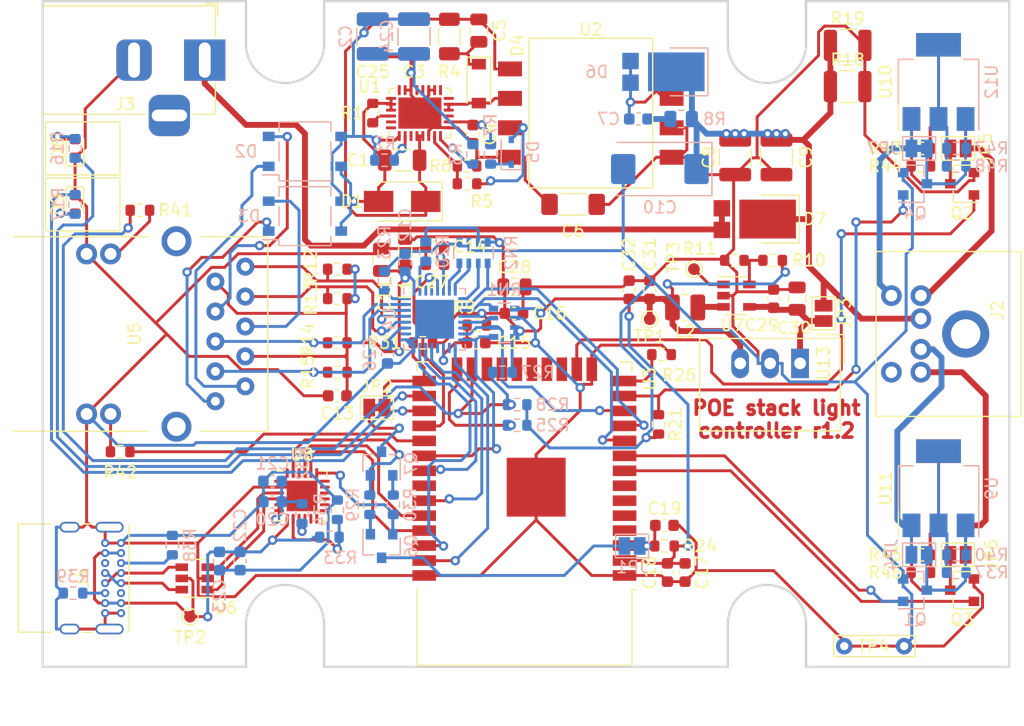
<source format=kicad_pcb>
(kicad_pcb (version 20171130) (host pcbnew "(5.1.12)-1")
  (layers (0 F.Cu signal) (31 B.Cu signal) (34 B.Paste user hide) (35 F.Paste user hide) (36 B.SilkS user hide) (37 F.SilkS user hide) (38 B.Mask user hide) (39 F.Mask user hide) (44 Edge.Cuts user))
  (net 0 "")
  (net 1 POE_VSS)
  (net 2 POE_VIN)
  (net 3 GNDPWR)
  (net 4 "Net-(C4-Pad1)")
  (net 5 "Net-(C5-Pad2)")
  (net 6 GND)
  (net 7 "Net-(C7-Pad2)")
  (net 8 "Net-(C7-Pad1)")
  (net 9 +12V)
  (net 10 +3V3)
  (net 11 POE_V1+)
  (net 12 POE_V1-)
  (net 13 POE_V2+)
  (net 14 POE_V2-)
  (net 15 "Net-(D4-Pad2)")
  (net 16 "Net-(D5-Pad1)")
  (net 17 "Net-(D5-Pad2)")
  (net 18 "Net-(R1-Pad2)")
  (net 19 "Net-(R2-Pad1)")
  (net 20 "Net-(R3-Pad2)")
  (net 21 "Net-(R5-Pad1)")
  (net 22 "Net-(U1-Pad27)")
  (net 23 "Net-(U1-Pad18)")
  (net 24 Red)
  (net 25 Yellow)
  (net 26 Green)
  (net 27 Buzzer)
  (net 28 "Net-(R37-Pad2)")
  (net 29 "Net-(D7-Pad2)")
  (net 30 "Net-(J3-Pad3)")
  (net 31 "Net-(J4-PadB8)")
  (net 32 "Net-(J4-PadB5)")
  (net 33 "Net-(J4-PadA8)")
  (net 34 "Net-(J4-PadA5)")
  (net 35 "Net-(R41-Pad1)")
  (net 36 "Net-(R42-Pad1)")
  (net 37 LED_LOCATE)
  (net 38 LED_ARTNET)
  (net 39 "Net-(JP4-Pad2)")
  (net 40 "Net-(JP5-Pad2)")
  (net 41 "Net-(JP6-Pad2)")
  (net 42 "Net-(JP7-Pad2)")
  (net 43 "Net-(R43-Pad2)")
  (net 44 "Net-(R45-Pad2)")
  (net 45 "Net-(R47-Pad2)")
  (net 46 /Output/Drive_Red)
  (net 47 /Output/Drive_Yellow)
  (net 48 /Output/Drive_Green)
  (net 49 /Output/Drive_Buzzer)
  (net 50 "Net-(J2-Pad6)")
  (net 51 /Processor/USB_VBUS)
  (net 52 "Net-(U3-Pad32)")
  (net 53 "Net-(U3-Pad22)")
  (net 54 "Net-(U3-Pad21)")
  (net 55 "Net-(U3-Pad20)")
  (net 56 "Net-(U3-Pad19)")
  (net 57 "Net-(U3-Pad18)")
  (net 58 "Net-(U3-Pad17)")
  (net 59 "Net-(U3-Pad7)")
  (net 60 "Net-(U3-Pad6)")
  (net 61 "Net-(U3-Pad5)")
  (net 62 "Net-(U3-Pad4)")
  (net 63 /Processor/RESET)
  (net 64 "Net-(C20-Pad2)")
  (net 65 "Net-(J4-PadA6)")
  (net 66 "Net-(J4-PadA7)")
  (net 67 "Net-(JP1-Pad1)")
  (net 68 /Processor/BOOT_SEL)
  (net 69 "Net-(JP2-Pad1)")
  (net 70 "Net-(Q6-Pad2)")
  (net 71 "Net-(Q6-Pad1)")
  (net 72 "Net-(Q7-Pad2)")
  (net 73 "Net-(Q7-Pad1)")
  (net 74 "Net-(C15-Pad1)")
  (net 75 "Net-(C11-Pad2)")
  (net 76 "/Ethernet Controller/TDP")
  (net 77 "/Ethernet Controller/TDN")
  (net 78 "/Ethernet Controller/RDP")
  (net 79 "/Ethernet Controller/RDN")
  (net 80 "Net-(R20-Pad1)")
  (net 81 "Net-(R23-Pad1)")
  (net 82 "Net-(R26-Pad1)")
  (net 83 /Processor/UART_TX)
  (net 84 /Processor/UART_RX)
  (net 85 /Processor/USB_D-)
  (net 86 /Processor/USB_D+)
  (net 87 "Net-(U8-Pad24)")
  (net 88 "Net-(U8-Pad22)")
  (net 89 "Net-(U8-Pad18)")
  (net 90 "Net-(U8-Pad17)")
  (net 91 "Net-(U8-Pad15)")
  (net 92 "Net-(U8-Pad14)")
  (net 93 "Net-(U8-Pad13)")
  (net 94 "Net-(U8-Pad12)")
  (net 95 "Net-(U8-Pad11)")
  (net 96 "Net-(U8-Pad10)")
  (net 97 "Net-(U8-Pad1)")
  (net 98 "Net-(C14-Pad1)")
  (net 99 ETH_RXD0)
  (net 100 ETH_RXD1)
  (net 101 ETH_MDIO)
  (net 102 ETH_CRS_DV)
  (net 103 "Net-(R32-Pad2)")
  (net 104 "Net-(R33-Pad1)")
  (net 105 ETH_MDC)
  (net 106 ETH_TXD1)
  (net 107 ETH_TX_EN)
  (net 108 ETH_TXD0)
  (net 109 ETH_CLKIN)
  (net 110 "Net-(U8-Pad16)")
  (net 111 "Net-(RN2-Pad8)")
  (net 112 "Net-(RN2-Pad7)")
  (net 113 "Net-(U4-Pad26)")
  (net 114 "Net-(U4-Pad20)")
  (net 115 "Net-(U4-Pad18)")
  (net 116 "Net-(U4-Pad14)")
  (net 117 "Net-(U4-Pad4)")
  (net 118 "Net-(U4-Pad3)")
  (net 119 "Net-(RN2-Pad6)")
  (net 120 "Net-(RN1-Pad7)")
  (net 121 "Net-(L2-Pad1)")
  (net 122 "Net-(R10-Pad2)")
  (net 123 "Net-(TP3-Pad1)")
  (net 124 "Net-(D8-Pad2)")
  (net 125 "Net-(D9-Pad2)")
  (net 126 LED_status)
  (net 127 LED_net)
  (net 128 "Net-(C29-Pad1)")
  (net 129 "Net-(R25-Pad1)")
  (module Converter_DCDC:Converter_DCDC_TRACO_TSR-1_THT (layer F.Cu) (at 164.25 80.75 180)
    (fp_text reference U13 (at -2 0 90) (layer F.SilkS))
    (fp_text value TSR_1-2433)
    (pad 3 thru_hole oval (at 5.08 0 180) (size 1.5 2.5) (drill 1) (layers *.Cu *.Mask) (net 10 +3V3))
    (pad 2 thru_hole oval (at 2.54 0 180) (size 1.5 2.5) (drill 1) (layers *.Cu *.Mask) (net 6 GND))
    (pad 1 thru_hole rect (at 0 0 180) (size 1.5 2.5) (drill 1) (layers *.Cu *.Mask) (net 128 "Net-(C29-Pad1)"))
  )
  (module TestPoint:TestPoint_Bridge_Pitch5.08mm_Drill0.7mm (layer F.Cu) (at 168 104.75)
    (fp_text reference TP4 (at 2.5 0) (layer F.SilkS))
    (fp_text value TestPoint)
    (pad 1 thru_hole circle (at 5.08 0) (size 1.4 1.4) (drill 0.7) (layers *.Cu *.Mask) (net 6 GND))
    (pad 1 thru_hole circle (at 0 0) (size 1.4 1.4) (drill 0.7) (layers *.Cu *.Mask) (net 6 GND))
  )
  (module Resistor_SMD:R_0603_1608Metric (layer F.Cu) (at 152.25 85.925 270)
    (fp_text reference R21 (at 0 -1.43 90) (layer F.SilkS))
    (fp_text value 10k)
    (pad 2 smd roundrect (at 0.825 0 270) (size 0.8 0.95) (layers F.Cu F.Paste F.Mask) (net 6 GND))
    (pad 1 smd roundrect (at -0.825 0 270) (size 0.8 0.95) (layers F.Cu F.Paste F.Mask) (net 27 Buzzer))
  )
  (module Resistor_SMD:R_1210_3225Metric (layer F.Cu) (at 168.288 53.75)
    (fp_text reference R19 (at 0 -2.28) (layer F.SilkS))
    (fp_text value DNP)
    (pad 2 smd roundrect (at 1.4625 0) (size 1.125 2.65) (layers F.Cu F.Paste F.Mask) (roundrect_rratio 0.2222204444444444) (net 6 GND))
    (pad 1 smd roundrect (at -1.4625 0) (size 1.125 2.65) (layers F.Cu F.Paste F.Mask) (roundrect_rratio 0.2222204444444444) (net 9 +12V))
  )
  (module Resistor_SMD:R_1210_3225Metric (layer F.Cu) (at 168.288 57.25)
    (fp_text reference R18 (at 0 -2.28) (layer F.SilkS))
    (fp_text value 330)
    (pad 2 smd roundrect (at 1.4625 0) (size 1.125 2.65) (layers F.Cu F.Paste F.Mask) (roundrect_rratio 0.2222204444444444) (net 6 GND))
    (pad 1 smd roundrect (at -1.4625 0) (size 1.125 2.65) (layers F.Cu F.Paste F.Mask) (roundrect_rratio 0.2222204444444444) (net 9 +12V))
  )
  (module stack-light:Transformer_Coilcraft_POE70P (layer F.Cu) (at 146.5 59.5)
    (fp_text reference U2 (at 0 -7.1) (layer F.SilkS))
    (fp_text value POE70P-12L)
    (pad 1 smd rect (at -6.855 3.75) (size 2.03 1.27) (layers F.Cu F.Paste F.Mask) (net 3 GNDPWR))
    (pad 2 smd rect (at -6.855 1.25) (size 2.03 1.27) (layers F.Cu F.Paste F.Mask) (net 17 "Net-(D5-Pad2)"))
    (pad 3 smd rect (at -6.855 -1.25) (size 2.03 1.27) (layers F.Cu F.Paste F.Mask) (net 15 "Net-(D4-Pad2)"))
    (pad 4 smd rect (at -6.855 -3.75) (size 2.03 1.27) (layers F.Cu F.Paste F.Mask) (net 2 POE_VIN))
    (pad 8 smd rect (at 6.855 3.75) (size 2.03 1.27) (layers F.Cu F.Paste F.Mask) (net 6 GND))
    (pad 7 smd rect (at 6.855 1.25) (size 2.03 1.27) (layers F.Cu F.Paste F.Mask) (net 6 GND))
    (pad 6 smd rect (at 6.855 -1.25) (size 2.03 1.27) (layers F.Cu F.Paste F.Mask) (net 8 "Net-(C7-Pad1)"))
    (pad 5 smd rect (at 6.855 -3.75) (size 2.03 1.27) (layers F.Cu F.Paste F.Mask) (net 8 "Net-(C7-Pad1)"))
  )
  (module Jumper:SolderJumper-2_P1.3mm_Open_Pad1.0x1.5mm (layer F.Cu) (at 166.25 76.5 270)
    (fp_text reference JP3 (at 0 -1.8 90) (layer F.SilkS))
    (fp_text value Jumper)
    (pad 1 smd rect (at -0.65 0 270) (size 1 1.5) (layers F.Cu F.Mask) (net 9 +12V))
    (pad 2 smd rect (at 0.65 0 270) (size 1 1.5) (layers F.Cu F.Mask) (net 128 "Net-(C29-Pad1)"))
  )
  (module Capacitor_SMD:C_0805_2012Metric (layer F.Cu) (at 164 75.25 90)
    (fp_text reference C30 (at -2.5 -0.25 180) (layer F.SilkS))
    (fp_text value 10u)
    (pad 2 smd roundrect (at 0.95 0 90) (size 1 1.45) (layers F.Cu F.Paste F.Mask) (net 6 GND))
    (pad 1 smd roundrect (at -0.95 0 90) (size 1 1.45) (layers F.Cu F.Paste F.Mask) (net 128 "Net-(C29-Pad1)"))
  )
  (module Resistor_SMD:R_0603_1608Metric (layer B.Cu) (at 139 81.5)
    (fp_text reference R27 (at 3 0) (layer B.SilkS) (effects (justify mirror)))
    (fp_text value 10k)
    (pad 2 smd roundrect (at 0.825 0) (size 0.8 0.95) (layers B.Cu B.Paste B.Mask) (net 10 +3V3))
    (pad 1 smd roundrect (at -0.825 0) (size 0.8 0.95) (layers B.Cu B.Paste B.Mask) (net 126 LED_status))
  )
  (module Resistor_SMD:R_0603_1608Metric (layer F.Cu) (at 152.75 96.25)
    (fp_text reference R24 (at 3 0) (layer F.SilkS))
    (fp_text value 10k)
    (pad 2 smd roundrect (at 0.825 0) (size 0.8 0.95) (layers F.Cu F.Paste F.Mask) (net 10 +3V3))
    (pad 1 smd roundrect (at -0.825 0) (size 0.8 0.95) (layers F.Cu F.Paste F.Mask) (net 63 /Processor/RESET))
  )
  (module Resistor_SMD:R_0603_1608Metric (layer B.Cu) (at 102.75 67.25 270)
    (fp_text reference R17 (at 0 1.43 270) (layer B.SilkS) (effects (justify mirror)))
    (fp_text value 330)
    (pad 2 smd roundrect (at 0.825 0 270) (size 0.8 0.95) (layers B.Cu B.Paste B.Mask) (net 125 "Net-(D9-Pad2)"))
    (pad 1 smd roundrect (at -0.825 0 270) (size 0.8 0.95) (layers B.Cu B.Paste B.Mask) (net 38 LED_ARTNET))
  )
  (module Resistor_SMD:R_0603_1608Metric (layer B.Cu) (at 102.75 62.5 90)
    (fp_text reference R16 (at 0 -1.5 270) (layer B.SilkS) (effects (justify mirror)))
    (fp_text value 330)
    (pad 2 smd roundrect (at 0.825 0 90) (size 0.8 0.95) (layers B.Cu B.Paste B.Mask) (net 124 "Net-(D8-Pad2)"))
    (pad 1 smd roundrect (at -0.825 0 90) (size 0.8 0.95) (layers B.Cu B.Paste B.Mask) (net 37 LED_LOCATE))
  )
  (module TestPoint:TestPoint_Pad_D1.0mm (layer F.Cu) (at 151.5 77 180)
    (fp_text reference TP1 (at 0 -1.448) (layer F.SilkS))
    (fp_text value TestPoint)
    (pad 1 smd circle (at 0 0 180) (size 1 1) (layers F.Cu F.Mask) (net 10 +3V3))
  )
  (module Capacitor_SMD:C_0603_1608Metric (layer F.Cu) (at 151.5 74.5 90)
    (fp_text reference C31 (at 3 0 90) (layer F.SilkS))
    (fp_text value 10u)
    (pad 2 smd roundrect (at 0.775 0 90) (size 0.9 0.95) (layers F.Cu F.Paste F.Mask) (net 6 GND))
    (pad 1 smd roundrect (at -0.775 0 90) (size 0.9 0.95) (layers F.Cu F.Paste F.Mask) (net 10 +3V3))
  )
  (module Capacitor_SMD:C_0603_1608Metric (layer F.Cu) (at 162 75.25 90)
    (fp_text reference C29 (at -2.25 -1 180) (layer F.SilkS))
    (fp_text value 100n)
    (pad 2 smd roundrect (at 0.775 0 90) (size 0.9 0.95) (layers F.Cu F.Paste F.Mask) (net 6 GND))
    (pad 1 smd roundrect (at -0.775 0 90) (size 0.9 0.95) (layers F.Cu F.Paste F.Mask) (net 128 "Net-(C29-Pad1)"))
  )
  (module Capacitor_SMD:C_0603_1608Metric (layer F.Cu) (at 149.75 74.5 90)
    (fp_text reference C32 (at 3 0 90) (layer F.SilkS))
    (fp_text value 10u)
    (pad 2 smd roundrect (at 0.775 0 90) (size 0.9 0.95) (layers F.Cu F.Paste F.Mask) (net 6 GND))
    (pad 1 smd roundrect (at -0.775 0 90) (size 0.9 0.95) (layers F.Cu F.Paste F.Mask) (net 10 +3V3))
  )
  (module Inductor_SMD:L_1008_2520Metric (layer F.Cu) (at 154.5 76 180)
    (fp_text reference L2 (at 0 -2.05) (layer F.SilkS))
    (fp_text value 10u)
    (pad 2 smd roundrect (at 1.075 0 180) (size 1.25 2.2) (layers F.Cu F.Paste F.Mask) (roundrect_rratio 0.2) (net 10 +3V3))
    (pad 1 smd roundrect (at -1.075 0 180) (size 1.25 2.2) (layers F.Cu F.Paste F.Mask) (roundrect_rratio 0.2) (net 121 "Net-(L2-Pad1)"))
  )
  (module Resistor_SMD:R_0603_1608Metric (layer F.Cu) (at 161.925 72 180)
    (fp_text reference R10 (at -3.075 0) (layer F.SilkS))
    (fp_text value 61k9)
    (pad 2 smd roundrect (at 0.825 0 180) (size 0.8 0.95) (layers F.Cu F.Paste F.Mask) (net 122 "Net-(R10-Pad2)"))
    (pad 1 smd roundrect (at -0.825 0 180) (size 0.8 0.95) (layers F.Cu F.Paste F.Mask) (net 10 +3V3))
  )
  (module TestPoint:TestPoint_Pad_D1.0mm (layer F.Cu) (at 155.25 72.75 180)
    (fp_text reference TP3 (at 1.75 1 90) (layer F.SilkS))
    (fp_text value TestPoint)
    (pad 1 smd circle (at 0 0 180) (size 1 1) (layers F.Cu F.Mask) (net 123 "Net-(TP3-Pad1)"))
  )
  (module Resistor_SMD:R_0603_1608Metric (layer F.Cu) (at 158.675 72 180)
    (fp_text reference R11 (at 2.925 1) (layer F.SilkS))
    (fp_text value 20k)
    (pad 2 smd roundrect (at 0.825 0 180) (size 0.8 0.95) (layers F.Cu F.Paste F.Mask) (net 6 GND))
    (pad 1 smd roundrect (at -0.825 0 180) (size 0.8 0.95) (layers F.Cu F.Paste F.Mask) (net 122 "Net-(R10-Pad2)"))
  )
  (module Package_TO_SOT_SMD:SOT-23-5 (layer F.Cu) (at 158.85 75)
    (fp_text reference U7 (at -0.35 2.5) (layer F.SilkS))
    (fp_text value TPS560200)
    (pad 5 smd rect (at 1.1 -0.95) (size 1.06 0.65) (layers F.Cu F.Paste F.Mask) (net 122 "Net-(R10-Pad2)"))
    (pad 4 smd rect (at 1.1 0.95) (size 1.06 0.65) (layers F.Cu F.Paste F.Mask) (net 128 "Net-(C29-Pad1)"))
    (pad 3 smd rect (at -1.1 0.95) (size 1.06 0.65) (layers F.Cu F.Paste F.Mask) (net 121 "Net-(L2-Pad1)"))
    (pad 2 smd rect (at -1.1 0) (size 1.06 0.65) (layers F.Cu F.Paste F.Mask) (net 6 GND))
    (pad 1 smd rect (at -1.1 -0.95) (size 1.06 0.65) (layers F.Cu F.Paste F.Mask) (net 123 "Net-(TP3-Pad1)"))
  )
  (module stack-light:SLP3-150-150-R (layer F.Cu) (at 102.75 62.5 270)
    (fp_text reference H6 hide)
    (fp_text value MountingHole)
    (pad "" np_thru_hole circle (at 1.15 -2.7 270) (size 1.16 1.16) (drill 1.16) (layers *.Cu *.Mask))
    (pad "" np_thru_hole circle (at -1.25 -2.7 270) (size 1.16 1.16) (drill 1.16) (layers *.Cu *.Mask))
  )
  (module stack-light:SLP3-150-150-R (layer F.Cu) (at 102.75 67.25 270)
    (fp_text reference H5 hide)
    (fp_text value MountingHole)
    (pad "" np_thru_hole circle (at 1.15 -2.7 270) (size 1.16 1.16) (drill 1.16) (layers *.Cu *.Mask))
    (pad "" np_thru_hole circle (at -1.25 -2.7 270) (size 1.16 1.16) (drill 1.16) (layers *.Cu *.Mask))
  )
  (module MountingHole:MountingHole_3.2mm_M3 (layer F.Cu) (at 168 92.25)
    (fp_text reference H4 hide)
    (fp_text value MountingHole)
    (pad 1 np_thru_hole circle (at 0 0) (size 3.2 3.2) (drill 3.2) (layers *.Cu *.Mask))
  )
  (module MountingHole:MountingHole_3.2mm_M3 (layer F.Cu) (at 168 64.25)
    (fp_text reference H3 hide)
    (fp_text value MountingHole)
    (pad 1 np_thru_hole circle (at 0 0) (size 3.2 3.2) (drill 3.2) (layers *.Cu *.Mask))
  )
  (module MountingHole:MountingHole_3.2mm_M3 (layer F.Cu) (at 114 64.25)
    (fp_text reference H2 hide)
    (fp_text value MountingHole)
    (pad 1 np_thru_hole circle (at 0 0) (size 3.2 3.2) (drill 3.2) (layers *.Cu *.Mask))
  )
  (module MountingHole:MountingHole_3.2mm_M3 (layer F.Cu) (at 114 92.25)
    (fp_text reference H1 hide)
    (fp_text value MountingHole)
    (pad 1 np_thru_hole circle (at 0 0) (size 3.2 3.2) (drill 3.2) (layers *.Cu *.Mask))
  )
  (module Package_DFN_QFN:QFN-32-1EP_5x5mm_P0.5mm_EP3.3x3.3mm (layer B.Cu) (at 133.25 77 270)
    (fp_text reference U4 (at 0 3.82 90) (layer B.SilkS) (effects (justify mirror)))
    (fp_text value LAN8710A-EZC)
    (pad 33 smd rect (at 0 0 270) (size 3.3 3.3) (layers B.Cu B.Mask) (net 6 GND))
    (pad 32 smd roundrect (at -1.75 2.4375 270) (size 0.25 0.875) (layers B.Cu B.Paste B.Mask) (net 81 "Net-(R23-Pad1)"))
    (pad 31 smd roundrect (at -1.25 2.4375 270) (size 0.25 0.875) (layers B.Cu B.Paste B.Mask) (net 78 "/Ethernet Controller/RDP"))
    (pad 30 smd roundrect (at -0.75 2.4375 270) (size 0.25 0.875) (layers B.Cu B.Paste B.Mask) (net 79 "/Ethernet Controller/RDN"))
    (pad 29 smd roundrect (at -0.25 2.4375 270) (size 0.25 0.875) (layers B.Cu B.Paste B.Mask) (net 76 "/Ethernet Controller/TDP"))
    (pad 28 smd roundrect (at 0.25 2.4375 270) (size 0.25 0.875) (layers B.Cu B.Paste B.Mask) (net 77 "/Ethernet Controller/TDN"))
    (pad 27 smd roundrect (at 0.75 2.4375 270) (size 0.25 0.875) (layers B.Cu B.Paste B.Mask) (net 75 "Net-(C11-Pad2)"))
    (pad 26 smd roundrect (at 1.25 2.4375 270) (size 0.25 0.875) (layers B.Cu B.Paste B.Mask) (net 113 "Net-(U4-Pad26)"))
    (pad 25 smd roundrect (at 1.75 2.4375 270) (size 0.25 0.875) (layers B.Cu B.Paste B.Mask) (net 6 GND))
    (pad 24 smd roundrect (at 2.4375 1.75 270) (size 0.875 0.25) (layers B.Cu B.Paste B.Mask) (net 6 GND))
    (pad 23 smd roundrect (at 2.4375 1.25 270) (size 0.875 0.25) (layers B.Cu B.Paste B.Mask) (net 106 ETH_TXD1))
    (pad 22 smd roundrect (at 2.4375 0.75 270) (size 0.875 0.25) (layers B.Cu B.Paste B.Mask) (net 108 ETH_TXD0))
    (pad 21 smd roundrect (at 2.4375 0.25 270) (size 0.875 0.25) (layers B.Cu B.Paste B.Mask) (net 107 ETH_TX_EN))
    (pad 20 smd roundrect (at 2.4375 -0.25 270) (size 0.875 0.25) (layers B.Cu B.Paste B.Mask) (net 114 "Net-(U4-Pad20)"))
    (pad 19 smd roundrect (at 2.4375 -0.75 270) (size 0.875 0.25) (layers B.Cu B.Paste B.Mask) (net 74 "Net-(C15-Pad1)"))
    (pad 18 smd roundrect (at 2.4375 -1.25 270) (size 0.875 0.25) (layers B.Cu B.Paste B.Mask) (net 115 "Net-(U4-Pad18)"))
    (pad 17 smd roundrect (at 2.4375 -1.75 270) (size 0.875 0.25) (layers B.Cu B.Paste B.Mask) (net 105 ETH_MDC))
    (pad 16 smd roundrect (at 1.75 -2.4375 270) (size 0.25 0.875) (layers B.Cu B.Paste B.Mask) (net 101 ETH_MDIO))
    (pad 15 smd roundrect (at 1.25 -2.4375 270) (size 0.25 0.875) (layers B.Cu B.Paste B.Mask) (net 102 ETH_CRS_DV))
    (pad 14 smd roundrect (at 0.75 -2.4375 270) (size 0.25 0.875) (layers B.Cu B.Paste B.Mask) (net 116 "Net-(U4-Pad14)"))
    (pad 13 smd roundrect (at 0.25 -2.4375 270) (size 0.25 0.875) (layers B.Cu B.Paste B.Mask) (net 120 "Net-(RN1-Pad7)"))
    (pad 12 smd roundrect (at -0.25 -2.4375 270) (size 0.25 0.875) (layers B.Cu B.Paste B.Mask) (net 10 +3V3))
    (pad 11 smd roundrect (at -0.75 -2.4375 270) (size 0.25 0.875) (layers B.Cu B.Paste B.Mask) (net 99 ETH_RXD0))
    (pad 10 smd roundrect (at -1.25 -2.4375 270) (size 0.25 0.875) (layers B.Cu B.Paste B.Mask) (net 100 ETH_RXD1))
    (pad 9 smd roundrect (at -1.75 -2.4375 270) (size 0.25 0.875) (layers B.Cu B.Paste B.Mask) (net 119 "Net-(RN2-Pad6)"))
    (pad 8 smd roundrect (at -2.4375 -1.75 270) (size 0.875 0.25) (layers B.Cu B.Paste B.Mask) (net 112 "Net-(RN2-Pad7)"))
    (pad 7 smd roundrect (at -2.4375 -1.25 270) (size 0.875 0.25) (layers B.Cu B.Paste B.Mask) (net 111 "Net-(RN2-Pad8)"))
    (pad 6 smd roundrect (at -2.4375 -0.75 270) (size 0.875 0.25) (layers B.Cu B.Paste B.Mask) (net 98 "Net-(C14-Pad1)"))
    (pad 5 smd roundrect (at -2.4375 -0.25 270) (size 0.875 0.25) (layers B.Cu B.Paste B.Mask) (net 109 ETH_CLKIN))
    (pad 4 smd roundrect (at -2.4375 0.25 270) (size 0.875 0.25) (layers B.Cu B.Paste B.Mask) (net 117 "Net-(U4-Pad4)"))
    (pad 3 smd roundrect (at -2.4375 0.75 270) (size 0.875 0.25) (layers B.Cu B.Paste B.Mask) (net 118 "Net-(U4-Pad3)"))
    (pad 2 smd roundrect (at -2.4375 1.25 270) (size 0.875 0.25) (layers B.Cu B.Paste B.Mask) (net 80 "Net-(R20-Pad1)"))
    (pad 1 smd roundrect (at -2.4375 1.75 270) (size 0.875 0.25) (layers B.Cu B.Paste B.Mask) (net 75 "Net-(C11-Pad2)"))
  )
  (module Resistor_SMD:R_Array_Convex_4x0603 (layer B.Cu) (at 136.55 71.35 270)
    (fp_text reference RN2 (at 0 -3.2 90) (layer B.SilkS) (effects (justify mirror)))
    (fp_text value 2k2)
    (pad 5 smd rect (at 0.9 -1.2 270) (size 0.8 0.5) (layers B.Cu B.Paste B.Mask) (net 100 ETH_RXD1))
    (pad 6 smd rect (at 0.9 -0.4 270) (size 0.8 0.4) (layers B.Cu B.Paste B.Mask) (net 119 "Net-(RN2-Pad6)"))
    (pad 8 smd rect (at 0.9 1.2 270) (size 0.8 0.5) (layers B.Cu B.Paste B.Mask) (net 111 "Net-(RN2-Pad8)"))
    (pad 7 smd rect (at 0.9 0.4 270) (size 0.8 0.4) (layers B.Cu B.Paste B.Mask) (net 112 "Net-(RN2-Pad7)"))
    (pad 4 smd rect (at -0.9 -1.2 270) (size 0.8 0.5) (layers B.Cu B.Paste B.Mask) (net 10 +3V3))
    (pad 2 smd rect (at -0.9 0.4 270) (size 0.8 0.4) (layers B.Cu B.Paste B.Mask) (net 6 GND))
    (pad 3 smd rect (at -0.9 -0.4 270) (size 0.8 0.4) (layers B.Cu B.Paste B.Mask) (net 10 +3V3))
    (pad 1 smd rect (at -0.9 1.2 270) (size 0.8 0.5) (layers B.Cu B.Paste B.Mask) (net 6 GND))
  )
  (module Resistor_SMD:R_Array_Convex_4x0603 (layer B.Cu) (at 139.15 77.3 180)
    (fp_text reference RN1 (at 0 2.8 180) (layer B.SilkS) (effects (justify mirror)))
    (fp_text value 2k2)
    (pad 5 smd rect (at 0.9 -1.2 180) (size 0.8 0.5) (layers B.Cu B.Paste B.Mask) (net 101 ETH_MDIO))
    (pad 6 smd rect (at 0.9 -0.4 180) (size 0.8 0.4) (layers B.Cu B.Paste B.Mask) (net 102 ETH_CRS_DV))
    (pad 8 smd rect (at 0.9 1.2 180) (size 0.8 0.5) (layers B.Cu B.Paste B.Mask) (net 99 ETH_RXD0))
    (pad 7 smd rect (at 0.9 0.4 180) (size 0.8 0.4) (layers B.Cu B.Paste B.Mask) (net 120 "Net-(RN1-Pad7)"))
    (pad 4 smd rect (at -0.9 -1.2 180) (size 0.8 0.5) (layers B.Cu B.Paste B.Mask) (net 10 +3V3))
    (pad 2 smd rect (at -0.9 0.4 180) (size 0.8 0.4) (layers B.Cu B.Paste B.Mask) (net 6 GND))
    (pad 3 smd rect (at -0.9 -0.4 180) (size 0.8 0.4) (layers B.Cu B.Paste B.Mask) (net 10 +3V3))
    (pad 1 smd rect (at -0.9 1.2 180) (size 0.8 0.5) (layers B.Cu B.Paste B.Mask) (net 10 +3V3))
  )
  (module Inductor_SMD:L_0805_2012Metric (layer F.Cu) (at 130.75 71.3125 270)
    (fp_text reference L1 (at 3.1875 0 90) (layer F.SilkS))
    (fp_text value FB)
    (pad 2 smd roundrect (at 1.0625 0 270) (size 0.875 1.2) (layers F.Cu F.Paste F.Mask) (net 75 "Net-(C11-Pad2)"))
    (pad 1 smd roundrect (at -1.0625 0 270) (size 0.875 1.2) (layers F.Cu F.Paste F.Mask) (net 10 +3V3))
  )
  (module Capacitor_SMD:C_0805_2012Metric (layer F.Cu) (at 140.025 74.255)
    (fp_text reference C28 (at 0 -1.68) (layer F.SilkS))
    (fp_text value 22u)
    (pad 2 smd roundrect (at 0.95 0) (size 1 1.45) (layers F.Cu F.Paste F.Mask) (net 6 GND))
    (pad 1 smd roundrect (at -0.95 0) (size 1 1.45) (layers F.Cu F.Paste F.Mask) (net 10 +3V3))
  )
  (module Capacitor_SMD:C_0603_1608Metric (layer F.Cu) (at 133.275 72.35 180)
    (fp_text reference C27 (at 0.275 -1.5) (layer F.SilkS))
    (fp_text value 2u2)
    (pad 2 smd roundrect (at 0.775 0 180) (size 0.9 0.95) (layers F.Cu F.Paste F.Mask) (net 6 GND))
    (pad 1 smd roundrect (at -0.775 0 180) (size 0.9 0.95) (layers F.Cu F.Paste F.Mask) (net 98 "Net-(C14-Pad1)"))
  )
  (module Capacitor_SMD:C_0603_1608Metric (layer B.Cu) (at 129.25 79.975 90)
    (fp_text reference C26 (at 0 -1.5 270) (layer B.SilkS) (effects (justify mirror)))
    (fp_text value 100n)
    (pad 2 smd roundrect (at 0.775 0 90) (size 0.9 0.95) (layers B.Cu B.Paste B.Mask) (net 75 "Net-(C11-Pad2)"))
    (pad 1 smd roundrect (at -0.775 0 90) (size 0.9 0.95) (layers B.Cu B.Paste B.Mask) (net 6 GND))
  )
  (module Capacitor_SMD:C_0805_2012Metric (layer F.Cu) (at 128.75 71.95 270)
    (fp_text reference C11 (at 3.05 -0.25 90) (layer F.SilkS))
    (fp_text value 22u)
    (pad 2 smd roundrect (at 0.95 0 270) (size 1 1.45) (layers F.Cu F.Paste F.Mask) (net 75 "Net-(C11-Pad2)"))
    (pad 1 smd roundrect (at -0.95 0 270) (size 1 1.45) (layers F.Cu F.Paste F.Mask) (net 6 GND))
  )
  (module Capacitor_SMD:C_1210_3225Metric (layer F.Cu) (at 131.5 53 270)
    (fp_text reference C3 (at 3 0 180) (layer F.SilkS))
    (fp_text value 2u2)
    (pad 2 smd roundrect (at 1.475 0 270) (size 1.15 2.7) (layers F.Cu F.Paste F.Mask) (roundrect_rratio 0.2173904347826087) (net 3 GNDPWR))
    (pad 1 smd roundrect (at -1.475 0 270) (size 1.15 2.7) (layers F.Cu F.Paste F.Mask) (roundrect_rratio 0.2173904347826087) (net 2 POE_VIN))
  )
  (module Capacitor_SMD:C_1210_3225Metric (layer B.Cu) (at 131.5 53 270)
    (fp_text reference C24 (at 0 2.3 270) (layer B.SilkS) (effects (justify mirror)))
    (fp_text value 2u2)
    (pad 2 smd roundrect (at 1.475 0 270) (size 1.15 2.7) (layers B.Cu B.Paste B.Mask) (roundrect_rratio 0.2173904347826087) (net 3 GNDPWR))
    (pad 1 smd roundrect (at -1.475 0 270) (size 1.15 2.7) (layers B.Cu B.Paste B.Mask) (roundrect_rratio 0.2173904347826087) (net 2 POE_VIN))
  )
  (module Resistor_SMD:R_0805_2012Metric (layer B.Cu) (at 154.162 60)
    (fp_text reference R8 (at 2.8375 0) (layer B.SilkS) (effects (justify mirror)))
    (fp_text value 20)
    (pad 2 smd roundrect (at 0.9125 0) (size 1.025 1.4) (layers B.Cu B.Paste B.Mask) (roundrect_rratio 0.2439004878048781) (net 9 +12V))
    (pad 1 smd roundrect (at -0.9125 0) (size 1.025 1.4) (layers B.Cu B.Paste B.Mask) (roundrect_rratio 0.2439004878048781) (net 7 "Net-(C7-Pad2)"))
  )
  (module Resistor_SMD:R_1206_3216Metric (layer F.Cu) (at 134.5 53 90)
    (fp_text reference R4 (at -3 0 180) (layer F.SilkS))
    (fp_text value 10K)
    (pad 2 smd roundrect (at 1.4625 0 90) (size 1.125 1.75) (layers F.Cu F.Paste F.Mask) (roundrect_rratio 0.2222195555555556) (net 2 POE_VIN))
    (pad 1 smd roundrect (at -1.4625 0 90) (size 1.125 1.75) (layers F.Cu F.Paste F.Mask) (roundrect_rratio 0.2222195555555556) (net 5 "Net-(C5-Pad2)"))
  )
  (module Diode_SMD:D_SOD-323 (layer B.Cu) (at 139.75 62.8 90)
    (fp_text reference D5 (at 0 1.85 270) (layer B.SilkS) (effects (justify mirror)))
    (fp_text value 1N4148)
    (pad 2 smd rect (at 1.05 0 90) (size 0.6 0.45) (layers B.Cu B.Paste B.Mask) (net 17 "Net-(D5-Pad2)"))
    (pad 1 smd rect (at -1.05 0 90) (size 0.6 0.45) (layers B.Cu B.Paste B.Mask) (net 16 "Net-(D5-Pad1)"))
  )
  (module Capacitor_Tantalum_SMD:CP_EIA-7343-31_Kemet-D (layer B.Cu) (at 152.362 64.25 180)
    (fp_text reference C10 (at 0 -3.25) (layer B.SilkS) (effects (justify mirror)))
    (fp_text value 220u)
    (pad 2 smd roundrect (at 3.1125 0 180) (size 2.075 2.55) (layers B.Cu B.Paste B.Mask) (roundrect_rratio 0.1204819277108434) (net 6 GND))
    (pad 1 smd roundrect (at -3.1125 0 180) (size 2.075 2.55) (layers B.Cu B.Paste B.Mask) (roundrect_rratio 0.1204819277108434) (net 9 +12V))
  )
  (module Capacitor_SMD:C_1210_3225Metric (layer F.Cu) (at 162.25 63.25 270)
    (fp_text reference C9 (at 0 -2.5 90) (layer F.SilkS))
    (fp_text value 22u)
    (pad 2 smd roundrect (at 1.475 0 270) (size 1.15 2.7) (layers F.Cu F.Paste F.Mask) (roundrect_rratio 0.2173904347826087) (net 6 GND))
    (pad 1 smd roundrect (at -1.475 0 270) (size 1.15 2.7) (layers F.Cu F.Paste F.Mask) (roundrect_rratio 0.2173904347826087) (net 9 +12V))
  )
  (module Capacitor_SMD:C_1210_3225Metric (layer F.Cu) (at 158.75 63.25 270)
    (fp_text reference C8 (at 0 2.25 90) (layer F.SilkS))
    (fp_text value 22u)
    (pad 2 smd roundrect (at 1.475 0 270) (size 1.15 2.7) (layers F.Cu F.Paste F.Mask) (roundrect_rratio 0.2173904347826087) (net 6 GND))
    (pad 1 smd roundrect (at -1.475 0 270) (size 1.15 2.7) (layers F.Cu F.Paste F.Mask) (roundrect_rratio 0.2173904347826087) (net 9 +12V))
  )
  (module Capacitor_SMD:C_1806_4516Metric (layer F.Cu) (at 145 67.25)
    (fp_text reference C6 (at 0 2.25) (layer F.SilkS))
    (fp_text value 1000p)
    (pad 2 smd roundrect (at 2 0) (size 1.4 1.8) (layers F.Cu F.Paste F.Mask) (roundrect_rratio 0.1785707142857143) (net 6 GND))
    (pad 1 smd roundrect (at -2 0) (size 1.4 1.8) (layers F.Cu F.Paste F.Mask) (roundrect_rratio 0.1785707142857143) (net 3 GNDPWR))
  )
  (module Capacitor_SMD:C_0805_2012Metric (layer F.Cu) (at 137 52.5 270)
    (fp_text reference C5 (at 0 -1.75 90) (layer F.SilkS))
    (fp_text value 10n)
    (pad 2 smd roundrect (at 0.95 0 270) (size 1 1.45) (layers F.Cu F.Paste F.Mask) (net 5 "Net-(C5-Pad2)"))
    (pad 1 smd roundrect (at -0.95 0 270) (size 1 1.45) (layers F.Cu F.Paste F.Mask) (net 2 POE_VIN))
  )
  (module Capacitor_SMD:C_1206_3216Metric (layer F.Cu) (at 130.5 63.5 180)
    (fp_text reference C1 (at 3.75 0) (layer F.SilkS))
    (fp_text value 100n)
    (pad 2 smd roundrect (at 1.475 0 180) (size 1.15 1.8) (layers F.Cu F.Paste F.Mask) (roundrect_rratio 0.2173904347826087) (net 1 POE_VSS))
    (pad 1 smd roundrect (at -1.475 0 180) (size 1.15 1.8) (layers F.Cu F.Paste F.Mask) (roundrect_rratio 0.2173904347826087) (net 2 POE_VIN))
  )
  (module Package_DFN_QFN:QFN-24-1EP_4x4mm_P0.5mm_EP2.6x2.6mm (layer F.Cu) (at 122 92)
    (fp_text reference U8 (at 0 -3.5) (layer F.SilkS))
    (fp_text value CP2102N-A01-GQFN24)
    (pad 25 smd rect (at 0 0) (size 2.6 2.6) (layers F.Cu F.Mask) (net 6 GND))
    (pad 24 smd roundrect (at -1.25 -1.9375) (size 0.25 0.825) (layers F.Cu F.Paste F.Mask) (net 87 "Net-(U8-Pad24)"))
    (pad 23 smd roundrect (at -0.75 -1.9375) (size 0.25 0.825) (layers F.Cu F.Paste F.Mask) (net 72 "Net-(Q7-Pad2)"))
    (pad 22 smd roundrect (at -0.25 -1.9375) (size 0.25 0.825) (layers F.Cu F.Paste F.Mask) (net 88 "Net-(U8-Pad22)"))
    (pad 21 smd roundrect (at 0.25 -1.9375) (size 0.25 0.825) (layers F.Cu F.Paste F.Mask) (net 84 /Processor/UART_RX))
    (pad 20 smd roundrect (at 0.75 -1.9375) (size 0.25 0.825) (layers F.Cu F.Paste F.Mask) (net 83 /Processor/UART_TX))
    (pad 19 smd roundrect (at 1.25 -1.9375) (size 0.25 0.825) (layers F.Cu F.Paste F.Mask) (net 70 "Net-(Q6-Pad2)"))
    (pad 18 smd roundrect (at 1.9375 -1.25) (size 0.825 0.25) (layers F.Cu F.Paste F.Mask) (net 89 "Net-(U8-Pad18)"))
    (pad 17 smd roundrect (at 1.9375 -0.75) (size 0.825 0.25) (layers F.Cu F.Paste F.Mask) (net 90 "Net-(U8-Pad17)"))
    (pad 16 smd roundrect (at 1.9375 -0.25) (size 0.825 0.25) (layers F.Cu F.Paste F.Mask) (net 110 "Net-(U8-Pad16)"))
    (pad 15 smd roundrect (at 1.9375 0.25) (size 0.825 0.25) (layers F.Cu F.Paste F.Mask) (net 91 "Net-(U8-Pad15)"))
    (pad 14 smd roundrect (at 1.9375 0.75) (size 0.825 0.25) (layers F.Cu F.Paste F.Mask) (net 92 "Net-(U8-Pad14)"))
    (pad 13 smd roundrect (at 1.9375 1.25) (size 0.825 0.25) (layers F.Cu F.Paste F.Mask) (net 93 "Net-(U8-Pad13)"))
    (pad 12 smd roundrect (at 1.25 1.9375) (size 0.25 0.825) (layers F.Cu F.Paste F.Mask) (net 94 "Net-(U8-Pad12)"))
    (pad 11 smd roundrect (at 0.75 1.9375) (size 0.25 0.825) (layers F.Cu F.Paste F.Mask) (net 95 "Net-(U8-Pad11)"))
    (pad 10 smd roundrect (at 0.25 1.9375) (size 0.25 0.825) (layers F.Cu F.Paste F.Mask) (net 96 "Net-(U8-Pad10)"))
    (pad 9 smd roundrect (at -0.25 1.9375) (size 0.25 0.825) (layers F.Cu F.Paste F.Mask) (net 103 "Net-(R32-Pad2)"))
    (pad 8 smd roundrect (at -0.75 1.9375) (size 0.25 0.825) (layers F.Cu F.Paste F.Mask) (net 104 "Net-(R33-Pad1)"))
    (pad 7 smd roundrect (at -1.25 1.9375) (size 0.25 0.825) (layers F.Cu F.Paste F.Mask) (net 51 /Processor/USB_VBUS))
    (pad 6 smd roundrect (at -1.9375 1.25) (size 0.825 0.25) (layers F.Cu F.Paste F.Mask) (net 64 "Net-(C20-Pad2)"))
    (pad 5 smd roundrect (at -1.9375 0.75) (size 0.825 0.25) (layers F.Cu F.Paste F.Mask) (net 64 "Net-(C20-Pad2)"))
    (pad 4 smd roundrect (at -1.9375 0.25) (size 0.825 0.25) (layers F.Cu F.Paste F.Mask) (net 85 /Processor/USB_D-))
    (pad 3 smd roundrect (at -1.9375 -0.25) (size 0.825 0.25) (layers F.Cu F.Paste F.Mask) (net 86 /Processor/USB_D+))
    (pad 2 smd roundrect (at -1.9375 -0.75) (size 0.825 0.25) (layers F.Cu F.Paste F.Mask) (net 6 GND))
    (pad 1 smd roundrect (at -1.9375 -1.25) (size 0.825 0.25) (layers F.Cu F.Paste F.Mask) (net 97 "Net-(U8-Pad1)"))
  )
  (module Resistor_SMD:R_0603_1608Metric (layer B.Cu) (at 125 93.175 270)
    (fp_text reference R34 (at 0 1.43 270) (layer B.SilkS) (effects (justify mirror)))
    (fp_text value 47k5)
    (pad 2 smd roundrect (at 0.825 0 270) (size 0.8 0.95) (layers B.Cu B.Paste B.Mask) (net 104 "Net-(R33-Pad1)"))
    (pad 1 smd roundrect (at -0.825 0 270) (size 0.8 0.95) (layers B.Cu B.Paste B.Mask) (net 6 GND))
  )
  (module Resistor_SMD:R_0603_1608Metric (layer B.Cu) (at 124.325 95.5 180)
    (fp_text reference R33 (at -0.925 -1.75) (layer B.SilkS) (effects (justify mirror)))
    (fp_text value 22k1)
    (pad 2 smd roundrect (at 0.825 0 180) (size 0.8 0.95) (layers B.Cu B.Paste B.Mask) (net 51 /Processor/USB_VBUS))
    (pad 1 smd roundrect (at -0.825 0 180) (size 0.8 0.95) (layers B.Cu B.Paste B.Mask) (net 104 "Net-(R33-Pad1)"))
  )
  (module Capacitor_SMD:C_1210_3225Metric (layer F.Cu) (at 128 53 270)
    (fp_text reference C25 (at 3 0 180) (layer F.SilkS))
    (fp_text value 2u2)
    (pad 2 smd roundrect (at 1.475 0 270) (size 1.15 2.7) (layers F.Cu F.Paste F.Mask) (roundrect_rratio 0.2173904347826087) (net 3 GNDPWR))
    (pad 1 smd roundrect (at -1.475 0 270) (size 1.15 2.7) (layers F.Cu F.Paste F.Mask) (roundrect_rratio 0.2173904347826087) (net 2 POE_VIN))
  )
  (module Capacitor_SMD:C_0603_1608Metric (layer B.Cu) (at 115 97.525 90)
    (fp_text reference C23 (at -2.975 0 270) (layer B.SilkS) (effects (justify mirror)))
    (fp_text value 100n)
    (pad 2 smd roundrect (at 0.775 0 90) (size 0.9 0.95) (layers B.Cu B.Paste B.Mask) (net 51 /Processor/USB_VBUS))
    (pad 1 smd roundrect (at -0.775 0 90) (size 0.9 0.95) (layers B.Cu B.Paste B.Mask) (net 6 GND))
  )
  (module Capacitor_SMD:C_0603_1608Metric (layer B.Cu) (at 116.75 97.525 90)
    (fp_text reference C22 (at 3.025 0 270) (layer B.SilkS) (effects (justify mirror)))
    (fp_text value 4u7)
    (pad 2 smd roundrect (at 0.775 0 90) (size 0.9 0.95) (layers B.Cu B.Paste B.Mask) (net 51 /Processor/USB_VBUS))
    (pad 1 smd roundrect (at -0.775 0 90) (size 0.9 0.95) (layers B.Cu B.Paste B.Mask) (net 6 GND))
  )
  (module Capacitor_SMD:C_0603_1608Metric (layer B.Cu) (at 119.5 90.75)
    (fp_text reference C21 (at 0 -1.5) (layer B.SilkS) (effects (justify mirror)))
    (fp_text value 100n)
    (pad 2 smd roundrect (at 0.775 0) (size 0.9 0.95) (layers B.Cu B.Paste B.Mask) (net 64 "Net-(C20-Pad2)"))
    (pad 1 smd roundrect (at -0.775 0) (size 0.9 0.95) (layers B.Cu B.Paste B.Mask) (net 6 GND))
  )
  (module Capacitor_SMD:C_0603_1608Metric (layer B.Cu) (at 119.5 92.5)
    (fp_text reference C20 (at 0 1.5) (layer B.SilkS) (effects (justify mirror)))
    (fp_text value 4u7)
    (pad 2 smd roundrect (at 0.775 0) (size 0.9 0.95) (layers B.Cu B.Paste B.Mask) (net 64 "Net-(C20-Pad2)"))
    (pad 1 smd roundrect (at -0.775 0) (size 0.9 0.95) (layers B.Cu B.Paste B.Mask) (net 6 GND))
  )
  (module Capacitor_SMD:C_0603_1608Metric (layer F.Cu) (at 139.975 76.5)
    (fp_text reference C16 (at 3.025 0) (layer F.SilkS))
    (fp_text value 100n)
    (pad 2 smd roundrect (at 0.775 0) (size 0.9 0.95) (layers F.Cu F.Paste F.Mask) (net 6 GND))
    (pad 1 smd roundrect (at -0.775 0) (size 0.9 0.95) (layers F.Cu F.Paste F.Mask) (net 10 +3V3))
  )
  (module Capacitor_SMD:C_0603_1608Metric (layer F.Cu) (at 136.775 79)
    (fp_text reference C15 (at 3.225 0) (layer F.SilkS))
    (fp_text value 1u)
    (pad 2 smd roundrect (at 0.775 0) (size 0.9 0.95) (layers F.Cu F.Paste F.Mask) (net 6 GND))
    (pad 1 smd roundrect (at -0.775 0) (size 0.9 0.95) (layers F.Cu F.Paste F.Mask) (net 74 "Net-(C15-Pad1)"))
  )
  (module Capacitor_SMD:C_0603_1608Metric (layer F.Cu) (at 133.275 70.85 180)
    (fp_text reference C14 (at -2.975 0) (layer F.SilkS))
    (fp_text value 100n)
    (pad 2 smd roundrect (at 0.775 0 180) (size 0.9 0.95) (layers F.Cu F.Paste F.Mask) (net 6 GND))
    (pad 1 smd roundrect (at -0.775 0 180) (size 0.9 0.95) (layers F.Cu F.Paste F.Mask) (net 98 "Net-(C14-Pad1)"))
  )
  (module Capacitor_SMD:C_0603_1608Metric (layer F.Cu) (at 125 83.5)
    (fp_text reference C13 (at 0 1.5) (layer F.SilkS))
    (fp_text value 100nf)
    (pad 2 smd roundrect (at 0.775 0) (size 0.9 0.95) (layers F.Cu F.Paste F.Mask) (net 75 "Net-(C11-Pad2)"))
    (pad 1 smd roundrect (at -0.775 0) (size 0.9 0.95) (layers F.Cu F.Paste F.Mask) (net 6 GND))
  )
  (module Capacitor_SMD:C_0603_1608Metric (layer B.Cu) (at 130.75 72.225 270)
    (fp_text reference C12 (at -3.225 0 90) (layer B.SilkS) (effects (justify mirror)))
    (fp_text value 100n)
    (pad 2 smd roundrect (at 0.775 0 270) (size 0.9 0.95) (layers B.Cu B.Paste B.Mask) (net 75 "Net-(C11-Pad2)"))
    (pad 1 smd roundrect (at -0.775 0 270) (size 0.9 0.95) (layers B.Cu B.Paste B.Mask) (net 6 GND))
  )
  (module Capacitor_SMD:C_1210_3225Metric (layer B.Cu) (at 128 53 270)
    (fp_text reference C2 (at 0 2.3 270) (layer B.SilkS) (effects (justify mirror)))
    (fp_text value 2u2)
    (pad 2 smd roundrect (at 1.475 0 270) (size 1.15 2.7) (layers B.Cu B.Paste B.Mask) (roundrect_rratio 0.2173904347826087) (net 3 GNDPWR))
    (pad 1 smd roundrect (at -1.475 0 270) (size 1.15 2.7) (layers B.Cu B.Paste B.Mask) (roundrect_rratio 0.2173904347826087) (net 2 POE_VIN))
  )
  (module Package_TO_SOT_SMD:SOT-23-6 (layer F.Cu) (at 112.9 99 180)
    (fp_text reference U6 (at -2.6 -2.5) (layer F.SilkS))
    (fp_text value USBLC6-2SC6)
    (pad 5 smd rect (at 1.1 0 180) (size 1.06 0.65) (layers F.Cu F.Paste F.Mask) (net 51 /Processor/USB_VBUS))
    (pad 6 smd rect (at 1.1 -0.95 180) (size 1.06 0.65) (layers F.Cu F.Paste F.Mask) (net 66 "Net-(J4-PadA7)"))
    (pad 4 smd rect (at 1.1 0.95 180) (size 1.06 0.65) (layers F.Cu F.Paste F.Mask) (net 65 "Net-(J4-PadA6)"))
    (pad 3 smd rect (at -1.1 0.95 180) (size 1.06 0.65) (layers F.Cu F.Paste F.Mask) (net 86 /Processor/USB_D+))
    (pad 2 smd rect (at -1.1 0 180) (size 1.06 0.65) (layers F.Cu F.Paste F.Mask) (net 6 GND))
    (pad 1 smd rect (at -1.1 -0.95 180) (size 1.06 0.65) (layers F.Cu F.Paste F.Mask) (net 85 /Processor/USB_D-))
  )
  (module Resistor_SMD:R_0603_1608Metric (layer B.Cu) (at 122 93.5 270)
    (fp_text reference R32 (at -4.25 0 270) (layer B.SilkS) (effects (justify mirror)))
    (fp_text value 1k)
    (pad 2 smd roundrect (at 0.825 0 270) (size 0.8 0.95) (layers B.Cu B.Paste B.Mask) (net 103 "Net-(R32-Pad2)"))
    (pad 1 smd roundrect (at -0.825 0 270) (size 0.8 0.95) (layers B.Cu B.Paste B.Mask) (net 64 "Net-(C20-Pad2)"))
  )
  (module Resistor_SMD:R_0603_1608Metric (layer F.Cu) (at 132.25 79 180)
    (fp_text reference R31 (at 3.25 0) (layer F.SilkS))
    (fp_text value 10k)
    (pad 2 smd roundrect (at 0.825 0 180) (size 0.8 0.95) (layers F.Cu F.Paste F.Mask) (net 68 /Processor/BOOT_SEL))
    (pad 1 smd roundrect (at -0.825 0 180) (size 0.8 0.95) (layers F.Cu F.Paste F.Mask) (net 10 +3V3))
  )
  (module Resistor_SMD:R_0603_1608Metric (layer B.Cu) (at 129.75 92.75 90)
    (fp_text reference R30 (at 0 1.43 90) (layer B.SilkS) (effects (justify mirror)))
    (fp_text value 220)
    (pad 2 smd roundrect (at 0.825 0 90) (size 0.8 0.95) (layers B.Cu B.Paste B.Mask) (net 73 "Net-(Q7-Pad1)"))
    (pad 1 smd roundrect (at -0.825 0 90) (size 0.8 0.95) (layers B.Cu B.Paste B.Mask) (net 70 "Net-(Q6-Pad2)"))
  )
  (module Resistor_SMD:R_0603_1608Metric (layer B.Cu) (at 127.75 92.75 270)
    (fp_text reference R29 (at 0 1.43 90) (layer B.SilkS) (effects (justify mirror)))
    (fp_text value 220)
    (pad 2 smd roundrect (at 0.825 0 270) (size 0.8 0.95) (layers B.Cu B.Paste B.Mask) (net 71 "Net-(Q6-Pad1)"))
    (pad 1 smd roundrect (at -0.825 0 270) (size 0.8 0.95) (layers B.Cu B.Paste B.Mask) (net 72 "Net-(Q7-Pad2)"))
  )
  (module Resistor_SMD:R_0603_1608Metric (layer B.Cu) (at 140.25 84.25)
    (fp_text reference R28 (at 3 0) (layer B.SilkS) (effects (justify mirror)))
    (fp_text value DNP)
    (pad 2 smd roundrect (at 0.825 0) (size 0.8 0.95) (layers B.Cu B.Paste B.Mask) (net 6 GND))
    (pad 1 smd roundrect (at -0.825 0) (size 0.8 0.95) (layers B.Cu B.Paste B.Mask) (net 126 LED_status))
  )
  (module Resistor_SMD:R_0603_1608Metric (layer F.Cu) (at 152.5 80)
    (fp_text reference R26 (at 1.5 1.75) (layer F.SilkS))
    (fp_text value 10k)
    (pad 2 smd roundrect (at 0.825 0) (size 0.8 0.95) (layers F.Cu F.Paste F.Mask) (net 6 GND))
    (pad 1 smd roundrect (at -0.825 0) (size 0.8 0.95) (layers F.Cu F.Paste F.Mask) (net 82 "Net-(R26-Pad1)"))
  )
  (module Resistor_SMD:R_0603_1608Metric (layer B.Cu) (at 140.25 86)
    (fp_text reference R25 (at 3 0) (layer B.SilkS) (effects (justify mirror)))
    (fp_text value 10k)
    (pad 2 smd roundrect (at 0.825 0) (size 0.8 0.95) (layers B.Cu B.Paste B.Mask) (net 6 GND))
    (pad 1 smd roundrect (at -0.825 0) (size 0.8 0.95) (layers B.Cu B.Paste B.Mask) (net 129 "Net-(R25-Pad1)"))
  )
  (module Resistor_SMD:R_0603_1608Metric (layer B.Cu) (at 129 73.75 90)
    (fp_text reference R23 (at 3.25 0 90) (layer B.SilkS) (effects (justify mirror)))
    (fp_text value 12.1k)
    (pad 2 smd roundrect (at 0.825 0 90) (size 0.8 0.95) (layers B.Cu B.Paste B.Mask) (net 6 GND))
    (pad 1 smd roundrect (at -0.825 0 90) (size 0.8 0.95) (layers B.Cu B.Paste B.Mask) (net 81 "Net-(R23-Pad1)"))
  )
  (module Resistor_SMD:R_0603_1608Metric (layer B.Cu) (at 132.5 71.25 90)
    (fp_text reference R20 (at 0 1.43 90) (layer B.SilkS) (effects (justify mirror)))
    (fp_text value 10k)
    (pad 2 smd roundrect (at 0.825 0 90) (size 0.8 0.95) (layers B.Cu B.Paste B.Mask) (net 10 +3V3))
    (pad 1 smd roundrect (at -0.825 0 90) (size 0.8 0.95) (layers B.Cu B.Paste B.Mask) (net 80 "Net-(R20-Pad1)"))
  )
  (module Resistor_SMD:R_0603_1608Metric (layer F.Cu) (at 125 81.5)
    (fp_text reference R15 (at -2.5 0 90) (layer F.SilkS))
    (fp_text value 49.9)
    (pad 2 smd roundrect (at 0.825 0) (size 0.8 0.95) (layers F.Cu F.Paste F.Mask) (net 75 "Net-(C11-Pad2)"))
    (pad 1 smd roundrect (at -0.825 0) (size 0.8 0.95) (layers F.Cu F.Paste F.Mask) (net 79 "/Ethernet Controller/RDN"))
  )
  (module Resistor_SMD:R_0603_1608Metric (layer F.Cu) (at 125 79)
    (fp_text reference R14 (at -2.5 -0.25 90) (layer F.SilkS))
    (fp_text value 49.9)
    (pad 2 smd roundrect (at 0.825 0) (size 0.8 0.95) (layers F.Cu F.Paste F.Mask) (net 75 "Net-(C11-Pad2)"))
    (pad 1 smd roundrect (at -0.825 0) (size 0.8 0.95) (layers F.Cu F.Paste F.Mask) (net 78 "/Ethernet Controller/RDP"))
  )
  (module Resistor_SMD:R_0603_1608Metric (layer F.Cu) (at 125 75.25)
    (fp_text reference R13 (at -2.25 0 90) (layer F.SilkS))
    (fp_text value 49.9)
    (pad 2 smd roundrect (at 0.825 0) (size 0.8 0.95) (layers F.Cu F.Paste F.Mask) (net 75 "Net-(C11-Pad2)"))
    (pad 1 smd roundrect (at -0.825 0) (size 0.8 0.95) (layers F.Cu F.Paste F.Mask) (net 77 "/Ethernet Controller/TDN"))
  )
  (module Resistor_SMD:R_0603_1608Metric (layer F.Cu) (at 125 72.75)
    (fp_text reference R12 (at -2.25 -0.25 90) (layer F.SilkS))
    (fp_text value 49.9)
    (pad 2 smd roundrect (at 0.825 0) (size 0.8 0.95) (layers F.Cu F.Paste F.Mask) (net 75 "Net-(C11-Pad2)"))
    (pad 1 smd roundrect (at -0.825 0) (size 0.8 0.95) (layers F.Cu F.Paste F.Mask) (net 76 "/Ethernet Controller/TDP"))
  )
  (module Resistor_SMD:R_0603_1608Metric (layer F.Cu) (at 136.825 77.5 180)
    (fp_text reference R9 (at 1.075 1.5) (layer F.SilkS))
    (fp_text value 10k)
    (pad 2 smd roundrect (at 0.825 0 180) (size 0.8 0.95) (layers F.Cu F.Paste F.Mask) (net 74 "Net-(C15-Pad1)"))
    (pad 1 smd roundrect (at -0.825 0 180) (size 0.8 0.95) (layers F.Cu F.Paste F.Mask) (net 10 +3V3))
  )
  (module Package_TO_SOT_SMD:SOT-23 (layer B.Cu) (at 128.75 89.25 90)
    (fp_text reference Q7 (at 0 2.5 90) (layer B.SilkS) (effects (justify mirror)))
    (fp_text value BC817-40)
    (pad 3 smd rect (at 1 0 90) (size 0.9 0.8) (layers B.Cu B.Paste B.Mask) (net 69 "Net-(JP2-Pad1)"))
    (pad 2 smd rect (at -1 -0.95 90) (size 0.9 0.8) (layers B.Cu B.Paste B.Mask) (net 72 "Net-(Q7-Pad2)"))
    (pad 1 smd rect (at -1 0.95 90) (size 0.9 0.8) (layers B.Cu B.Paste B.Mask) (net 73 "Net-(Q7-Pad1)"))
  )
  (module Package_TO_SOT_SMD:SOT-23 (layer B.Cu) (at 128.75 96.25 270)
    (fp_text reference Q6 (at 0 -2.5 90) (layer B.SilkS) (effects (justify mirror)))
    (fp_text value BC817-40)
    (pad 3 smd rect (at 1 0 270) (size 0.9 0.8) (layers B.Cu B.Paste B.Mask) (net 67 "Net-(JP1-Pad1)"))
    (pad 2 smd rect (at -1 -0.95 270) (size 0.9 0.8) (layers B.Cu B.Paste B.Mask) (net 70 "Net-(Q6-Pad2)"))
    (pad 1 smd rect (at -1 0.95 270) (size 0.9 0.8) (layers B.Cu B.Paste B.Mask) (net 71 "Net-(Q6-Pad1)"))
  )
  (module Jumper:SolderJumper-2_P1.3mm_Bridged_Pad1.0x1.5mm (layer B.Cu) (at 174.35 62.5)
    (fp_text reference JP7 (at -3.1 0) (layer B.SilkS) (effects (justify mirror)))
    (fp_text value Jumper)
    (fp_poly (pts (xy -0.25 0.3) (xy 0.25 0.3) (xy 0.25 -0.3) (xy -0.25 -0.3)) (layer B.Cu) (width 0))
    (pad 2 smd rect (at 0.65 0) (size 1 1.5) (layers B.Cu B.Mask) (net 42 "Net-(JP7-Pad2)"))
    (pad 1 smd rect (at -0.65 0) (size 1 1.5) (layers B.Cu B.Mask) (net 49 /Output/Drive_Buzzer))
  )
  (module Jumper:SolderJumper-2_P1.3mm_Bridged_Pad1.0x1.5mm (layer F.Cu) (at 128.35 84.5)
    (fp_text reference JP2 (at 0 -1.8) (layer F.SilkS))
    (fp_text value Jumper)
    (fp_poly (pts (xy -0.25 -0.3) (xy 0.25 -0.3) (xy 0.25 0.3) (xy -0.25 0.3)) (layer F.Cu) (width 0))
    (pad 2 smd rect (at 0.65 0) (size 1 1.5) (layers F.Cu F.Mask) (net 68 /Processor/BOOT_SEL))
    (pad 1 smd rect (at -0.65 0) (size 1 1.5) (layers F.Cu F.Mask) (net 69 "Net-(JP2-Pad1)"))
  )
  (module Jumper:SolderJumper-2_P1.3mm_Bridged_Pad1.0x1.5mm (layer B.Cu) (at 150 96.25)
    (fp_text reference JP1 (at 0 1.8) (layer B.SilkS) (effects (justify mirror)))
    (fp_text value Jumper)
    (fp_poly (pts (xy -0.25 0.3) (xy 0.25 0.3) (xy 0.25 -0.3) (xy -0.25 -0.3)) (layer B.Cu) (width 0))
    (pad 2 smd rect (at 0.65 0) (size 1 1.5) (layers B.Cu B.Mask) (net 63 /Processor/RESET))
    (pad 1 smd rect (at -0.65 0) (size 1 1.5) (layers B.Cu B.Mask) (net 67 "Net-(JP1-Pad1)"))
  )
  (module Capacitor_SMD:C_0603_1608Metric (layer F.Cu) (at 152.75 94.5)
    (fp_text reference C19 (at 0 -1.43) (layer F.SilkS))
    (fp_text value 1u)
    (pad 2 smd roundrect (at 0.775 0) (size 0.9 0.95) (layers F.Cu F.Paste F.Mask) (net 6 GND))
    (pad 1 smd roundrect (at -0.775 0) (size 0.9 0.95) (layers F.Cu F.Paste F.Mask) (net 63 /Processor/RESET))
  )
  (module Capacitor_SMD:C_0603_1608Metric (layer F.Cu) (at 153 98.5 270)
    (fp_text reference C18 (at 0 1.5 90) (layer F.SilkS))
    (fp_text value 100n)
    (pad 2 smd roundrect (at 0.775 0 270) (size 0.9 0.95) (layers F.Cu F.Paste F.Mask) (net 6 GND))
    (pad 1 smd roundrect (at -0.775 0 270) (size 0.9 0.95) (layers F.Cu F.Paste F.Mask) (net 10 +3V3))
  )
  (module Capacitor_SMD:C_0603_1608Metric (layer F.Cu) (at 154.5 98.5 270)
    (fp_text reference C17 (at 0 -1.43 90) (layer F.SilkS))
    (fp_text value 10u)
    (pad 2 smd roundrect (at 0.775 0 270) (size 0.9 0.95) (layers F.Cu F.Paste F.Mask) (net 6 GND))
    (pad 1 smd roundrect (at -0.775 0 270) (size 0.9 0.95) (layers F.Cu F.Paste F.Mask) (net 10 +3V3))
  )
  (module Connector_USB:USB_C_Receptacle_GCT_USB4085 (layer F.Cu) (at 106.65 96 270)
    (fp_text reference J4 (at 2.975 3.25 90) (layer F.SilkS))
    (fp_text value USB_C_Receptacle_USB2.0)
    (pad S1 thru_hole oval (at 7.3 4.36 270) (size 0.9 1.7) (drill oval 0.6 1.4) (layers *.Cu *.Mask) (net 6 GND))
    (pad S1 thru_hole oval (at -1.35 4.36 270) (size 0.9 1.7) (drill oval 0.6 1.4) (layers *.Cu *.Mask) (net 6 GND))
    (pad S1 thru_hole oval (at 7.3 0.98 270) (size 0.9 2.4) (drill oval 0.6 2.1) (layers *.Cu *.Mask) (net 6 GND))
    (pad S1 thru_hole oval (at -1.35 0.98 270) (size 0.9 2.4) (drill oval 0.6 2.1) (layers *.Cu *.Mask) (net 6 GND))
    (pad B6 thru_hole circle (at 3.4 1.35 270) (size 0.69 0.69) (drill 0.35) (layers *.Cu *.Mask) (net 65 "Net-(J4-PadA6)"))
    (pad B1 thru_hole circle (at 5.95 1.35 270) (size 0.69 0.69) (drill 0.35) (layers *.Cu *.Mask) (net 6 GND))
    (pad B4 thru_hole circle (at 5.1 1.35 270) (size 0.69 0.69) (drill 0.35) (layers *.Cu *.Mask) (net 51 /Processor/USB_VBUS))
    (pad B5 thru_hole circle (at 4.25 1.35 270) (size 0.69 0.69) (drill 0.35) (layers *.Cu *.Mask) (net 32 "Net-(J4-PadB5)"))
    (pad B12 thru_hole circle (at 0 1.35 270) (size 0.69 0.69) (drill 0.35) (layers *.Cu *.Mask) (net 6 GND))
    (pad B8 thru_hole circle (at 1.7 1.35 270) (size 0.69 0.69) (drill 0.35) (layers *.Cu *.Mask) (net 31 "Net-(J4-PadB8)"))
    (pad B7 thru_hole circle (at 2.55 1.35 270) (size 0.69 0.69) (drill 0.35) (layers *.Cu *.Mask) (net 66 "Net-(J4-PadA7)"))
    (pad B9 thru_hole circle (at 0.85 1.35 270) (size 0.69 0.69) (drill 0.35) (layers *.Cu *.Mask) (net 51 /Processor/USB_VBUS))
    (pad A12 thru_hole circle (at 5.95 0 270) (size 0.69 0.69) (drill 0.35) (layers *.Cu *.Mask) (net 6 GND))
    (pad A9 thru_hole circle (at 5.1 0 270) (size 0.69 0.69) (drill 0.35) (layers *.Cu *.Mask) (net 51 /Processor/USB_VBUS))
    (pad A8 thru_hole circle (at 4.25 0 270) (size 0.69 0.69) (drill 0.35) (layers *.Cu *.Mask) (net 33 "Net-(J4-PadA8)"))
    (pad A7 thru_hole circle (at 3.4 0 270) (size 0.69 0.69) (drill 0.35) (layers *.Cu *.Mask) (net 66 "Net-(J4-PadA7)"))
    (pad A6 thru_hole circle (at 2.55 0 270) (size 0.69 0.69) (drill 0.35) (layers *.Cu *.Mask) (net 65 "Net-(J4-PadA6)"))
    (pad A5 thru_hole circle (at 1.7 0 270) (size 0.69 0.69) (drill 0.35) (layers *.Cu *.Mask) (net 34 "Net-(J4-PadA5)"))
    (pad A4 thru_hole circle (at 0.85 0 270) (size 0.69 0.69) (drill 0.35) (layers *.Cu *.Mask) (net 51 /Processor/USB_VBUS))
    (pad A1 thru_hole circle (at 0 0 270) (size 0.69 0.69) (drill 0.35) (layers *.Cu *.Mask) (net 6 GND))
  )
  (module RF_Module:ESP32-WROOM-32 (layer F.Cu) (at 140.865 90.5 180)
    (fp_text reference U3 (at -10.61 8.43 90) (layer F.SilkS))
    (fp_text value ESP32-WROOM-32D)
    (pad 38 smd rect (at 8.5 -8.255 180) (size 2 0.9) (layers F.Cu F.Paste F.Mask) (net 6 GND))
    (pad 37 smd rect (at 8.5 -6.985 180) (size 2 0.9) (layers F.Cu F.Paste F.Mask) (net 105 ETH_MDC))
    (pad 36 smd rect (at 8.5 -5.715 180) (size 2 0.9) (layers F.Cu F.Paste F.Mask) (net 106 ETH_TXD1))
    (pad 35 smd rect (at 8.5 -4.445 180) (size 2 0.9) (layers F.Cu F.Paste F.Mask) (net 83 /Processor/UART_TX))
    (pad 34 smd rect (at 8.5 -3.175 180) (size 2 0.9) (layers F.Cu F.Paste F.Mask) (net 84 /Processor/UART_RX))
    (pad 33 smd rect (at 8.5 -1.905 180) (size 2 0.9) (layers F.Cu F.Paste F.Mask) (net 107 ETH_TX_EN))
    (pad 32 smd rect (at 8.5 -0.635 180) (size 2 0.9) (layers F.Cu F.Paste F.Mask) (net 52 "Net-(U3-Pad32)"))
    (pad 31 smd rect (at 8.5 0.635 180) (size 2 0.9) (layers F.Cu F.Paste F.Mask) (net 108 ETH_TXD0))
    (pad 30 smd rect (at 8.5 1.905 180) (size 2 0.9) (layers F.Cu F.Paste F.Mask) (net 101 ETH_MDIO))
    (pad 29 smd rect (at 8.5 3.175 180) (size 2 0.9) (layers F.Cu F.Paste F.Mask) (net 127 LED_net))
    (pad 28 smd rect (at 8.5 4.445 180) (size 2 0.9) (layers F.Cu F.Paste F.Mask) (net 109 ETH_CLKIN))
    (pad 27 smd rect (at 8.5 5.715 180) (size 2 0.9) (layers F.Cu F.Paste F.Mask) (net 38 LED_ARTNET))
    (pad 26 smd rect (at 8.5 6.985 180) (size 2 0.9) (layers F.Cu F.Paste F.Mask) (net 37 LED_LOCATE))
    (pad 25 smd rect (at 8.5 8.255 180) (size 2 0.9) (layers F.Cu F.Paste F.Mask) (net 68 /Processor/BOOT_SEL))
    (pad 24 smd rect (at 5.715 9.255 270) (size 2 0.9) (layers F.Cu F.Paste F.Mask) (net 129 "Net-(R25-Pad1)"))
    (pad 23 smd rect (at 4.445 9.255 270) (size 2 0.9) (layers F.Cu F.Paste F.Mask) (net 126 LED_status))
    (pad 22 smd rect (at 3.175 9.255 270) (size 2 0.9) (layers F.Cu F.Paste F.Mask) (net 53 "Net-(U3-Pad22)"))
    (pad 21 smd rect (at 1.905 9.255 270) (size 2 0.9) (layers F.Cu F.Paste F.Mask) (net 54 "Net-(U3-Pad21)"))
    (pad 20 smd rect (at 0.635 9.255 270) (size 2 0.9) (layers F.Cu F.Paste F.Mask) (net 55 "Net-(U3-Pad20)"))
    (pad 19 smd rect (at -0.635 9.255 270) (size 2 0.9) (layers F.Cu F.Paste F.Mask) (net 56 "Net-(U3-Pad19)"))
    (pad 18 smd rect (at -1.905 9.255 270) (size 2 0.9) (layers F.Cu F.Paste F.Mask) (net 57 "Net-(U3-Pad18)"))
    (pad 17 smd rect (at -3.175 9.255 270) (size 2 0.9) (layers F.Cu F.Paste F.Mask) (net 58 "Net-(U3-Pad17)"))
    (pad 16 smd rect (at -4.445 9.255 270) (size 2 0.9) (layers F.Cu F.Paste F.Mask) (net 25 Yellow))
    (pad 15 smd rect (at -5.715 9.255 270) (size 2 0.9) (layers F.Cu F.Paste F.Mask) (net 6 GND))
    (pad 14 smd rect (at -8.5 8.255 180) (size 2 0.9) (layers F.Cu F.Paste F.Mask) (net 82 "Net-(R26-Pad1)"))
    (pad 13 smd rect (at -8.5 6.985 180) (size 2 0.9) (layers F.Cu F.Paste F.Mask) (net 27 Buzzer))
    (pad 12 smd rect (at -8.5 5.715 180) (size 2 0.9) (layers F.Cu F.Paste F.Mask) (net 102 ETH_CRS_DV))
    (pad 11 smd rect (at -8.5 4.445 180) (size 2 0.9) (layers F.Cu F.Paste F.Mask) (net 100 ETH_RXD1))
    (pad 10 smd rect (at -8.5 3.175 180) (size 2 0.9) (layers F.Cu F.Paste F.Mask) (net 99 ETH_RXD0))
    (pad 9 smd rect (at -8.5 1.905 180) (size 2 0.9) (layers F.Cu F.Paste F.Mask) (net 24 Red))
    (pad 8 smd rect (at -8.5 0.635 180) (size 2 0.9) (layers F.Cu F.Paste F.Mask) (net 26 Green))
    (pad 7 smd rect (at -8.5 -0.635 180) (size 2 0.9) (layers F.Cu F.Paste F.Mask) (net 59 "Net-(U3-Pad7)"))
    (pad 6 smd rect (at -8.5 -1.905 180) (size 2 0.9) (layers F.Cu F.Paste F.Mask) (net 60 "Net-(U3-Pad6)"))
    (pad 5 smd rect (at -8.5 -3.175 180) (size 2 0.9) (layers F.Cu F.Paste F.Mask) (net 61 "Net-(U3-Pad5)"))
    (pad 4 smd rect (at -8.5 -4.445 180) (size 2 0.9) (layers F.Cu F.Paste F.Mask) (net 62 "Net-(U3-Pad4)"))
    (pad 3 smd rect (at -8.5 -5.715 180) (size 2 0.9) (layers F.Cu F.Paste F.Mask) (net 63 /Processor/RESET))
    (pad 2 smd rect (at -8.5 -6.985 180) (size 2 0.9) (layers F.Cu F.Paste F.Mask) (net 10 +3V3))
    (pad 1 smd rect (at -8.5 -8.255 180) (size 2 0.9) (layers F.Cu F.Paste F.Mask) (net 6 GND))
    (pad 39 smd rect (at -1 -0.755 180) (size 5 5) (layers F.Cu F.Paste F.Mask) (net 6 GND))
  )
  (module Jumper:SolderJumper-2_P1.3mm_Open_Pad1.0x1.5mm (layer F.Cu) (at 177.65 97 180)
    (fp_text reference JP6 (at -2.85 0 270) (layer F.SilkS))
    (fp_text value Jumper)
    (pad 1 smd rect (at -0.65 0 180) (size 1 1.5) (layers F.Cu F.Mask) (net 48 /Output/Drive_Green))
    (pad 2 smd rect (at 0.65 0 180) (size 1 1.5) (layers F.Cu F.Mask) (net 41 "Net-(JP6-Pad2)"))
  )
  (module Jumper:SolderJumper-2_P1.3mm_Open_Pad1.0x1.5mm (layer F.Cu) (at 177.65 62.5 180)
    (fp_text reference JP5 (at -2.35 0 270) (layer F.SilkS))
    (fp_text value Jumper)
    (pad 1 smd rect (at -0.65 0 180) (size 1 1.5) (layers F.Cu F.Mask) (net 47 /Output/Drive_Yellow))
    (pad 2 smd rect (at 0.65 0 180) (size 1 1.5) (layers F.Cu F.Mask) (net 40 "Net-(JP5-Pad2)"))
  )
  (module Jumper:SolderJumper-2_P1.3mm_Open_Pad1.0x1.5mm (layer B.Cu) (at 174.35 97)
    (fp_text reference JP4 (at -2.35 0 90) (layer B.SilkS) (effects (justify mirror)))
    (fp_text value Jumper)
    (pad 1 smd rect (at -0.65 0) (size 1 1.5) (layers B.Cu B.Mask) (net 46 /Output/Drive_Red))
    (pad 2 smd rect (at 0.65 0) (size 1 1.5) (layers B.Cu B.Mask) (net 39 "Net-(JP4-Pad2)"))
  )
  (module stack-light:MD60S (layer F.Cu) (at 183 78.25 90)
    (fp_text reference J2 (at 2 -2 90) (layer F.SilkS))
    (fp_text value Mini-DIN-6)
    (pad "" thru_hole circle (at 0 -4.7 90) (size 4 4) (drill 2.5) (layers *.Cu *.Mask))
    (pad 6 thru_hole circle (at -3.25 -11 90) (size 1.75 1.75) (drill 1) (layers *.Cu *.Mask) (net 50 "Net-(J2-Pad6)"))
    (pad 5 thru_hole circle (at 3.25 -11 90) (size 1.75 1.75) (drill 1) (layers *.Cu *.Mask) (net 49 /Output/Drive_Buzzer))
    (pad 4 thru_hole circle (at -3.25 -8.5 90) (size 1.75 1.75) (drill 1) (layers *.Cu *.Mask) (net 48 /Output/Drive_Green))
    (pad 3 thru_hole circle (at 3.25 -8.5 90) (size 1.75 1.75) (drill 1) (layers *.Cu *.Mask) (net 47 /Output/Drive_Yellow))
    (pad 2 thru_hole circle (at -1.3 -8.5 90) (size 1.75 1.75) (drill 1) (layers *.Cu *.Mask) (net 46 /Output/Drive_Red))
    (pad 1 thru_hole circle (at 1.3 -8.5 90) (size 1.75 1.75) (drill 1) (layers *.Cu *.Mask) (net 9 +12V))
  )
  (module Package_TO_SOT_SMD:SOT-223-3_TabPin2 (layer B.Cu) (at 176 56.85 90)
    (fp_text reference U12 (at 0 4.5 270) (layer B.SilkS) (effects (justify mirror)))
    (fp_text value AMS1117-DNP)
    (pad 1 smd rect (at -3.15 2.3 90) (size 2 1.5) (layers B.Cu B.Paste B.Mask) (net 42 "Net-(JP7-Pad2)"))
    (pad 3 smd rect (at -3.15 -2.3 90) (size 2 1.5) (layers B.Cu B.Paste B.Mask) (net 49 /Output/Drive_Buzzer))
    (pad 2 smd rect (at -3.15 0 90) (size 2 1.5) (layers B.Cu B.Paste B.Mask) (net 45 "Net-(R47-Pad2)"))
    (pad 2 smd rect (at 3.15 0 90) (size 2 3.8) (layers B.Cu B.Paste B.Mask) (net 45 "Net-(R47-Pad2)"))
  )
  (module Package_TO_SOT_SMD:SOT-223-3_TabPin2 (layer F.Cu) (at 176 91.35 90)
    (fp_text reference U11 (at 0 -4.5 90) (layer F.SilkS))
    (fp_text value AMS1117)
    (pad 1 smd rect (at -3.15 -2.3 90) (size 2 1.5) (layers F.Cu F.Paste F.Mask) (net 41 "Net-(JP6-Pad2)"))
    (pad 3 smd rect (at -3.15 2.3 90) (size 2 1.5) (layers F.Cu F.Paste F.Mask) (net 48 /Output/Drive_Green))
    (pad 2 smd rect (at -3.15 0 90) (size 2 1.5) (layers F.Cu F.Paste F.Mask) (net 44 "Net-(R45-Pad2)"))
    (pad 2 smd rect (at 3.15 0 90) (size 2 3.8) (layers F.Cu F.Paste F.Mask) (net 44 "Net-(R45-Pad2)"))
  )
  (module Package_TO_SOT_SMD:SOT-223-3_TabPin2 (layer F.Cu) (at 176 56.85 90)
    (fp_text reference U10 (at 0 -4.5 90) (layer F.SilkS))
    (fp_text value AMS1117)
    (pad 1 smd rect (at -3.15 -2.3 90) (size 2 1.5) (layers F.Cu F.Paste F.Mask) (net 40 "Net-(JP5-Pad2)"))
    (pad 3 smd rect (at -3.15 2.3 90) (size 2 1.5) (layers F.Cu F.Paste F.Mask) (net 47 /Output/Drive_Yellow))
    (pad 2 smd rect (at -3.15 0 90) (size 2 1.5) (layers F.Cu F.Paste F.Mask) (net 43 "Net-(R43-Pad2)"))
    (pad 2 smd rect (at 3.15 0 90) (size 2 3.8) (layers F.Cu F.Paste F.Mask) (net 43 "Net-(R43-Pad2)"))
  )
  (module Package_TO_SOT_SMD:SOT-223-3_TabPin2 (layer B.Cu) (at 176 91.35 90)
    (fp_text reference U9 (at 0 4.5 270) (layer B.SilkS) (effects (justify mirror)))
    (fp_text value AMS1117)
    (pad 1 smd rect (at -3.15 2.3 90) (size 2 1.5) (layers B.Cu B.Paste B.Mask) (net 39 "Net-(JP4-Pad2)"))
    (pad 3 smd rect (at -3.15 -2.3 90) (size 2 1.5) (layers B.Cu B.Paste B.Mask) (net 46 /Output/Drive_Red))
    (pad 2 smd rect (at -3.15 0 90) (size 2 1.5) (layers B.Cu B.Paste B.Mask) (net 28 "Net-(R37-Pad2)"))
    (pad 2 smd rect (at 3.15 0 90) (size 2 3.8) (layers B.Cu B.Paste B.Mask) (net 28 "Net-(R37-Pad2)"))
  )
  (module stack-light:ARJM11C7-114-BA (layer F.Cu) (at 108.3 78.25 270)
    (fp_text reference U5 (at 0 0.5 90) (layer F.SilkS))
    (fp_text value ARJM11C7-114-BA)
    (pad 1 thru_hole circle (at 5.715 -6.35 270) (size 1.524 1.524) (drill 0.762) (layers *.Cu *.Mask) (net 14 POE_V2-))
    (pad 2 thru_hole circle (at 4.445 -8.89 270) (size 1.524 1.524) (drill 0.762) (layers *.Cu *.Mask) (net 12 POE_V1-))
    (pad 3 thru_hole circle (at 3.175 -6.35 270) (size 1.524 1.524) (drill 0.762) (layers *.Cu *.Mask) (net 79 "/Ethernet Controller/RDN"))
    (pad 4 thru_hole circle (at 1.905 -8.89 270) (size 1.524 1.524) (drill 0.762) (layers *.Cu *.Mask) (net 75 "Net-(C11-Pad2)"))
    (pad 5 thru_hole circle (at 0.635 -6.35 270) (size 1.524 1.524) (drill 0.762) (layers *.Cu *.Mask) (net 78 "/Ethernet Controller/RDP"))
    (pad 6 thru_hole circle (at -0.635 -8.89 270) (size 1.524 1.524) (drill 0.762) (layers *.Cu *.Mask) (net 13 POE_V2+))
    (pad 7 thru_hole circle (at -1.905 -6.35 270) (size 1.524 1.524) (drill 0.762) (layers *.Cu *.Mask) (net 11 POE_V1+))
    (pad 8 thru_hole circle (at -3.175 -8.89 270) (size 1.524 1.524) (drill 0.762) (layers *.Cu *.Mask) (net 77 "/Ethernet Controller/TDN"))
    (pad 9 thru_hole circle (at -4.445 -6.35 270) (size 1.524 1.524) (drill 0.762) (layers *.Cu *.Mask) (net 75 "Net-(C11-Pad2)"))
    (pad 10 thru_hole circle (at -5.715 -8.89 270) (size 1.524 1.524) (drill 0.762) (layers *.Cu *.Mask) (net 76 "/Ethernet Controller/TDP"))
    (pad 11 thru_hole circle (at -6.7945 2.54 270) (size 1.778 1.778) (drill 1.016) (layers *.Cu *.Mask) (net 35 "Net-(R41-Pad1)"))
    (pad 12 thru_hole circle (at -6.7945 4.572 270) (size 1.778 1.778) (drill 1.016) (layers *.Cu *.Mask) (net 6 GND))
    (pad 13 thru_hole circle (at 6.7945 2.54 270) (size 1.778 1.778) (drill 1.016) (layers *.Cu *.Mask) (net 36 "Net-(R42-Pad1)"))
    (pad 14 thru_hole circle (at 6.7945 4.572 270) (size 1.778 1.778) (drill 1.016) (layers *.Cu *.Mask) (net 6 GND))
    (pad "" np_thru_hole circle (at -5.715 0 270) (size 3.2512 3.2512) (drill 3.2512) (layers *.Cu *.Mask))
    (pad "" np_thru_hole circle (at 5.715 0 270) (size 3.2512 3.2512) (drill 3.2512) (layers *.Cu *.Mask))
    (pad "" thru_hole circle (at -7.874 -3.048 270) (size 2.54 2.54) (drill 1.5748) (layers *.Cu *.Mask))
    (pad "" thru_hole circle (at 7.874 -3.048 270) (size 2.54 2.54) (drill 1.5748) (layers *.Cu *.Mask))
  )
  (module Package_DFN_QFN:QFN-28-1EP_4x5mm_P0.5mm_EP2.65x3.65mm (layer F.Cu) (at 132 59.5 90)
    (fp_text reference U1 (at 2.25 -4.25 180) (layer F.SilkS))
    (fp_text value MP8007)
    (pad 29 smd rect (at 0 0 90) (size 2.65 3.65) (layers F.Cu F.Mask) (net 3 GNDPWR))
    (pad 28 smd roundrect (at -1.25 -2.45 90) (size 0.25 0.85) (layers F.Cu F.Paste F.Mask))
    (pad 27 smd roundrect (at -0.75 -2.45 90) (size 0.25 0.85) (layers F.Cu F.Paste F.Mask) (net 22 "Net-(U1-Pad27)"))
    (pad 26 smd roundrect (at -0.25 -2.45 90) (size 0.25 0.85) (layers F.Cu F.Paste F.Mask) (net 18 "Net-(R1-Pad2)"))
    (pad 25 smd roundrect (at 0.25 -2.45 90) (size 0.25 0.85) (layers F.Cu F.Paste F.Mask) (net 1 POE_VSS))
    (pad 24 smd roundrect (at 0.75 -2.45 90) (size 0.25 0.85) (layers F.Cu F.Paste F.Mask) (net 1 POE_VSS))
    (pad 23 smd roundrect (at 1.25 -2.45 90) (size 0.25 0.85) (layers F.Cu F.Paste F.Mask) (net 1 POE_VSS))
    (pad 22 smd roundrect (at 1.95 -1.75 90) (size 0.85 0.25) (layers F.Cu F.Paste F.Mask))
    (pad 21 smd roundrect (at 1.95 -1.25 90) (size 0.85 0.25) (layers F.Cu F.Paste F.Mask) (net 3 GNDPWR))
    (pad 20 smd roundrect (at 1.95 -0.75 90) (size 0.85 0.25) (layers F.Cu F.Paste F.Mask) (net 3 GNDPWR))
    (pad 19 smd roundrect (at 1.95 -0.25 90) (size 0.85 0.25) (layers F.Cu F.Paste F.Mask))
    (pad 18 smd roundrect (at 1.95 0.25 90) (size 0.85 0.25) (layers F.Cu F.Paste F.Mask) (net 23 "Net-(U1-Pad18)"))
    (pad 17 smd roundrect (at 1.95 0.75 90) (size 0.85 0.25) (layers F.Cu F.Paste F.Mask) (net 3 GNDPWR))
    (pad 16 smd roundrect (at 1.95 1.25 90) (size 0.85 0.25) (layers F.Cu F.Paste F.Mask) (net 3 GNDPWR))
    (pad 15 smd roundrect (at 1.95 1.75 90) (size 0.85 0.25) (layers F.Cu F.Paste F.Mask))
    (pad 14 smd roundrect (at 1.25 2.45 90) (size 0.25 0.85) (layers F.Cu F.Paste F.Mask))
    (pad 13 smd roundrect (at 0.75 2.45 90) (size 0.25 0.85) (layers F.Cu F.Paste F.Mask) (net 15 "Net-(D4-Pad2)"))
    (pad 12 smd roundrect (at 0.25 2.45 90) (size 0.25 0.85) (layers F.Cu F.Paste F.Mask) (net 15 "Net-(D4-Pad2)"))
    (pad 11 smd roundrect (at -0.25 2.45 90) (size 0.25 0.85) (layers F.Cu F.Paste F.Mask))
    (pad 10 smd roundrect (at -0.75 2.45 90) (size 0.25 0.85) (layers F.Cu F.Paste F.Mask) (net 4 "Net-(C4-Pad1)"))
    (pad 9 smd roundrect (at -1.25 2.45 90) (size 0.25 0.85) (layers F.Cu F.Paste F.Mask) (net 3 GNDPWR))
    (pad 8 smd roundrect (at -1.95 1.75 90) (size 0.85 0.25) (layers F.Cu F.Paste F.Mask) (net 20 "Net-(R3-Pad2)"))
    (pad 7 smd roundrect (at -1.95 1.25 90) (size 0.85 0.25) (layers F.Cu F.Paste F.Mask) (net 21 "Net-(R5-Pad1)"))
    (pad 6 smd roundrect (at -1.95 0.75 90) (size 0.85 0.25) (layers F.Cu F.Paste F.Mask) (net 3 GNDPWR))
    (pad 5 smd roundrect (at -1.95 0.25 90) (size 0.85 0.25) (layers F.Cu F.Paste F.Mask) (net 2 POE_VIN))
    (pad 4 smd roundrect (at -1.95 -0.25 90) (size 0.85 0.25) (layers F.Cu F.Paste F.Mask) (net 2 POE_VIN))
    (pad 3 smd roundrect (at -1.95 -0.75 90) (size 0.85 0.25) (layers F.Cu F.Paste F.Mask))
    (pad 2 smd roundrect (at -1.95 -1.25 90) (size 0.85 0.25) (layers F.Cu F.Paste F.Mask) (net 19 "Net-(R2-Pad1)"))
    (pad 1 smd roundrect (at -1.95 -1.75 90) (size 0.85 0.25) (layers F.Cu F.Paste F.Mask) (net 2 POE_VIN))
  )
  (module TestPoint:TestPoint_Pad_D1.0mm (layer F.Cu) (at 112.5 102.25)
    (fp_text reference TP2 (at 0 1.75) (layer F.SilkS))
    (fp_text value TestPoint)
    (pad 1 smd circle (at 0 0) (size 1 1) (layers F.Cu F.Mask) (net 51 /Processor/USB_VBUS))
  )
  (module Resistor_SMD:R_0603_1608Metric (layer B.Cu) (at 177.5 64 180)
    (fp_text reference R48 (at -3 0) (layer B.SilkS) (effects (justify mirror)))
    (fp_text value DNP)
    (pad 2 smd roundrect (at 0.825 0 180) (size 0.8 0.95) (layers B.Cu B.Paste B.Mask) (net 45 "Net-(R47-Pad2)"))
    (pad 1 smd roundrect (at -0.825 0 180) (size 0.8 0.95) (layers B.Cu B.Paste B.Mask) (net 42 "Net-(JP7-Pad2)"))
  )
  (module Resistor_SMD:R_0603_1608Metric (layer B.Cu) (at 177.5 62.5 180)
    (fp_text reference R47 (at -3 0) (layer B.SilkS) (effects (justify mirror)))
    (fp_text value DNP)
    (pad 2 smd roundrect (at 0.825 0 180) (size 0.8 0.95) (layers B.Cu B.Paste B.Mask) (net 45 "Net-(R47-Pad2)"))
    (pad 1 smd roundrect (at -0.825 0 180) (size 0.8 0.95) (layers B.Cu B.Paste B.Mask) (net 42 "Net-(JP7-Pad2)"))
  )
  (module Resistor_SMD:R_0603_1608Metric (layer F.Cu) (at 174.5 98.5)
    (fp_text reference R46 (at -3 0) (layer F.SilkS))
    (fp_text value 33)
    (pad 2 smd roundrect (at 0.825 0) (size 0.8 0.95) (layers F.Cu F.Paste F.Mask) (net 44 "Net-(R45-Pad2)"))
    (pad 1 smd roundrect (at -0.825 0) (size 0.8 0.95) (layers F.Cu F.Paste F.Mask) (net 41 "Net-(JP6-Pad2)"))
  )
  (module Resistor_SMD:R_0603_1608Metric (layer F.Cu) (at 174.5 97)
    (fp_text reference R45 (at -3 0) (layer F.SilkS))
    (fp_text value 33)
    (pad 2 smd roundrect (at 0.825 0) (size 0.8 0.95) (layers F.Cu F.Paste F.Mask) (net 44 "Net-(R45-Pad2)"))
    (pad 1 smd roundrect (at -0.825 0) (size 0.8 0.95) (layers F.Cu F.Paste F.Mask) (net 41 "Net-(JP6-Pad2)"))
  )
  (module Resistor_SMD:R_0603_1608Metric (layer F.Cu) (at 174.5 64)
    (fp_text reference R44 (at -3 0) (layer F.SilkS))
    (fp_text value 33)
    (pad 2 smd roundrect (at 0.825 0) (size 0.8 0.95) (layers F.Cu F.Paste F.Mask) (net 43 "Net-(R43-Pad2)"))
    (pad 1 smd roundrect (at -0.825 0) (size 0.8 0.95) (layers F.Cu F.Paste F.Mask) (net 40 "Net-(JP5-Pad2)"))
  )
  (module Resistor_SMD:R_0603_1608Metric (layer F.Cu) (at 174.5 62.5)
    (fp_text reference R43 (at -3 0) (layer F.SilkS))
    (fp_text value 33)
    (pad 2 smd roundrect (at 0.825 0) (size 0.8 0.95) (layers F.Cu F.Paste F.Mask) (net 43 "Net-(R43-Pad2)"))
    (pad 1 smd roundrect (at -0.825 0) (size 0.8 0.95) (layers F.Cu F.Paste F.Mask) (net 40 "Net-(JP5-Pad2)"))
  )
  (module Resistor_SMD:R_0603_1608Metric (layer F.Cu) (at 106.575 88.25)
    (fp_text reference R42 (at 0 1.75) (layer F.SilkS))
    (fp_text value 330)
    (pad 2 smd roundrect (at 0.825 0) (size 0.8 0.95) (layers F.Cu F.Paste F.Mask) (net 127 LED_net))
    (pad 1 smd roundrect (at -0.825 0) (size 0.8 0.95) (layers F.Cu F.Paste F.Mask) (net 36 "Net-(R42-Pad1)"))
  )
  (module Resistor_SMD:R_0603_1608Metric (layer F.Cu) (at 108.25 67.75 180)
    (fp_text reference R41 (at -3 0) (layer F.SilkS))
    (fp_text value 330)
    (pad 2 smd roundrect (at 0.825 0 180) (size 0.8 0.95) (layers F.Cu F.Paste F.Mask) (net 126 LED_status))
    (pad 1 smd roundrect (at -0.825 0 180) (size 0.8 0.95) (layers F.Cu F.Paste F.Mask) (net 35 "Net-(R41-Pad1)"))
  )
  (module Resistor_SMD:R_0603_1608Metric (layer B.Cu) (at 177.5 97 180)
    (fp_text reference R40 (at -3 0) (layer B.SilkS) (effects (justify mirror)))
    (fp_text value 33)
    (pad 2 smd roundrect (at 0.825 0 180) (size 0.8 0.95) (layers B.Cu B.Paste B.Mask) (net 28 "Net-(R37-Pad2)"))
    (pad 1 smd roundrect (at -0.825 0 180) (size 0.8 0.95) (layers B.Cu B.Paste B.Mask) (net 39 "Net-(JP4-Pad2)"))
  )
  (module Resistor_SMD:R_0603_1608Metric (layer B.Cu) (at 102.575 100.25 180)
    (fp_text reference R39 (at 0 1.43) (layer B.SilkS) (effects (justify mirror)))
    (fp_text value 5K1)
    (pad 2 smd roundrect (at 0.825 0 180) (size 0.8 0.95) (layers B.Cu B.Paste B.Mask) (net 6 GND))
    (pad 1 smd roundrect (at -0.825 0 180) (size 0.8 0.95) (layers B.Cu B.Paste B.Mask) (net 32 "Net-(J4-PadB5)"))
  )
  (module Resistor_SMD:R_0603_1608Metric (layer B.Cu) (at 111 96.175 270)
    (fp_text reference R38 (at 0 -1.5 270) (layer B.SilkS) (effects (justify mirror)))
    (fp_text value 5K1)
    (pad 2 smd roundrect (at 0.825 0 270) (size 0.8 0.95) (layers B.Cu B.Paste B.Mask) (net 34 "Net-(J4-PadA5)"))
    (pad 1 smd roundrect (at -0.825 0 270) (size 0.8 0.95) (layers B.Cu B.Paste B.Mask) (net 6 GND))
  )
  (module Resistor_SMD:R_0603_1608Metric (layer B.Cu) (at 177.5 98.5 180)
    (fp_text reference R37 (at -3 0) (layer B.SilkS) (effects (justify mirror)))
    (fp_text value 33)
    (pad 2 smd roundrect (at 0.825 0 180) (size 0.8 0.95) (layers B.Cu B.Paste B.Mask) (net 28 "Net-(R37-Pad2)"))
    (pad 1 smd roundrect (at -0.825 0 180) (size 0.8 0.95) (layers B.Cu B.Paste B.Mask) (net 39 "Net-(JP4-Pad2)"))
  )
  (module Resistor_SMD:R_0603_1608Metric (layer B.Cu) (at 138 63 270)
    (fp_text reference R7 (at -2.5 0 90) (layer B.SilkS) (effects (justify mirror)))
    (fp_text value 5K1)
    (pad 2 smd roundrect (at 0.825 0 270) (size 0.8 0.95) (layers B.Cu B.Paste B.Mask) (net 16 "Net-(D5-Pad1)"))
    (pad 1 smd roundrect (at -0.825 0 270) (size 0.8 0.95) (layers B.Cu B.Paste B.Mask) (net 4 "Net-(C4-Pad1)"))
  )
  (module Resistor_SMD:R_0603_1608Metric (layer F.Cu) (at 136 64 180)
    (fp_text reference R6 (at 2.25 0) (layer F.SilkS))
    (fp_text value 20k)
    (pad 2 smd roundrect (at 0.825 0 180) (size 0.8 0.95) (layers F.Cu F.Paste F.Mask) (net 21 "Net-(R5-Pad1)"))
    (pad 1 smd roundrect (at -0.825 0 180) (size 0.8 0.95) (layers F.Cu F.Paste F.Mask) (net 3 GNDPWR))
  )
  (module Resistor_SMD:R_0603_1608Metric (layer F.Cu) (at 136 65.5)
    (fp_text reference R5 (at 1.25 1.5) (layer F.SilkS))
    (fp_text value 105k)
    (pad 2 smd roundrect (at 0.825 0) (size 0.8 0.95) (layers F.Cu F.Paste F.Mask) (net 17 "Net-(D5-Pad2)"))
    (pad 1 smd roundrect (at -0.825 0) (size 0.8 0.95) (layers F.Cu F.Paste F.Mask) (net 21 "Net-(R5-Pad1)"))
  )
  (module Resistor_SMD:R_0603_1608Metric (layer B.Cu) (at 136.5 63 270)
    (fp_text reference R3 (at 0 1.43 90) (layer B.SilkS) (effects (justify mirror)))
    (fp_text value 52K3)
    (pad 2 smd roundrect (at 0.825 0 270) (size 0.8 0.95) (layers B.Cu B.Paste B.Mask) (net 20 "Net-(R3-Pad2)"))
    (pad 1 smd roundrect (at -0.825 0 270) (size 0.8 0.95) (layers B.Cu B.Paste B.Mask) (net 3 GNDPWR))
  )
  (module Resistor_SMD:R_0603_1608Metric (layer B.Cu) (at 129 63.5 180)
    (fp_text reference R2 (at 0 1.43 180) (layer B.SilkS) (effects (justify mirror)))
    (fp_text value 24K9)
    (pad 2 smd roundrect (at 0.825 0 180) (size 0.8 0.95) (layers B.Cu B.Paste B.Mask) (net 2 POE_VIN))
    (pad 1 smd roundrect (at -0.825 0 180) (size 0.8 0.95) (layers B.Cu B.Paste B.Mask) (net 19 "Net-(R2-Pad1)"))
  )
  (module Resistor_SMD:R_0603_1608Metric (layer F.Cu) (at 128 59.5 270)
    (fp_text reference R1 (at 0 1.75 180) (layer F.SilkS))
    (fp_text value 62)
    (pad 2 smd roundrect (at 0.825 0 270) (size 0.8 0.95) (layers F.Cu F.Paste F.Mask) (net 18 "Net-(R1-Pad2)"))
    (pad 1 smd roundrect (at -0.825 0 270) (size 0.8 0.95) (layers F.Cu F.Paste F.Mask) (net 1 POE_VSS))
  )
  (module Package_TO_SOT_SMD:SOT-23 (layer B.Cu) (at 174 65.5)
    (fp_text reference Q4 (at 0 2.5) (layer B.SilkS) (effects (justify mirror)))
    (fp_text value 2N7002)
    (pad 3 smd rect (at 1 0) (size 0.9 0.8) (layers B.Cu B.Paste B.Mask) (net 42 "Net-(JP7-Pad2)"))
    (pad 2 smd rect (at -1 -0.95) (size 0.9 0.8) (layers B.Cu B.Paste B.Mask) (net 6 GND))
    (pad 1 smd rect (at -1 0.95) (size 0.9 0.8) (layers B.Cu B.Paste B.Mask) (net 27 Buzzer))
  )
  (module Package_TO_SOT_SMD:SOT-23 (layer F.Cu) (at 178 100 180)
    (fp_text reference Q3 (at 0 -2.5) (layer F.SilkS))
    (fp_text value 2N7002)
    (pad 3 smd rect (at 1 0 180) (size 0.9 0.8) (layers F.Cu F.Paste F.Mask) (net 41 "Net-(JP6-Pad2)"))
    (pad 2 smd rect (at -1 0.95 180) (size 0.9 0.8) (layers F.Cu F.Paste F.Mask) (net 6 GND))
    (pad 1 smd rect (at -1 -0.95 180) (size 0.9 0.8) (layers F.Cu F.Paste F.Mask) (net 26 Green))
  )
  (module Package_TO_SOT_SMD:SOT-23 (layer F.Cu) (at 178 65.5 180)
    (fp_text reference Q2 (at 0 -2.5) (layer F.SilkS))
    (fp_text value 2N7002)
    (pad 3 smd rect (at 1 0 180) (size 0.9 0.8) (layers F.Cu F.Paste F.Mask) (net 40 "Net-(JP5-Pad2)"))
    (pad 2 smd rect (at -1 0.95 180) (size 0.9 0.8) (layers F.Cu F.Paste F.Mask) (net 6 GND))
    (pad 1 smd rect (at -1 -0.95 180) (size 0.9 0.8) (layers F.Cu F.Paste F.Mask) (net 25 Yellow))
  )
  (module Package_TO_SOT_SMD:SOT-23 (layer B.Cu) (at 174 100)
    (fp_text reference Q1 (at 0 2.5) (layer B.SilkS) (effects (justify mirror)))
    (fp_text value 2N7002)
    (pad 3 smd rect (at 1 0) (size 0.9 0.8) (layers B.Cu B.Paste B.Mask) (net 39 "Net-(JP4-Pad2)"))
    (pad 2 smd rect (at -1 -0.95) (size 0.9 0.8) (layers B.Cu B.Paste B.Mask) (net 6 GND))
    (pad 1 smd rect (at -1 0.95) (size 0.9 0.8) (layers B.Cu B.Paste B.Mask) (net 24 Red))
  )
  (module Connector_BarrelJack:BarrelJack_Horizontal (layer F.Cu) (at 113.75 55)
    (fp_text reference J3 (at -6.75 3.75) (layer F.SilkS))
    (fp_text value Barrel_Jack_Switch)
    (pad 3 thru_hole roundrect (at -3 4.7) (size 3.5 3.5) (drill oval 3 1) (layers *.Cu *.Mask) (net 30 "Net-(J3-Pad3)"))
    (pad 2 thru_hole roundrect (at -6 0) (size 3 3.5) (drill oval 1 3) (layers *.Cu *.Mask) (net 6 GND))
    (pad 1 thru_hole rect (at 0 0) (size 3.5 3.5) (drill oval 1 3) (layers *.Cu *.Mask) (net 29 "Net-(D7-Pad2)"))
  )
  (module LED_SMD:LED_0603_1608Metric (layer F.Cu) (at 102.75 67.25 270)
    (fp_text reference D9 (at 0 1.5 90) (layer F.SilkS))
    (fp_text value LED)
    (pad 2 smd roundrect (at 0.7875 0 270) (size 0.875 0.95) (layers F.Cu F.Paste F.Mask) (net 125 "Net-(D9-Pad2)"))
    (pad 1 smd roundrect (at -0.7875 0 270) (size 0.875 0.95) (layers F.Cu F.Paste F.Mask) (net 6 GND))
  )
  (module LED_SMD:LED_0603_1608Metric (layer F.Cu) (at 102.75 62.5 90)
    (fp_text reference D8 (at 0 -1.43 90) (layer F.SilkS))
    (fp_text value LED)
    (pad 2 smd roundrect (at 0.7875 0 90) (size 0.875 0.95) (layers F.Cu F.Paste F.Mask) (net 124 "Net-(D8-Pad2)"))
    (pad 1 smd roundrect (at -0.7875 0 90) (size 0.875 0.95) (layers F.Cu F.Paste F.Mask) (net 6 GND))
  )
  (module stack-light:D_PowerDI-5 (layer F.Cu) (at 160.379 68.5 180)
    (fp_text reference D7 (at -5.121 0) (layer F.SilkS))
    (fp_text value SBR8U60P5)
    (pad 2 smd rect (at 2.762 0.92) (size 1.4 1.39) (layers F.Cu F.Paste F.Mask) (net 29 "Net-(D7-Pad2)"))
    (pad 1 smd rect (at -1.121 0) (size 4.8 3.3) (layers F.Cu F.Paste F.Mask) (net 9 +12V))
    (pad 2 smd rect (at 2.762 -0.92) (size 1.4 1.39) (layers F.Cu F.Paste F.Mask) (net 29 "Net-(D7-Pad2)"))
  )
  (module stack-light:D_PowerDI-5 (layer B.Cu) (at 152.629 56 180)
    (fp_text reference D6 (at 5.629 0) (layer B.SilkS) (effects (justify mirror)))
    (fp_text value SBR8U60P5)
    (pad 2 smd rect (at 2.762 -0.92) (size 1.4 1.39) (layers B.Cu B.Paste B.Mask) (net 8 "Net-(C7-Pad1)"))
    (pad 1 smd rect (at -1.121 0) (size 4.8 3.3) (layers B.Cu B.Paste B.Mask) (net 9 +12V))
    (pad 2 smd rect (at 2.762 0.92) (size 1.4 1.39) (layers B.Cu B.Paste B.Mask) (net 8 "Net-(C7-Pad1)"))
  )
  (module Diode_SMD:D_SOD-123 (layer F.Cu) (at 137 57 270)
    (fp_text reference D4 (at -3.25 -3.25 90) (layer F.SilkS))
    (fp_text value BAV21)
    (pad 2 smd rect (at 1.65 0 270) (size 0.9 1.2) (layers F.Cu F.Paste F.Mask) (net 15 "Net-(D4-Pad2)"))
    (pad 1 smd rect (at -1.65 0 270) (size 0.9 1.2) (layers F.Cu F.Paste F.Mask) (net 5 "Net-(C5-Pad2)"))
  )
  (module Package_TO_SOT_SMD:TO-269AA (layer B.Cu) (at 122.25 68.25)
    (fp_text reference D3 (at -4.75 0) (layer B.SilkS) (effects (justify mirror)))
    (fp_text value MB4S)
    (pad 4 smd rect (at 3.075 1.27) (size 1 0.8) (layers B.Cu B.Paste B.Mask) (net 1 POE_VSS))
    (pad 3 smd rect (at 3.075 -1.27) (size 1 0.8) (layers B.Cu B.Paste B.Mask) (net 2 POE_VIN))
    (pad 2 smd rect (at -3.075 -1.27) (size 1 0.8) (layers B.Cu B.Paste B.Mask) (net 13 POE_V2+))
    (pad 1 smd rect (at -3.075 1.27) (size 1 0.8) (layers B.Cu B.Paste B.Mask) (net 14 POE_V2-))
  )
  (module Package_TO_SOT_SMD:TO-269AA (layer B.Cu) (at 122.25 62.75)
    (fp_text reference D2 (at -5 0) (layer B.SilkS) (effects (justify mirror)))
    (fp_text value MB4S)
    (pad 4 smd rect (at 3.075 1.27) (size 1 0.8) (layers B.Cu B.Paste B.Mask) (net 1 POE_VSS))
    (pad 3 smd rect (at 3.075 -1.27) (size 1 0.8) (layers B.Cu B.Paste B.Mask) (net 2 POE_VIN))
    (pad 2 smd rect (at -3.075 -1.27) (size 1 0.8) (layers B.Cu B.Paste B.Mask) (net 11 POE_V1+))
    (pad 1 smd rect (at -3.075 1.27) (size 1 0.8) (layers B.Cu B.Paste B.Mask) (net 12 POE_V1-))
  )
  (module Diode_SMD:D_SMA (layer F.Cu) (at 130.5 67 180)
    (fp_text reference D1 (at 4.25 0) (layer F.SilkS))
    (fp_text value SMAJ58A)
    (pad 2 smd rect (at 2 0 180) (size 2.5 1.8) (layers F.Cu F.Paste F.Mask) (net 1 POE_VSS))
    (pad 1 smd rect (at -2 0 180) (size 2.5 1.8) (layers F.Cu F.Paste F.Mask) (net 2 POE_VIN))
  )
  (module Capacitor_SMD:C_0603_1608Metric (layer B.Cu) (at 150.538 60)
    (fp_text reference C7 (at -2.5375 0) (layer B.SilkS) (effects (justify mirror)))
    (fp_text value 1n)
    (pad 2 smd roundrect (at 0.775 0) (size 0.9 0.95) (layers B.Cu B.Paste B.Mask) (net 7 "Net-(C7-Pad2)"))
    (pad 1 smd roundrect (at -0.775 0) (size 0.9 0.95) (layers B.Cu B.Paste B.Mask) (net 8 "Net-(C7-Pad1)"))
  )
  (module Capacitor_SMD:C_0603_1608Metric (layer F.Cu) (at 136.5 61.2875 270)
    (fp_text reference C4 (at 0 -1.43 90) (layer F.SilkS))
    (fp_text value 1U)
    (pad 2 smd roundrect (at 0.775 0 270) (size 0.9 0.95) (layers F.Cu F.Paste F.Mask) (net 3 GNDPWR))
    (pad 1 smd roundrect (at -0.775 0 270) (size 0.9 0.95) (layers F.Cu F.Paste F.Mask) (net 4 "Net-(C4-Pad1)"))
  )
  (gr_line (start 182 50) (end 182 71) (layer Edge.Cuts) (width 0.2))
  (gr_line (start 182 71) (end 182 106.5) (layer Edge.Cuts) (width 0.2))
  (gr_line (start 100 106.5) (end 100 50) (layer Edge.Cuts) (width 0.2))
  (gr_line (start 117.245001 50) (end 117.245 53.63) (layer Edge.Cuts) (width 0.2))
  (gr_line (start 117.245001 102.869999) (end 117.245001 106.5) (layer Edge.Cuts) (width 0.2))
  (gr_line (start 158.124998 102.87) (end 158.124999 106.5) (layer Edge.Cuts) (width 0.2))
  (gr_line (start 158.124999 106.5) (end 123.875001 106.5) (layer Edge.Cuts) (width 0.2))
  (gr_line (start 117.245001 106.5) (end 100 106.5) (layer Edge.Cuts) (width 0.2))
  (gr_line (start 164.755 106.5) (end 164.755 102.87) (layer Edge.Cuts) (width 0.2))
  (gr_line (start 164.755 50) (end 182 50) (layer Edge.Cuts) (width 0.2))
  (gr_line (start 158.124999 50) (end 158.124999 53.630001) (layer Edge.Cuts) (width 0.2))
  (gr_line (start 100 50) (end 117.245001 50) (layer Edge.Cuts) (width 0.2))
  (gr_line (start 123.875002 53.63) (end 123.875001 50) (layer Edge.Cuts) (width 0.2))
  (gr_line (start 123.875001 106.5) (end 123.875001 102.869999) (layer Edge.Cuts) (width 0.2))
  (gr_line (start 123.875001 50) (end 158.124999 50) (layer Edge.Cuts) (width 0.2))
  (gr_line (start 182 106.5) (end 164.755 106.5) (layer Edge.Cuts) (width 0.2))
  (gr_line (start 164.754999 53.629999) (end 164.755 50) (layer Edge.Cuts) (width 0.2))
  (gr_text "POE stack light\ncontroller r1.2" (at 162.25 85.5) (layer F.Cu) (effects (font (size 1.2 1.2) (thickness 0.3))))
  (gr_arc (start 161.439999 53.63) (end 158.124999 53.630001) (angle -180) (layer Edge.Cuts) (width 0.2))
  (gr_arc (start 120.560001 53.63) (end 117.245 53.63) (angle -180) (layer Edge.Cuts) (width 0.2))
  (gr_arc (start 120.560001 102.869999) (end 123.875001 102.869999) (angle -180) (layer Edge.Cuts) (width 0.2))
  (gr_arc (start 161.439999 102.87) (end 164.755 102.87) (angle -180) (layer Edge.Cuts) (width 0.2))
  (segment (start 129.55 58.675) (end 129.55 58.75) (width 0.25) (layer F.Cu) (net 1))
  (segment (start 129.55 58.25) (end 129.55 58.675) (width 0.25) (layer F.Cu) (net 1))
  (segment (start 129.55 58.675) (end 128 58.675) (width 0.25) (layer F.Cu) (net 1))
  (segment (start 129.025 63.5) (end 127.2414 61.7164) (width 0.25) (layer F.Cu) (net 1))
  (segment (start 127.2414 61.7164) (end 127.2414 59.4336) (width 0.25) (layer F.Cu) (net 1))
  (segment (start 127.2414 59.4336) (end 128 58.675) (width 0.25) (layer F.Cu) (net 1))
  (segment (start 129.025 63.5) (end 129.025 65.2969) (width 0.25) (layer F.Cu) (net 1))
  (segment (start 129.025 65.2969) (end 128.5 65.8219) (width 0.25) (layer F.Cu) (net 1))
  (segment (start 128.5 67) (end 128.5 65.8219) (width 0.25) (layer F.Cu) (net 1))
  (segment (start 129.55 58.75) (end 129.55 59.25) (width 0.25) (layer F.Cu) (net 1))
  (segment (start 126.9719 67) (end 126.3979 67) (width 0.25) (layer F.Cu) (net 1))
  (segment (start 126.1225 67) (end 126.3979 67) (width 0.25) (layer B.Cu) (net 1))
  (segment (start 126.1225 67) (end 126.1225 68.0444) (width 0.25) (layer B.Cu) (net 1))
  (segment (start 126.1225 68.0444) (end 125.325 68.8419) (width 0.25) (layer B.Cu) (net 1))
  (segment (start 125.325 64.6981) (end 126.1225 65.4956) (width 0.25) (layer B.Cu) (net 1))
  (segment (start 126.1225 65.4956) (end 126.1225 67) (width 0.25) (layer B.Cu) (net 1))
  (segment (start 128.5 67) (end 126.9719 67) (width 0.25) (layer F.Cu) (net 1))
  (segment (start 125.325 69.52) (end 125.325 68.8419) (width 0.25) (layer B.Cu) (net 1))
  (segment (start 125.325 64.02) (end 125.325 64.6981) (width 0.25) (layer B.Cu) (net 1))
  (via (at 126.3979 67) (size 0.8) (layers F.Cu B.Cu) (net 1))
  (segment (start 131.5 51.525) (end 134.4875 51.525) (width 0.25) (layer F.Cu) (net 2))
  (segment (start 134.4875 51.525) (end 134.5 51.5375) (width 0.25) (layer F.Cu) (net 2))
  (segment (start 128 51.525) (end 131.5 51.525) (width 0.25) (layer F.Cu) (net 2))
  (segment (start 130.25 61.45) (end 129.8973 61.8027) (width 0.25) (layer F.Cu) (net 2))
  (segment (start 129.8973 61.8027) (end 128.3016 61.8027) (width 0.25) (layer F.Cu) (net 2))
  (segment (start 128.175 61.8027) (end 128.3016 61.8027) (width 0.25) (layer B.Cu) (net 2))
  (segment (start 128.175 61.8027) (end 127.8523 61.48) (width 0.25) (layer B.Cu) (net 2))
  (segment (start 127.8523 61.48) (end 126.3626 61.48) (width 0.25) (layer B.Cu) (net 2))
  (segment (start 128.175 63.5) (end 128.175 61.8027) (width 0.25) (layer B.Cu) (net 2))
  (segment (start 132.5 67) (end 132.5 68.1781) (width 0.25) (layer F.Cu) (net 2))
  (segment (start 127.2622 52.6771) (end 125.6902 54.2491) (width 0.25) (layer F.Cu) (net 2))
  (segment (start 125.6902 54.2491) (end 125.6902 67.2605) (width 0.25) (layer F.Cu) (net 2))
  (segment (start 125.6902 67.2605) (end 126.6078 68.1781) (width 0.25) (layer F.Cu) (net 2))
  (segment (start 126.6078 68.1781) (end 132.5 68.1781) (width 0.25) (layer F.Cu) (net 2))
  (segment (start 128 51.525) (end 128 51.9393) (width 0.25) (layer F.Cu) (net 2))
  (segment (start 128 51.9393) (end 127.2622 52.6771) (width 0.25) (layer F.Cu) (net 2))
  (segment (start 132.5 67) (end 132.5 65.8219) (width 0.25) (layer F.Cu) (net 2))
  (segment (start 132.5 65.8219) (end 131.975 65.2969) (width 0.25) (layer F.Cu) (net 2))
  (segment (start 131.975 65.2969) (end 131.975 63.5) (width 0.25) (layer F.Cu) (net 2))
  (segment (start 126.3626 61.48) (end 125.325 61.48) (width 0.25) (layer B.Cu) (net 2))
  (segment (start 127.2622 52.6771) (end 126.3626 53.5767) (width 0.25) (layer B.Cu) (net 2))
  (segment (start 126.3626 53.5767) (end 126.3626 61.48) (width 0.25) (layer B.Cu) (net 2))
  (segment (start 137 51.55) (end 136.9875 51.5375) (width 0.25) (layer F.Cu) (net 2))
  (segment (start 136.9875 51.5375) (end 134.5 51.5375) (width 0.25) (layer F.Cu) (net 2))
  (segment (start 138.3519 55.75) (end 138.3519 52.9019) (width 0.25) (layer F.Cu) (net 2))
  (segment (start 138.3519 52.9019) (end 137 51.55) (width 0.25) (layer F.Cu) (net 2))
  (segment (start 128 51.525) (end 127.2622 52.2628) (width 0.25) (layer B.Cu) (net 2))
  (segment (start 127.2622 52.2628) (end 127.2622 52.6771) (width 0.25) (layer B.Cu) (net 2))
  (segment (start 125.325 61.48) (end 125.325 62.1581) (width 0.25) (layer B.Cu) (net 2))
  (segment (start 125.325 62.1581) (end 124.5468 62.9363) (width 0.25) (layer B.Cu) (net 2))
  (segment (start 124.5468 62.9363) (end 124.5468 65.5237) (width 0.25) (layer B.Cu) (net 2))
  (segment (start 124.5468 65.5237) (end 125.325 66.3019) (width 0.25) (layer B.Cu) (net 2))
  (segment (start 125.325 66.98) (end 125.325 66.3019) (width 0.25) (layer B.Cu) (net 2))
  (segment (start 131.5 51.525) (end 128 51.525) (width 0.25) (layer B.Cu) (net 2))
  (segment (start 139.645 55.75) (end 138.3519 55.75) (width 0.25) (layer F.Cu) (net 2))
  (segment (start 131.975 61.45) (end 132.25 61.45) (width 0.25) (layer F.Cu) (net 2))
  (segment (start 131.75 61.45) (end 131.975 61.45) (width 0.25) (layer F.Cu) (net 2))
  (segment (start 131.975 61.45) (end 131.975 63.5) (width 0.25) (layer F.Cu) (net 2))
  (via (at 128.3016 61.8027) (size 0.8) (layers F.Cu B.Cu) (net 2))
  (via (at 127.2622 52.6771) (size 0.8) (layers F.Cu B.Cu) (net 2))
  (segment (start 136.5 62.0625) (end 135.1875 60.75) (width 0.25) (layer F.Cu) (net 3))
  (segment (start 135.1875 60.75) (end 134.45 60.75) (width 0.25) (layer F.Cu) (net 3))
  (segment (start 136.825 63.25) (end 136.825 62.3875) (width 0.25) (layer F.Cu) (net 3))
  (segment (start 136.825 62.3875) (end 136.5 62.0625) (width 0.25) (layer F.Cu) (net 3))
  (segment (start 133.0272 60.7311) (end 134.4311 60.7311) (width 0.25) (layer F.Cu) (net 3))
  (segment (start 134.4311 60.7311) (end 134.45 60.75) (width 0.25) (layer F.Cu) (net 3))
  (segment (start 132.007 58.743) (end 131.25 57.9861) (width 0.25) (layer F.Cu) (net 3))
  (segment (start 131.25 57.9861) (end 131.25 57.55) (width 0.25) (layer F.Cu) (net 3))
  (segment (start 132 59.5) (end 132.007 59.493) (width 0.25) (layer F.Cu) (net 3))
  (segment (start 132.007 59.493) (end 132.007 58.7431) (width 0.25) (layer F.Cu) (net 3))
  (segment (start 132.007 58.7431) (end 132.007 58.743) (width 0.25) (layer F.Cu) (net 3))
  (segment (start 132.75 57.55) (end 132.75 58) (width 0.25) (layer F.Cu) (net 3))
  (segment (start 132.75 58) (end 132.007 58.743) (width 0.25) (layer F.Cu) (net 3))
  (segment (start 133.0272 60.7311) (end 132 59.7039) (width 0.25) (layer F.Cu) (net 3))
  (segment (start 132 59.7039) (end 132 59.5) (width 0.25) (layer F.Cu) (net 3))
  (segment (start 133.25 57.55) (end 132.75 57.55) (width 0.25) (layer F.Cu) (net 3))
  (segment (start 139.645 63.25) (end 140.9381 63.25) (width 0.25) (layer F.Cu) (net 3))
  (segment (start 143 67.25) (end 140.9381 65.1881) (width 0.25) (layer F.Cu) (net 3))
  (segment (start 140.9381 65.1881) (end 140.9381 63.25) (width 0.25) (layer F.Cu) (net 3))
  (segment (start 136.825 64) (end 136.825 63.25) (width 0.25) (layer F.Cu) (net 3))
  (segment (start 136.825 63.25) (end 138.3519 63.25) (width 0.25) (layer F.Cu) (net 3))
  (segment (start 139.645 63.25) (end 138.3519 63.25) (width 0.25) (layer F.Cu) (net 3))
  (segment (start 131.25 54.725) (end 131.5 54.475) (width 0.25) (layer F.Cu) (net 3))
  (segment (start 131.25 56.0879) (end 131.25 54.725) (width 0.25) (layer F.Cu) (net 3))
  (segment (start 131.25 54.725) (end 128.25 54.725) (width 0.25) (layer F.Cu) (net 3))
  (segment (start 128.25 54.725) (end 128 54.475) (width 0.25) (layer F.Cu) (net 3))
  (segment (start 131.5 56.0879) (end 131.5 57.175) (width 0.25) (layer B.Cu) (net 3))
  (segment (start 131.5 57.175) (end 136.5 62.175) (width 0.25) (layer B.Cu) (net 3))
  (segment (start 131.5 54.475) (end 131.5 56.0879) (width 0.25) (layer B.Cu) (net 3))
  (segment (start 131.5 56.0879) (end 131.25 56.0879) (width 0.25) (layer B.Cu) (net 3))
  (segment (start 131.25 57.55) (end 131.25 56.0879) (width 0.25) (layer F.Cu) (net 3))
  (segment (start 131.25 57.55) (end 130.75 57.55) (width 0.25) (layer F.Cu) (net 3))
  (segment (start 128 54.475) (end 131.5 54.475) (width 0.25) (layer B.Cu) (net 3))
  (segment (start 132.75 61.45) (end 132.75 61.0083) (width 0.25) (layer F.Cu) (net 3))
  (segment (start 132.75 61.0083) (end 133.0272 60.7311) (width 0.25) (layer F.Cu) (net 3))
  (via (at 131.25 56.0879) (size 0.8) (layers F.Cu B.Cu) (net 3))
  (segment (start 136.869 60.5125) (end 136.8565 60.5) (width 0.25) (layer F.Cu) (net 4))
  (segment (start 136.8565 60.5) (end 136.5 60.5) (width 0.25) (layer F.Cu) (net 4))
  (segment (start 136.869 60.5125) (end 137.238 60.5125) (width 0.25) (layer F.Cu) (net 4))
  (segment (start 137.238 60.5125) (end 137.25 60.5) (width 0.25) (layer F.Cu) (net 4))
  (segment (start 136.5 60.5125) (end 136.869 60.5125) (width 0.25) (layer F.Cu) (net 4))
  (segment (start 138 62.175) (end 138 61.25) (width 0.25) (layer B.Cu) (net 4))
  (segment (start 138 61.25) (end 137.25 60.5) (width 0.25) (layer B.Cu) (net 4))
  (segment (start 134.45 60.25) (end 136.25 60.25) (width 0.25) (layer F.Cu) (net 4))
  (segment (start 136.25 60.25) (end 136.5 60.5) (width 0.25) (layer F.Cu) (net 4))
  (via (at 137.25 60.5) (size 0.8) (layers F.Cu B.Cu) (net 4))
  (segment (start 137 55.35) (end 136.1219 55.35) (width 0.25) (layer F.Cu) (net 5))
  (segment (start 135.9875 54.4625) (end 137 53.45) (width 0.25) (layer F.Cu) (net 5))
  (segment (start 134.5 54.4625) (end 135.9875 54.4625) (width 0.25) (layer F.Cu) (net 5))
  (segment (start 136.1219 55.35) (end 136.1219 54.5969) (width 0.25) (layer F.Cu) (net 5))
  (segment (start 136.1219 54.5969) (end 135.9875 54.4625) (width 0.25) (layer F.Cu) (net 5))
  (segment (start 158.8862 74.6719) (end 158.5581 75) (width 0.25) (layer F.Cu) (net 6))
  (segment (start 162 74.475) (end 161.8031 74.6719) (width 0.25) (layer F.Cu) (net 6))
  (segment (start 161.8031 74.6719) (end 158.8862 74.6719) (width 0.25) (layer F.Cu) (net 6))
  (segment (start 158.8862 74.6719) (end 158.8862 73.0362) (width 0.25) (layer F.Cu) (net 6))
  (segment (start 158.8862 73.0362) (end 157.85 72) (width 0.25) (layer F.Cu) (net 6))
  (segment (start 157.75 75) (end 158.5581 75) (width 0.25) (layer F.Cu) (net 6))
  (segment (start 161.71 80.75) (end 160.6819 80.75) (width 0.25) (layer F.Cu) (net 6))
  (segment (start 160.6819 80.75) (end 160.6819 79.7219) (width 0.25) (layer F.Cu) (net 6))
  (segment (start 160.6819 79.7219) (end 158.5581 77.5981) (width 0.25) (layer F.Cu) (net 6))
  (segment (start 158.5581 77.5981) (end 158.5581 75) (width 0.25) (layer F.Cu) (net 6))
  (segment (start 128.75 71) (end 128.3108 71.4392) (width 0.25) (layer F.Cu) (net 6))
  (segment (start 128.3108 71.4392) (end 116.5861 71.4392) (width 0.25) (layer F.Cu) (net 6))
  (segment (start 116.5861 71.4392) (end 115.426 72.5993) (width 0.25) (layer F.Cu) (net 6))
  (segment (start 115.426 72.5993) (end 114.3212 72.5993) (width 0.25) (layer F.Cu) (net 6))
  (segment (start 114.3212 72.5993) (end 109.5965 77.324) (width 0.25) (layer F.Cu) (net 6))
  (segment (start 109.5965 77.324) (end 110.5225 78.25) (width 0.25) (layer F.Cu) (net 6))
  (segment (start 103.728 71.4555) (end 109.5965 77.324) (width 0.25) (layer F.Cu) (net 6))
  (segment (start 132.5 71) (end 128.75 71) (width 0.25) (layer F.Cu) (net 6))
  (segment (start 110.5225 78.25) (end 112.4275 80.155) (width 0.25) (layer F.Cu) (net 6))
  (segment (start 112.4275 80.155) (end 115.7191 80.155) (width 0.25) (layer F.Cu) (net 6))
  (segment (start 115.7191 80.155) (end 116.8464 81.2823) (width 0.25) (layer F.Cu) (net 6))
  (segment (start 116.8464 81.2823) (end 119.9362 81.2823) (width 0.25) (layer F.Cu) (net 6))
  (segment (start 119.9362 81.2823) (end 122.1539 83.5) (width 0.25) (layer F.Cu) (net 6))
  (segment (start 122.1539 83.5) (end 124.225 83.5) (width 0.25) (layer F.Cu) (net 6))
  (segment (start 110.5225 78.25) (end 103.728 85.0445) (width 0.25) (layer F.Cu) (net 6))
  (segment (start 103.728 94.3401) (end 103.728 85.0445) (width 0.25) (layer F.Cu) (net 6))
  (segment (start 102.75 66.4625) (end 103.728 67.4405) (width 0.25) (layer F.Cu) (net 6))
  (segment (start 103.728 67.4405) (end 103.728 71.4555) (width 0.25) (layer F.Cu) (net 6))
  (segment (start 104.931 94.65) (end 105.3 95.019) (width 0.25) (layer F.Cu) (net 6))
  (segment (start 105.3 95.019) (end 105.3 96) (width 0.25) (layer F.Cu) (net 6))
  (segment (start 104.931 94.65) (end 104.1919 94.65) (width 0.25) (layer F.Cu) (net 6))
  (segment (start 105.67 94.65) (end 104.931 94.65) (width 0.25) (layer F.Cu) (net 6))
  (segment (start 135.35 70.6195) (end 133.6317 70.6195) (width 0.25) (layer B.Cu) (net 6))
  (segment (start 133.6317 70.6195) (end 133.0012 71.25) (width 0.25) (layer B.Cu) (net 6))
  (segment (start 133.0012 71.25) (end 130.95 71.25) (width 0.25) (layer B.Cu) (net 6))
  (segment (start 130.95 71.25) (end 130.75 71.45) (width 0.25) (layer B.Cu) (net 6))
  (segment (start 135.35 70.6195) (end 135.35 70.789) (width 0.25) (layer B.Cu) (net 6))
  (segment (start 135.35 70.45) (end 135.35 70.6195) (width 0.25) (layer B.Cu) (net 6))
  (segment (start 103.728 94.3401) (end 103.4181 94.65) (width 0.25) (layer F.Cu) (net 6))
  (segment (start 103.728 94.3401) (end 103.882 94.3401) (width 0.25) (layer F.Cu) (net 6))
  (segment (start 103.882 94.3401) (end 104.1919 94.65) (width 0.25) (layer F.Cu) (net 6))
  (segment (start 158.75 64.725) (end 160.1774 63.2976) (width 0.25) (layer F.Cu) (net 6))
  (segment (start 160.1774 63.2976) (end 160.6094 63.2976) (width 0.25) (layer F.Cu) (net 6))
  (segment (start 158.75 64.725) (end 158.6153 64.725) (width 0.25) (layer F.Cu) (net 6))
  (segment (start 160.6094 63.2976) (end 160.8226 63.2976) (width 0.25) (layer F.Cu) (net 6))
  (segment (start 160.8226 63.2976) (end 162.25 64.725) (width 0.25) (layer F.Cu) (net 6))
  (segment (start 169.7505 53.75) (end 168.1172 52.1167) (width 0.25) (layer F.Cu) (net 6))
  (segment (start 168.1172 52.1167) (end 166.3226 52.1167) (width 0.25) (layer F.Cu) (net 6))
  (segment (start 166.3226 52.1167) (end 165.8228 52.6165) (width 0.25) (layer F.Cu) (net 6))
  (segment (start 165.8228 52.6165) (end 165.8228 54.6039) (width 0.25) (layer F.Cu) (net 6))
  (segment (start 165.8228 54.6039) (end 160.6094 59.8173) (width 0.25) (layer F.Cu) (net 6))
  (segment (start 160.6094 59.8173) (end 160.6094 63.2976) (width 0.25) (layer F.Cu) (net 6))
  (segment (start 153.355 60.75) (end 154.6481 60.75) (width 0.25) (layer F.Cu) (net 6))
  (segment (start 154.0016 63.25) (end 154.6481 62.6035) (width 0.25) (layer F.Cu) (net 6))
  (segment (start 154.6481 62.6035) (end 154.6481 60.75) (width 0.25) (layer F.Cu) (net 6))
  (segment (start 154.0016 63.25) (end 154.6481 63.25) (width 0.25) (layer F.Cu) (net 6))
  (segment (start 153.355 63.25) (end 154.0016 63.25) (width 0.25) (layer F.Cu) (net 6))
  (segment (start 169.7505 57.25) (end 169.7505 53.75) (width 0.25) (layer F.Cu) (net 6))
  (segment (start 158.6153 64.725) (end 156.1231 64.725) (width 0.25) (layer F.Cu) (net 6))
  (segment (start 156.1231 64.725) (end 154.6481 63.25) (width 0.25) (layer F.Cu) (net 6))
  (segment (start 158.6153 64.725) (end 158.6153 71.0463) (width 0.25) (layer F.Cu) (net 6))
  (segment (start 158.6153 71.0463) (end 157.7558 71.9058) (width 0.25) (layer F.Cu) (net 6))
  (segment (start 136.15 70.789) (end 136.15 71.1281) (width 0.25) (layer B.Cu) (net 6))
  (segment (start 136.15 70.45) (end 136.15 70.789) (width 0.25) (layer B.Cu) (net 6))
  (segment (start 135.35 70.789) (end 136.15 70.789) (width 0.25) (layer B.Cu) (net 6))
  (segment (start 130.75 71.45) (end 130.475 71.45) (width 0.25) (layer B.Cu) (net 6))
  (segment (start 130.475 71.45) (end 129 72.925) (width 0.25) (layer B.Cu) (net 6))
  (segment (start 149.2495 71.1782) (end 136.2001 71.1782) (width 0.25) (layer B.Cu) (net 6))
  (segment (start 136.2001 71.1782) (end 136.15 71.1281) (width 0.25) (layer B.Cu) (net 6))
  (segment (start 149.2495 71.1782) (end 149.2495 71.2379) (width 0.25) (layer B.Cu) (net 6))
  (segment (start 149.2495 71.2379) (end 151.7751 73.7634) (width 0.25) (layer B.Cu) (net 6))
  (segment (start 149.2495 64.25) (end 149.2495 71.1782) (width 0.25) (layer B.Cu) (net 6))
  (segment (start 125 92.35) (end 124.215 93.135) (width 0.25) (layer B.Cu) (net 6))
  (segment (start 124.215 93.135) (end 124.215 95.9362) (width 0.25) (layer B.Cu) (net 6))
  (segment (start 124.215 95.9362) (end 121.8512 98.3) (width 0.25) (layer B.Cu) (net 6))
  (segment (start 121.8512 98.3) (end 116.75 98.3) (width 0.25) (layer B.Cu) (net 6))
  (segment (start 118.725 90.75) (end 119.494 89.981) (width 0.25) (layer B.Cu) (net 6))
  (segment (start 119.494 89.981) (end 122.631 89.981) (width 0.25) (layer B.Cu) (net 6))
  (segment (start 122.631 89.981) (end 125 92.35) (width 0.25) (layer B.Cu) (net 6))
  (segment (start 111 95.35) (end 115.875 95.35) (width 0.25) (layer B.Cu) (net 6))
  (segment (start 115.875 95.35) (end 118.725 92.5) (width 0.25) (layer B.Cu) (net 6))
  (segment (start 106.65 96) (end 107.3 95.35) (width 0.25) (layer B.Cu) (net 6))
  (segment (start 107.3 95.35) (end 111 95.35) (width 0.25) (layer B.Cu) (net 6))
  (segment (start 105.3 103.3) (end 102.29 103.3) (width 0.25) (layer F.Cu) (net 6))
  (segment (start 105.67 103.3) (end 105.3 103.3) (width 0.25) (layer F.Cu) (net 6))
  (segment (start 105.3 103.3) (end 105.3 101.95) (width 0.25) (layer F.Cu) (net 6))
  (segment (start 173 99.05) (end 173 99.7281) (width 0.25) (layer B.Cu) (net 6))
  (segment (start 173.08 104.75) (end 173.7282 104.1018) (width 0.25) (layer B.Cu) (net 6))
  (segment (start 173.7282 104.1018) (end 173.7282 100.3715) (width 0.25) (layer B.Cu) (net 6))
  (segment (start 173.7282 100.3715) (end 173.0848 99.7281) (width 0.25) (layer B.Cu) (net 6))
  (segment (start 173.0848 99.7281) (end 173 99.7281) (width 0.25) (layer B.Cu) (net 6))
  (segment (start 140.975 74.255) (end 149.22 74.255) (width 0.25) (layer F.Cu) (net 6))
  (segment (start 149.22 74.255) (end 149.75 73.725) (width 0.25) (layer F.Cu) (net 6))
  (segment (start 140.75 76.5) (end 140.75 74.48) (width 0.25) (layer F.Cu) (net 6))
  (segment (start 140.75 74.48) (end 140.975 74.255) (width 0.25) (layer F.Cu) (net 6))
  (segment (start 151.5 73.725) (end 149.75 73.725) (width 0.25) (layer F.Cu) (net 6))
  (segment (start 157.7558 71.9058) (end 153.3192 71.9058) (width 0.25) (layer F.Cu) (net 6))
  (segment (start 153.3192 71.9058) (end 151.5 73.725) (width 0.25) (layer F.Cu) (net 6))
  (segment (start 131.5 79.4375) (end 131.1563 79.0938) (width 0.25) (layer B.Cu) (net 6))
  (segment (start 131.1563 79.0938) (end 131.1563 79.0937) (width 0.25) (layer B.Cu) (net 6))
  (segment (start 129.25 80.75) (end 130.263 80.75) (width 0.25) (layer B.Cu) (net 6))
  (segment (start 130.263 80.75) (end 131.5 79.513) (width 0.25) (layer B.Cu) (net 6))
  (segment (start 131.5 79.513) (end 131.5 79.4375) (width 0.25) (layer B.Cu) (net 6))
  (segment (start 131.1563 79.0937) (end 131.1562 79.0937) (width 0.25) (layer B.Cu) (net 6))
  (segment (start 131.1562 79.0937) (end 130.8125 78.75) (width 0.25) (layer B.Cu) (net 6))
  (segment (start 133.25 77) (end 131.1563 79.0937) (width 0.25) (layer B.Cu) (net 6))
  (segment (start 113.163 96) (end 117.913 91.25) (width 0.25) (layer F.Cu) (net 6))
  (segment (start 117.913 91.25) (end 120.0625 91.25) (width 0.25) (layer F.Cu) (net 6))
  (segment (start 106.65 96) (end 113.163 96) (width 0.25) (layer F.Cu) (net 6))
  (segment (start 113.163 96) (end 113.163 98.9711) (width 0.25) (layer F.Cu) (net 6))
  (segment (start 113.163 98.9711) (end 113.1919 99) (width 0.25) (layer F.Cu) (net 6))
  (segment (start 105.3 96) (end 106.65 96) (width 0.25) (layer F.Cu) (net 6))
  (segment (start 102.29 94.65) (end 103.4181 94.65) (width 0.25) (layer F.Cu) (net 6))
  (segment (start 102.75 63.2875) (end 102.75 66.4625) (width 0.25) (layer F.Cu) (net 6))
  (segment (start 107.75 55) (end 103.6085 59.1415) (width 0.25) (layer F.Cu) (net 6))
  (segment (start 103.6085 59.1415) (end 103.6085 62.429) (width 0.25) (layer F.Cu) (net 6))
  (segment (start 103.6085 62.429) (end 102.75 63.2875) (width 0.25) (layer F.Cu) (net 6))
  (segment (start 102.29 103.3) (end 101.1619 103.3) (width 0.25) (layer B.Cu) (net 6))
  (segment (start 101.1619 103.3) (end 101.1619 100.8381) (width 0.25) (layer B.Cu) (net 6))
  (segment (start 101.1619 100.8381) (end 101.75 100.25) (width 0.25) (layer B.Cu) (net 6))
  (segment (start 101.1619 94.65) (end 101.1619 99.6619) (width 0.25) (layer B.Cu) (net 6))
  (segment (start 101.1619 99.6619) (end 101.75 100.25) (width 0.25) (layer B.Cu) (net 6))
  (segment (start 168.9006 82.3186) (end 163.3806 82.3186) (width 0.25) (layer B.Cu) (net 6))
  (segment (start 163.3806 82.3186) (end 162.7381 81.6761) (width 0.25) (layer B.Cu) (net 6))
  (segment (start 162.7381 81.6761) (end 162.7381 80.75) (width 0.25) (layer B.Cu) (net 6))
  (segment (start 173 65.2281) (end 173.0848 65.2281) (width 0.25) (layer B.Cu) (net 6))
  (segment (start 173.0848 65.2281) (end 173.7805 65.9238) (width 0.25) (layer B.Cu) (net 6))
  (segment (start 173.7805 65.9238) (end 173.7805 70.9386) (width 0.25) (layer B.Cu) (net 6))
  (segment (start 173.7805 70.9386) (end 173.25 71.4691) (width 0.25) (layer B.Cu) (net 6))
  (segment (start 173.25 71.4691) (end 173.25 77.9692) (width 0.25) (layer B.Cu) (net 6))
  (segment (start 173.25 77.9692) (end 168.9006 82.3186) (width 0.25) (layer B.Cu) (net 6))
  (segment (start 173 98.3719) (end 169.9672 95.3391) (width 0.25) (layer B.Cu) (net 6))
  (segment (start 169.9672 95.3391) (end 169.9672 83.3852) (width 0.25) (layer B.Cu) (net 6))
  (segment (start 169.9672 83.3852) (end 168.9006 82.3186) (width 0.25) (layer B.Cu) (net 6))
  (segment (start 173 99.05) (end 173 98.3719) (width 0.25) (layer B.Cu) (net 6))
  (segment (start 168 104.75) (end 173.08 104.75) (width 0.25) (layer F.Cu) (net 6))
  (segment (start 155.436 98.339) (end 162.01 98.339) (width 0.25) (layer F.Cu) (net 6))
  (segment (start 162.01 98.339) (end 168 104.329) (width 0.25) (layer F.Cu) (net 6))
  (segment (start 168 104.329) (end 168 104.75) (width 0.25) (layer F.Cu) (net 6))
  (segment (start 141.075 86) (end 143.0039 87.9289) (width 0.25) (layer B.Cu) (net 6))
  (segment (start 143.0039 87.9289) (end 150.3039 87.9289) (width 0.25) (layer B.Cu) (net 6))
  (segment (start 150.3039 87.9289) (end 151.1828 87.05) (width 0.25) (layer B.Cu) (net 6))
  (segment (start 151.1828 87.05) (end 151.1979 87.05) (width 0.25) (layer B.Cu) (net 6))
  (segment (start 151.7751 73.7634) (end 149.0538 76.4847) (width 0.25) (layer B.Cu) (net 6))
  (segment (start 149.0538 76.4847) (end 149.0538 79.1998) (width 0.25) (layer B.Cu) (net 6))
  (segment (start 149.0538 79.1998) (end 151.6866 81.8326) (width 0.25) (layer B.Cu) (net 6))
  (segment (start 151.6866 81.8326) (end 151.6866 86.3245) (width 0.25) (layer B.Cu) (net 6))
  (segment (start 151.6866 86.3245) (end 151.213 86.7981) (width 0.25) (layer B.Cu) (net 6))
  (segment (start 151.213 86.7981) (end 151.213 87.0198) (width 0.25) (layer B.Cu) (net 6))
  (segment (start 151.213 87.0198) (end 151.1979 87.0349) (width 0.25) (layer B.Cu) (net 6))
  (segment (start 151.1979 87.0349) (end 151.1979 87.05) (width 0.25) (layer B.Cu) (net 6))
  (segment (start 152.25 86.75) (end 151.95 87.05) (width 0.25) (layer F.Cu) (net 6))
  (segment (start 151.95 87.05) (end 151.1979 87.05) (width 0.25) (layer F.Cu) (net 6))
  (segment (start 179 65.2281) (end 178.5975 65.2281) (width 0.25) (layer F.Cu) (net 6))
  (segment (start 178.5975 65.2281) (end 177.6423 66.1833) (width 0.25) (layer F.Cu) (net 6))
  (segment (start 177.6423 66.1833) (end 174.5832 66.1833) (width 0.25) (layer F.Cu) (net 6))
  (segment (start 174.5832 66.1833) (end 169.7505 61.3506) (width 0.25) (layer F.Cu) (net 6))
  (segment (start 169.7505 61.3506) (end 169.7505 57.25) (width 0.25) (layer F.Cu) (net 6))
  (segment (start 157.7558 71.9058) (end 157.85 72) (width 0.25) (layer F.Cu) (net 6))
  (segment (start 113.1919 99) (end 113.1919 100.4069) (width 0.25) (layer F.Cu) (net 6))
  (segment (start 113.1919 100.4069) (end 113.3382 100.5532) (width 0.25) (layer F.Cu) (net 6))
  (segment (start 113.3382 100.5532) (end 116.3014 100.5532) (width 0.25) (layer F.Cu) (net 6))
  (segment (start 116.3014 100.5532) (end 118.0996 98.755) (width 0.25) (layer F.Cu) (net 6))
  (segment (start 118.0996 98.755) (end 132.365 98.755) (width 0.25) (layer F.Cu) (net 6))
  (segment (start 151.7751 73.7634) (end 155.9499 77.9383) (width 0.25) (layer B.Cu) (net 6))
  (segment (start 155.9499 77.9383) (end 158.3332 77.9383) (width 0.25) (layer B.Cu) (net 6))
  (segment (start 158.3332 77.9383) (end 160.6819 80.287) (width 0.25) (layer B.Cu) (net 6))
  (segment (start 160.6819 80.287) (end 160.6819 80.75) (width 0.25) (layer B.Cu) (net 6))
  (segment (start 141.075 86) (end 141.075 84.25) (width 0.25) (layer B.Cu) (net 6))
  (segment (start 145.599 82.8028) (end 145.599 84.7429) (width 0.25) (layer F.Cu) (net 6))
  (segment (start 145.599 84.7429) (end 141.865 88.4769) (width 0.25) (layer F.Cu) (net 6))
  (segment (start 146.58 82.5231) (end 145.8787 82.5231) (width 0.25) (layer F.Cu) (net 6))
  (segment (start 145.8787 82.5231) (end 145.599 82.8028) (width 0.25) (layer F.Cu) (net 6))
  (segment (start 141.865 91.255) (end 141.865 88.4769) (width 0.25) (layer F.Cu) (net 6))
  (segment (start 161.71 80.75) (end 160.6819 80.75) (width 0.25) (layer B.Cu) (net 6))
  (segment (start 162 74.475) (end 163.825 74.475) (width 0.25) (layer F.Cu) (net 6))
  (segment (start 163.825 74.475) (end 164 74.3) (width 0.25) (layer F.Cu) (net 6))
  (segment (start 129.25 80.75) (end 122.5295 87.4705) (width 0.25) (layer B.Cu) (net 6))
  (segment (start 122.5295 87.4705) (end 113.0225 87.4705) (width 0.25) (layer B.Cu) (net 6))
  (segment (start 113.0225 87.4705) (end 112.7953 87.6977) (width 0.25) (layer B.Cu) (net 6))
  (segment (start 112.7953 87.6977) (end 106.3812 87.6977) (width 0.25) (layer B.Cu) (net 6))
  (segment (start 106.3812 87.6977) (end 103.728 85.0445) (width 0.25) (layer B.Cu) (net 6))
  (segment (start 141.7962 79) (end 145.599 82.8028) (width 0.25) (layer B.Cu) (net 6))
  (segment (start 146.58 81.245) (end 146.58 82.5231) (width 0.25) (layer F.Cu) (net 6))
  (segment (start 140.7281 76.9) (end 141.7962 77.9681) (width 0.25) (layer B.Cu) (net 6))
  (segment (start 141.7962 77.9681) (end 141.7962 79) (width 0.25) (layer B.Cu) (net 6))
  (segment (start 132.5 71) (end 132.5 72.35) (width 0.25) (layer F.Cu) (net 6))
  (segment (start 132.5 70.85) (end 132.5 71) (width 0.25) (layer F.Cu) (net 6))
  (segment (start 116.75 98.3) (end 115 98.3) (width 0.25) (layer B.Cu) (net 6))
  (segment (start 118.725 92.5) (end 118.725 90.75) (width 0.25) (layer B.Cu) (net 6))
  (segment (start 140.05 76.9) (end 140.7281 76.9) (width 0.25) (layer B.Cu) (net 6))
  (segment (start 137.55 79) (end 141.7962 79) (width 0.25) (layer F.Cu) (net 6))
  (segment (start 155.436 98.339) (end 155.436 95.9447) (width 0.25) (layer F.Cu) (net 6))
  (segment (start 155.436 95.9447) (end 153.9913 94.5) (width 0.25) (layer F.Cu) (net 6))
  (segment (start 153.9913 94.5) (end 153.525 94.5) (width 0.25) (layer F.Cu) (net 6))
  (segment (start 154.5 99.275) (end 155.436 98.339) (width 0.25) (layer F.Cu) (net 6))
  (segment (start 153 99.275) (end 154.5 99.275) (width 0.25) (layer F.Cu) (net 6))
  (segment (start 153.355 63.25) (end 152.0619 63.25) (width 0.25) (layer F.Cu) (net 6))
  (segment (start 147 67.25) (end 148.0619 67.25) (width 0.25) (layer F.Cu) (net 6))
  (segment (start 148.0619 67.25) (end 152.0619 63.25) (width 0.25) (layer F.Cu) (net 6))
  (segment (start 122 92) (end 121.25 91.25) (width 0.25) (layer F.Cu) (net 6))
  (segment (start 121.25 91.25) (end 120.0625 91.25) (width 0.25) (layer F.Cu) (net 6))
  (segment (start 114 99) (end 113.1919 99) (width 0.25) (layer F.Cu) (net 6))
  (segment (start 161.71 80.75) (end 162.7381 80.75) (width 0.25) (layer B.Cu) (net 6))
  (segment (start 173 64.55) (end 173 65.2281) (width 0.25) (layer B.Cu) (net 6))
  (segment (start 179 99.05) (end 179 99.7281) (width 0.25) (layer F.Cu) (net 6))
  (segment (start 179 99.7281) (end 179.0848 99.7281) (width 0.25) (layer F.Cu) (net 6))
  (segment (start 179.0848 99.7281) (end 179.7282 100.3715) (width 0.25) (layer F.Cu) (net 6))
  (segment (start 179.7282 100.3715) (end 179.7282 101.4714) (width 0.25) (layer F.Cu) (net 6))
  (segment (start 179.7282 101.4714) (end 176.4496 104.75) (width 0.25) (layer F.Cu) (net 6))
  (segment (start 176.4496 104.75) (end 173.08 104.75) (width 0.25) (layer F.Cu) (net 6))
  (segment (start 179 64.55) (end 179 65.2281) (width 0.25) (layer F.Cu) (net 6))
  (segment (start 102.29 94.65) (end 101.1619 94.65) (width 0.25) (layer B.Cu) (net 6))
  (segment (start 106.65 101.95) (end 105.3 101.95) (width 0.25) (layer F.Cu) (net 6))
  (segment (start 132.365 98.755) (end 137.1431 98.755) (width 0.25) (layer F.Cu) (net 6))
  (segment (start 137.1431 98.755) (end 141.865 94.0331) (width 0.25) (layer F.Cu) (net 6))
  (segment (start 146.58 81.245) (end 146.58 79.9669) (width 0.25) (layer F.Cu) (net 6))
  (segment (start 146.58 79.9669) (end 147.3473 79.1996) (width 0.25) (layer F.Cu) (net 6))
  (segment (start 147.3473 79.1996) (end 152.5246 79.1996) (width 0.25) (layer F.Cu) (net 6))
  (segment (start 152.5246 79.1996) (end 153.325 80) (width 0.25) (layer F.Cu) (net 6))
  (segment (start 149.365 98.755) (end 152.48 98.755) (width 0.25) (layer F.Cu) (net 6))
  (segment (start 152.48 98.755) (end 153 99.275) (width 0.25) (layer F.Cu) (net 6))
  (segment (start 141.865 94.0331) (end 146.5869 98.755) (width 0.25) (layer F.Cu) (net 6))
  (segment (start 146.5869 98.755) (end 149.365 98.755) (width 0.25) (layer F.Cu) (net 6))
  (segment (start 141.865 91.255) (end 141.865 94.0331) (width 0.25) (layer F.Cu) (net 6))
  (via (at 151.1979 87.05) (size 0.8) (layers F.Cu B.Cu) (net 6))
  (via (at 145.599 82.8028) (size 0.8) (layers F.Cu B.Cu) (net 6))
  (via (at 141.7962 79) (size 0.8) (layers F.Cu B.Cu) (net 6))
  (segment (start 151.313 60) (end 151.312 60) (width 0.5) (layer B.Cu) (net 7))
  (segment (start 153.2495 60) (end 151.313 60) (width 0.5) (layer B.Cu) (net 7))
  (segment (start 153.25 60) (end 153.2495 60) (width 0.5) (layer B.Cu) (net 7))
  (segment (start 152.0619 57.6034) (end 151.0958 58.5695) (width 0.25) (layer F.Cu) (net 8))
  (segment (start 151.0958 58.5695) (end 149.867 58.5695) (width 0.25) (layer F.Cu) (net 8))
  (segment (start 149.867 58.5695) (end 149.867 57.8931) (width 0.25) (layer B.Cu) (net 8))
  (segment (start 149.763 60) (end 149.763 58.6735) (width 0.25) (layer B.Cu) (net 8))
  (segment (start 149.763 58.6735) (end 149.867 58.5695) (width 0.25) (layer B.Cu) (net 8))
  (segment (start 152.0619 57.6034) (end 152.0619 55.75) (width 0.25) (layer F.Cu) (net 8))
  (segment (start 152.7085 58.25) (end 152.0619 57.6034) (width 0.25) (layer F.Cu) (net 8))
  (segment (start 149.867 56.92) (end 149.867 57.8931) (width 0.25) (layer B.Cu) (net 8))
  (segment (start 149.867 55.08) (end 149.867 56.92) (width 0.25) (layer B.Cu) (net 8))
  (segment (start 153.355 55.75) (end 152.0619 55.75) (width 0.25) (layer F.Cu) (net 8))
  (segment (start 153.355 58.25) (end 152.7085 58.25) (width 0.25) (layer F.Cu) (net 8))
  (via (at 149.867 58.5695) (size 0.8) (layers F.Cu B.Cu) (net 8))
  (segment (start 155.0745 60) (end 155.075 60) (width 0.25) (layer B.Cu) (net 9))
  (segment (start 155.0813 60.0062) (end 155.075 60) (width 0.5) (layer B.Cu) (net 9))
  (segment (start 155.0875 60.0125) (end 155.0813 60.0062) (width 0.5) (layer B.Cu) (net 9))
  (segment (start 155.0813 60.0062) (end 155.075 60) (width 0.5) (layer B.Cu) (net 9))
  (segment (start 155.0875 60.0125) (end 155.0813 60.0062) (width 0.5) (layer B.Cu) (net 9))
  (segment (start 155.1 60.025) (end 155.0875 60.0125) (width 0.5) (layer B.Cu) (net 9))
  (segment (start 155.1 60.025) (end 155.0875 60.0125) (width 0.5) (layer B.Cu) (net 9))
  (segment (start 155.125 60.05) (end 155.1 60.025) (width 0.5) (layer B.Cu) (net 9))
  (segment (start 155.125 60.05) (end 155.1 60.025) (width 0.5) (layer B.Cu) (net 9))
  (segment (start 155.175 60.1) (end 155.125 60.05) (width 0.5) (layer B.Cu) (net 9))
  (segment (start 155.175 60.1) (end 155.125 60.05) (width 0.5) (layer B.Cu) (net 9))
  (segment (start 166.825 57.3281) (end 166.8255 57.3276) (width 0.25) (layer F.Cu) (net 9))
  (segment (start 166.8255 57.3276) (end 166.8255 57.25) (width 0.25) (layer F.Cu) (net 9))
  (segment (start 166.825 57.3281) (end 166.825 59.475) (width 0.5) (layer F.Cu) (net 9))
  (segment (start 166.825 59.475) (end 164.525 61.775) (width 0.5) (layer F.Cu) (net 9))
  (segment (start 166.825 55.1812) (end 166.825 57.3281) (width 0.5) (layer F.Cu) (net 9))
  (segment (start 155.275 60.2) (end 155.175 60.1) (width 0.5) (layer B.Cu) (net 9))
  (segment (start 155.275 60.2) (end 155.175 60.1) (width 0.5) (layer B.Cu) (net 9))
  (segment (start 166.825 55.1812) (end 166.8255 55.1807) (width 0.25) (layer F.Cu) (net 9))
  (segment (start 166.8255 55.1807) (end 166.8255 53.75) (width 0.25) (layer F.Cu) (net 9))
  (segment (start 166.825 53.75) (end 166.825 55.1812) (width 0.5) (layer F.Cu) (net 9))
  (segment (start 162.25 61.25) (end 162.25 61.775) (width 0.25) (layer F.Cu) (net 9))
  (segment (start 158.75 61.25) (end 158.75 61.775) (width 0.25) (layer F.Cu) (net 9))
  (segment (start 155.475 60.4) (end 155.275 60.2) (width 0.5) (layer B.Cu) (net 9))
  (segment (start 155.475 60.4) (end 155.275 60.2) (width 0.5) (layer B.Cu) (net 9))
  (segment (start 155.475 62.5137) (end 155.4745 62.5142) (width 0.25) (layer B.Cu) (net 9))
  (segment (start 155.4745 62.5142) (end 155.4745 64.25) (width 0.25) (layer B.Cu) (net 9))
  (segment (start 155.475 62.5137) (end 155.475 60.4) (width 0.5) (layer B.Cu) (net 9))
  (segment (start 155.475 64.25) (end 155.475 62.5137) (width 0.5) (layer B.Cu) (net 9))
  (segment (start 161.5 61.25) (end 159.5 61.25) (width 0.5) (layer B.Cu) (net 9))
  (segment (start 162.25 61.25) (end 161.5 61.25) (width 0.5) (layer B.Cu) (net 9))
  (segment (start 163 61.25) (end 162.25 61.25) (width 0.5) (layer B.Cu) (net 9))
  (segment (start 159.5 61.25) (end 158.75 61.25) (width 0.5) (layer B.Cu) (net 9))
  (segment (start 158.75 61.25) (end 158 61.25) (width 0.5) (layer B.Cu) (net 9))
  (segment (start 155 57.25) (end 153.75 56) (width 0.5) (layer B.Cu) (net 9))
  (segment (start 166.25 75.85) (end 166.25 73.75) (width 0.5) (layer F.Cu) (net 9))
  (segment (start 166.25 73.75) (end 169.45 76.95) (width 0.5) (layer F.Cu) (net 9))
  (segment (start 169.45 76.95) (end 174.5 76.95) (width 0.5) (layer F.Cu) (net 9))
  (segment (start 158 61.25) (end 156.325 61.25) (width 0.5) (layer B.Cu) (net 9))
  (segment (start 156.325 61.25) (end 155.475 60.4) (width 0.5) (layer B.Cu) (net 9))
  (segment (start 166.25 73.75) (end 165 72.5) (width 0.5) (layer F.Cu) (net 9))
  (segment (start 165 72.5) (end 165 68.75) (width 0.5) (layer F.Cu) (net 9))
  (segment (start 165 68.75) (end 165 62.25) (width 0.5) (layer F.Cu) (net 9))
  (segment (start 165 62.25) (end 164.525 61.775) (width 0.5) (layer F.Cu) (net 9))
  (segment (start 161.5 68.5) (end 164.75 68.5) (width 0.5) (layer F.Cu) (net 9))
  (segment (start 164.75 68.5) (end 165 68.75) (width 0.5) (layer F.Cu) (net 9))
  (segment (start 164.525 61.775) (end 162.25 61.775) (width 0.5) (layer F.Cu) (net 9))
  (segment (start 155 57.25) (end 153.75 56) (width 0.5) (layer B.Cu) (net 9))
  (segment (start 155.075 60) (end 155.075 57.325) (width 0.5) (layer B.Cu) (net 9))
  (segment (start 155.075 57.325) (end 155 57.25) (width 0.5) (layer B.Cu) (net 9))
  (via (at 158.75 61.25) (size 0.8) (layers F.Cu B.Cu) (net 9))
  (via (at 159.5 61.25) (size 0.8) (layers F.Cu B.Cu) (net 9))
  (via (at 158 61.25) (size 0.8) (layers F.Cu B.Cu) (net 9))
  (via (at 162.25 61.25) (size 0.8) (layers F.Cu B.Cu) (net 9))
  (via (at 161.5 61.25) (size 0.8) (layers F.Cu B.Cu) (net 9))
  (via (at 163 61.25) (size 0.8) (layers F.Cu B.Cu) (net 9))
  (segment (start 135.688 76.75) (end 135.6875 76.75) (width 0.25) (layer B.Cu) (net 10))
  (segment (start 135.688 76.75) (end 137 76.75) (width 0.25) (layer B.Cu) (net 10))
  (segment (start 137 76.75) (end 137.25 76.5) (width 0.25) (layer B.Cu) (net 10))
  (segment (start 159.17 80.75) (end 159.17 79.17) (width 0.5) (layer F.Cu) (net 10))
  (segment (start 159.17 79.17) (end 158 78) (width 0.5) (layer F.Cu) (net 10))
  (segment (start 158 78) (end 154 78) (width 0.5) (layer F.Cu) (net 10))
  (segment (start 154 78) (end 153.425 77.425) (width 0.5) (layer F.Cu) (net 10))
  (segment (start 153.425 77.425) (end 153.425 76) (width 0.5) (layer F.Cu) (net 10))
  (segment (start 130.75 70.25) (end 131.5 70.25) (width 0.25) (layer F.Cu) (net 10))
  (segment (start 131.5 70.25) (end 131.752 69.998) (width 0.25) (layer F.Cu) (net 10))
  (segment (start 131.752 69.998) (end 138.248 69.998) (width 0.25) (layer F.Cu) (net 10))
  (segment (start 138.248 69.998) (end 138.75 70.5) (width 0.25) (layer F.Cu) (net 10))
  (segment (start 137.25 76.5) (end 135.25 76.5) (width 0.25) (layer F.Cu) (net 10))
  (segment (start 135.25 76.5) (end 134.75 77) (width 0.25) (layer F.Cu) (net 10))
  (segment (start 134.75 77) (end 134.75 78.25) (width 0.25) (layer F.Cu) (net 10))
  (segment (start 134.75 78.25) (end 134 79) (width 0.25) (layer F.Cu) (net 10))
  (segment (start 134 79) (end 133.075 79) (width 0.25) (layer F.Cu) (net 10))
  (segment (start 139.825 81.5) (end 139.825 78.725) (width 0.25) (layer B.Cu) (net 10))
  (segment (start 139.825 78.725) (end 140.05 78.5) (width 0.25) (layer B.Cu) (net 10))
  (segment (start 136.95 70.45) (end 136.95 69.45) (width 0.25) (layer B.Cu) (net 10))
  (segment (start 136.95 69.45) (end 136.75 69.25) (width 0.25) (layer B.Cu) (net 10))
  (segment (start 136.75 69.25) (end 132.75 69.25) (width 0.25) (layer B.Cu) (net 10))
  (segment (start 132.75 69.25) (end 132.5 69.5) (width 0.25) (layer B.Cu) (net 10))
  (segment (start 132.5 69.5) (end 132.5 70.425) (width 0.25) (layer B.Cu) (net 10))
  (segment (start 149.75 76.75) (end 149.75 75.275) (width 0.25) (layer F.Cu) (net 10))
  (segment (start 154.75 96.25) (end 154.75 84.25) (width 0.25) (layer B.Cu) (net 10))
  (segment (start 154.75 84.25) (end 149.75 79.25) (width 0.25) (layer B.Cu) (net 10))
  (segment (start 149.75 79.25) (end 149.75 76.75) (width 0.25) (layer B.Cu) (net 10))
  (segment (start 153.575 96.25) (end 154.75 96.25) (width 0.25) (layer F.Cu) (net 10))
  (segment (start 153.575 96.25) (end 153.575 97.15) (width 0.25) (layer F.Cu) (net 10))
  (segment (start 153.575 97.15) (end 153 97.725) (width 0.25) (layer F.Cu) (net 10))
  (segment (start 149.365 97.485) (end 150.985 97.485) (width 0.25) (layer F.Cu) (net 10))
  (segment (start 150.985 97.485) (end 151.225 97.725) (width 0.25) (layer F.Cu) (net 10))
  (segment (start 151.225 97.725) (end 153 97.725) (width 0.25) (layer F.Cu) (net 10))
  (segment (start 154.5 97.725) (end 153 97.725) (width 0.25) (layer F.Cu) (net 10))
  (segment (start 149.75 75.275) (end 143.475 75.275) (width 0.25) (layer F.Cu) (net 10))
  (segment (start 143.475 75.275) (end 142.25 76.5) (width 0.25) (layer F.Cu) (net 10))
  (segment (start 162.75 72) (end 162.75 72.75) (width 0.25) (layer F.Cu) (net 10))
  (segment (start 162.75 72.75) (end 163 73) (width 0.25) (layer F.Cu) (net 10))
  (segment (start 153 74) (end 162 74) (width 0.25) (layer B.Cu) (net 10))
  (segment (start 162 74) (end 163 73) (width 0.25) (layer B.Cu) (net 10))
  (segment (start 153.425 76) (end 153.425 74.425) (width 0.25) (layer F.Cu) (net 10))
  (segment (start 153.425 74.425) (end 153 74) (width 0.25) (layer F.Cu) (net 10))
  (segment (start 149.75 75.275) (end 151.5 75.275) (width 0.5) (layer F.Cu) (net 10))
  (segment (start 151.5 77) (end 151.5 75.275) (width 0.5) (layer F.Cu) (net 10))
  (segment (start 151.5 75.275) (end 152.7 75.275) (width 0.5) (layer F.Cu) (net 10))
  (segment (start 152.7 75.275) (end 153.425 76) (width 0.5) (layer F.Cu) (net 10))
  (segment (start 137.65 77.5) (end 137.65 76.9) (width 0.25) (layer F.Cu) (net 10))
  (segment (start 137.65 76.9) (end 137.25 76.5) (width 0.25) (layer F.Cu) (net 10))
  (segment (start 142.25 76.5) (end 142.25 77.75) (width 0.25) (layer F.Cu) (net 10))
  (segment (start 142.25 77.75) (end 142 78) (width 0.25) (layer F.Cu) (net 10))
  (segment (start 142 78) (end 140.5 78) (width 0.25) (layer F.Cu) (net 10))
  (segment (start 140.05 76.1) (end 141.85 76.1) (width 0.25) (layer B.Cu) (net 10))
  (segment (start 141.85 76.1) (end 142.25 76.5) (width 0.25) (layer B.Cu) (net 10))
  (segment (start 137.75 70.45) (end 138.7 70.45) (width 0.25) (layer B.Cu) (net 10))
  (segment (start 138.7 70.45) (end 138.75 70.5) (width 0.25) (layer B.Cu) (net 10))
  (segment (start 139.075 74.255) (end 139.075 70.825) (width 0.25) (layer F.Cu) (net 10))
  (segment (start 139.075 70.825) (end 138.75 70.5) (width 0.25) (layer F.Cu) (net 10))
  (segment (start 140.5 78) (end 140.35 78) (width 0.25) (layer B.Cu) (net 10))
  (segment (start 140.35 78) (end 140.05 77.7) (width 0.25) (layer B.Cu) (net 10))
  (segment (start 139.2 76.5) (end 139.2 76.7) (width 0.25) (layer F.Cu) (net 10))
  (segment (start 139.2 76.7) (end 140.5 78) (width 0.25) (layer F.Cu) (net 10))
  (segment (start 139.2 76.5) (end 139.2 74.38) (width 0.25) (layer F.Cu) (net 10))
  (segment (start 139.2 74.38) (end 139.075 74.255) (width 0.25) (layer F.Cu) (net 10))
  (segment (start 137.25 76.5) (end 139.2 76.5) (width 0.25) (layer F.Cu) (net 10))
  (segment (start 140.05 78.5) (end 140.05 77.7) (width 0.25) (layer B.Cu) (net 10))
  (segment (start 136.95 70.45) (end 137.75 70.45) (width 0.25) (layer B.Cu) (net 10))
  (via (at 149.75 76.75) (size 0.8) (layers F.Cu B.Cu) (net 10))
  (via (at 154.75 96.25) (size 0.8) (layers F.Cu B.Cu) (net 10))
  (via (at 163 73) (size 0.8) (layers F.Cu B.Cu) (net 10))
  (via (at 153 74) (size 0.8) (layers F.Cu B.Cu) (net 10))
  (via (at 142.25 76.5) (size 0.8) (layers F.Cu B.Cu) (net 10))
  (via (at 138.75 70.5) (size 0.8) (layers F.Cu B.Cu) (net 10))
  (via (at 140.5 78) (size 0.8) (layers F.Cu B.Cu) (net 10))
  (via (at 137.25 76.5) (size 0.8) (layers F.Cu B.Cu) (net 10))
  (segment (start 115.275 75.835) (end 115.16 75.835) (width 0.25) (layer B.Cu) (net 11))
  (segment (start 115.16 75.835) (end 114.65 76.345) (width 0.25) (layer B.Cu) (net 11))
  (segment (start 115.275 75.835) (end 115.9 75.21) (width 0.25) (layer B.Cu) (net 11))
  (segment (start 115.9 75.21) (end 115.9 71.35) (width 0.25) (layer B.Cu) (net 11))
  (segment (start 115.9 71.35) (end 116.5 70.75) (width 0.25) (layer B.Cu) (net 11))
  (segment (start 116.5 70.75) (end 118.4 70.75) (width 0.25) (layer B.Cu) (net 11))
  (segment (start 114.65 76.46) (end 115.275 75.835) (width 0.25) (layer B.Cu) (net 11))
  (segment (start 118.4 70.75) (end 119.25 70.75) (width 0.25) (layer F.Cu) (net 11))
  (segment (start 119.25 70.75) (end 120.75 69.25) (width 0.25) (layer F.Cu) (net 11))
  (segment (start 120.75 69.25) (end 120.75 61.5) (width 0.25) (layer F.Cu) (net 11))
  (segment (start 120.75 61.5) (end 119.195 61.5) (width 0.25) (layer B.Cu) (net 11))
  (segment (start 119.195 61.5) (end 119.175 61.48) (width 0.25) (layer B.Cu) (net 11))
  (via (at 120.75 61.5) (size 0.8) (layers F.Cu B.Cu) (net 11))
  (via (at 118.4 70.75) (size 0.8) (layers F.Cu B.Cu) (net 11))
  (segment (start 117.19 82.695) (end 113.695 82.695) (width 0.25) (layer B.Cu) (net 12))
  (segment (start 113.695 82.695) (end 113 82) (width 0.25) (layer B.Cu) (net 12))
  (segment (start 113 82) (end 113 72.9) (width 0.25) (layer B.Cu) (net 12))
  (segment (start 113 72.9) (end 116.9 69) (width 0.25) (layer B.Cu) (net 12))
  (segment (start 116.9 69) (end 116.9 67.35) (width 0.25) (layer B.Cu) (net 12))
  (segment (start 116.9 67.35) (end 117.75 66.5) (width 0.25) (layer B.Cu) (net 12))
  (segment (start 117.75 66.5) (end 117.75 64.5) (width 0.25) (layer B.Cu) (net 12))
  (segment (start 117.75 64.5) (end 118.23 64.02) (width 0.25) (layer B.Cu) (net 12))
  (segment (start 118.23 64.02) (end 119.175 64.02) (width 0.25) (layer B.Cu) (net 12))
  (segment (start 117.19 77.615) (end 120.635 77.615) (width 0.25) (layer B.Cu) (net 13))
  (segment (start 120.635 77.615) (end 121.75 76.5) (width 0.25) (layer B.Cu) (net 13))
  (segment (start 121.75 76.5) (end 121.75 67.75) (width 0.25) (layer B.Cu) (net 13))
  (segment (start 121.75 67.75) (end 120.98 66.98) (width 0.25) (layer B.Cu) (net 13))
  (segment (start 120.98 66.98) (end 119.175 66.98) (width 0.25) (layer B.Cu) (net 13))
  (segment (start 119 68.75) (end 118.25 68.75) (width 0.25) (layer F.Cu) (net 14))
  (segment (start 118.25 68.75) (end 115.25 71.75) (width 0.25) (layer F.Cu) (net 14))
  (segment (start 115.25 71.75) (end 113.5 71.75) (width 0.25) (layer F.Cu) (net 14))
  (segment (start 113.5 71.75) (end 112.25 73) (width 0.25) (layer F.Cu) (net 14))
  (segment (start 114.65 83.965) (end 113.715 83.965) (width 0.25) (layer B.Cu) (net 14))
  (segment (start 113.715 83.965) (end 112.25 82.5) (width 0.25) (layer B.Cu) (net 14))
  (segment (start 112.25 82.5) (end 112.25 73) (width 0.25) (layer B.Cu) (net 14))
  (segment (start 119.175 69.52) (end 119.175 68.925) (width 0.25) (layer B.Cu) (net 14))
  (segment (start 119.175 68.925) (end 119 68.75) (width 0.25) (layer B.Cu) (net 14))
  (via (at 112.25 73) (size 0.8) (layers F.Cu B.Cu) (net 14))
  (via (at 119 68.75) (size 0.8) (layers F.Cu B.Cu) (net 14))
  (segment (start 137 58.65) (end 136.1219 58.65) (width 0.25) (layer F.Cu) (net 15))
  (segment (start 136.1219 58.65) (end 136.0219 58.75) (width 0.25) (layer F.Cu) (net 15))
  (segment (start 136.0219 58.75) (end 134.45 58.75) (width 0.25) (layer F.Cu) (net 15))
  (segment (start 137 58.65) (end 137.9519 58.65) (width 0.25) (layer F.Cu) (net 15))
  (segment (start 137.9519 58.65) (end 138.3519 58.25) (width 0.25) (layer F.Cu) (net 15))
  (segment (start 139.645 58.25) (end 138.3519 58.25) (width 0.25) (layer F.Cu) (net 15))
  (segment (start 134.45 59.25) (end 134.45 58.75) (width 0.25) (layer F.Cu) (net 15))
  (segment (start 138 63.825) (end 139.725 63.825) (width 0.25) (layer B.Cu) (net 16))
  (segment (start 139.725 63.825) (end 139.75 63.85) (width 0.25) (layer B.Cu) (net 16))
  (segment (start 138 65.25) (end 140.25 65.25) (width 0.25) (layer B.Cu) (net 17))
  (segment (start 140.25 65.25) (end 140.75 64.75) (width 0.25) (layer B.Cu) (net 17))
  (segment (start 140.75 64.75) (end 140.75 60.75) (width 0.25) (layer B.Cu) (net 17))
  (segment (start 136.825 65.5) (end 137.75 65.5) (width 0.25) (layer F.Cu) (net 17))
  (segment (start 137.75 65.5) (end 138 65.25) (width 0.25) (layer F.Cu) (net 17))
  (segment (start 139.645 60.75) (end 140.75 60.75) (width 0.25) (layer F.Cu) (net 17))
  (segment (start 139.75 61.75) (end 140.75 60.75) (width 0.25) (layer B.Cu) (net 17))
  (via (at 138 65.25) (size 0.8) (layers F.Cu B.Cu) (net 17))
  (via (at 140.75 60.75) (size 0.8) (layers F.Cu B.Cu) (net 17))
  (segment (start 128 60.325) (end 128 60.2875) (width 0.25) (layer F.Cu) (net 18))
  (segment (start 129.55 59.75) (end 128.538 59.75) (width 0.25) (layer F.Cu) (net 18))
  (segment (start 128.538 59.75) (end 128 60.2875) (width 0.25) (layer F.Cu) (net 18))
  (segment (start 129.825 63.5) (end 129.825 63.175) (width 0.25) (layer B.Cu) (net 19))
  (segment (start 129.825 63.175) (end 130.5 62.5) (width 0.25) (layer B.Cu) (net 19))
  (segment (start 130.75 61.45) (end 130.75 62.25) (width 0.25) (layer F.Cu) (net 19))
  (segment (start 130.75 62.25) (end 130.5 62.5) (width 0.25) (layer F.Cu) (net 19))
  (via (at 130.5 62.5) (size 0.8) (layers F.Cu B.Cu) (net 19))
  (segment (start 136.5 63.825) (end 136.1 63.825) (width 0.25) (layer B.Cu) (net 20))
  (segment (start 136.1 63.825) (end 134.763 62.4873) (width 0.25) (layer B.Cu) (net 20))
  (segment (start 133.75 61.45) (end 133.75 61.75) (width 0.25) (layer F.Cu) (net 20))
  (segment (start 133.75 61.75) (end 134.5 62.5) (width 0.25) (layer F.Cu) (net 20))
  (segment (start 134.5 62.5) (end 134.75 62.5) (width 0.25) (layer F.Cu) (net 20))
  (segment (start 134.75 62.5) (end 134.763 62.4873) (width 0.25) (layer F.Cu) (net 20))
  (via (at 134.763 62.4873) (size 0.8) (layers F.Cu B.Cu) (net 20))
  (segment (start 135.175 64) (end 135.175 65.5) (width 0.25) (layer F.Cu) (net 21))
  (segment (start 133.25 61.45) (end 133.25 62) (width 0.25) (layer F.Cu) (net 21))
  (segment (start 133.25 62) (end 135.175 63.925) (width 0.25) (layer F.Cu) (net 21))
  (segment (start 135.175 63.925) (end 135.175 64) (width 0.25) (layer F.Cu) (net 21))
  (segment (start 173 100.95) (end 171.2 100.95) (width 0.25) (layer B.Cu) (net 24))
  (segment (start 171.2 100.95) (end 170.25 100) (width 0.25) (layer B.Cu) (net 24))
  (segment (start 149.365 88.595) (end 157.845 88.595) (width 0.25) (layer F.Cu) (net 24))
  (segment (start 157.845 88.595) (end 169.25 100) (width 0.25) (layer F.Cu) (net 24))
  (segment (start 169.25 100) (end 170.25 100) (width 0.25) (layer F.Cu) (net 24))
  (via (at 170.25 100) (size 0.8) (layers F.Cu B.Cu) (net 24))
  (segment (start 167.75 77) (end 167.75 81.25) (width 0.25) (layer F.Cu) (net 25))
  (segment (start 167.75 81.25) (end 166.5 82.5) (width 0.25) (layer F.Cu) (net 25))
  (segment (start 166.5 82.5) (end 157.75 82.5) (width 0.25) (layer F.Cu) (net 25))
  (segment (start 157.75 82.5) (end 156.75 81.5) (width 0.25) (layer F.Cu) (net 25))
  (segment (start 156.75 81.5) (end 156.75 79.25) (width 0.25) (layer F.Cu) (net 25))
  (segment (start 156.75 79.25) (end 156.25 78.75) (width 0.25) (layer F.Cu) (net 25))
  (segment (start 156.25 78.75) (end 145.75 78.75) (width 0.25) (layer F.Cu) (net 25))
  (segment (start 145.75 78.75) (end 145.31 79.19) (width 0.25) (layer F.Cu) (net 25))
  (segment (start 145.31 79.19) (end 145.31 81.245) (width 0.25) (layer F.Cu) (net 25))
  (segment (start 167.75 69.75) (end 177 69.75) (width 0.25) (layer F.Cu) (net 25))
  (segment (start 177 69.75) (end 179 67.75) (width 0.25) (layer F.Cu) (net 25))
  (segment (start 179 67.75) (end 179 66.45) (width 0.25) (layer F.Cu) (net 25))
  (segment (start 167.75 77) (end 167.75 69.75) (width 0.25) (layer B.Cu) (net 25))
  (via (at 167.75 69.75) (size 0.8) (layers F.Cu B.Cu) (net 25))
  (via (at 167.75 77) (size 0.8) (layers F.Cu B.Cu) (net 25))
  (segment (start 179 100.95) (end 169.45 100.95) (width 0.25) (layer F.Cu) (net 26))
  (segment (start 169.45 100.95) (end 158.365 89.865) (width 0.25) (layer F.Cu) (net 26))
  (segment (start 158.365 89.865) (end 149.365 89.865) (width 0.25) (layer F.Cu) (net 26))
  (segment (start 169 68.75) (end 169 81.25) (width 0.25) (layer B.Cu) (net 27))
  (segment (start 169 81.25) (end 167.25 83) (width 0.25) (layer F.Cu) (net 27))
  (segment (start 167.25 83) (end 152.78 83) (width 0.25) (layer F.Cu) (net 27))
  (segment (start 152.78 83) (end 152.25 83.53) (width 0.25) (layer F.Cu) (net 27))
  (segment (start 152.25 85.1) (end 152.25 83.53) (width 0.25) (layer F.Cu) (net 27))
  (segment (start 152.25 83.53) (end 152.235 83.515) (width 0.25) (layer F.Cu) (net 27))
  (segment (start 152.235 83.515) (end 149.365 83.515) (width 0.25) (layer F.Cu) (net 27))
  (segment (start 173 67.75) (end 173 66.45) (width 0.25) (layer B.Cu) (net 27))
  (segment (start 169 68.75) (end 172 68.75) (width 0.25) (layer F.Cu) (net 27))
  (segment (start 172 68.75) (end 173 67.75) (width 0.25) (layer F.Cu) (net 27))
  (via (at 173 67.75) (size 0.8) (layers F.Cu B.Cu) (net 27))
  (via (at 169 68.75) (size 0.8) (layers F.Cu B.Cu) (net 27))
  (via (at 169 81.25) (size 0.8) (layers F.Cu B.Cu) (net 27))
  (segment (start 176.712 96.5507) (end 176.675 96.5877) (width 0.25) (layer B.Cu) (net 28))
  (segment (start 176.675 96.5877) (end 176.675 97) (width 0.25) (layer B.Cu) (net 28))
  (segment (start 176.712 96.5507) (end 176.712 95.2125) (width 0.25) (layer B.Cu) (net 28))
  (segment (start 176.712 95.2125) (end 176 94.5) (width 0.25) (layer B.Cu) (net 28))
  (segment (start 176.712 97.525) (end 176.712 96.5507) (width 0.25) (layer B.Cu) (net 28))
  (segment (start 176.712 97.525) (end 176.675 97.562) (width 0.25) (layer B.Cu) (net 28))
  (segment (start 176.675 97.562) (end 176.675 98.5) (width 0.25) (layer B.Cu) (net 28))
  (segment (start 176.712 98.5) (end 176.712 97.525) (width 0.25) (layer B.Cu) (net 28))
  (segment (start 176 94.5) (end 176 88.2) (width 0.25) (layer B.Cu) (net 28))
  (segment (start 113.75 55) (end 113.75 57) (width 0.5) (layer F.Cu) (net 29))
  (segment (start 113.75 57) (end 117.25 60.5) (width 0.5) (layer F.Cu) (net 29))
  (segment (start 117.25 60.5) (end 121.5 60.5) (width 0.5) (layer F.Cu) (net 29))
  (segment (start 121.5 60.5) (end 122.25 61.25) (width 0.5) (layer F.Cu) (net 29))
  (segment (start 122.25 61.25) (end 122.25 70.25) (width 0.5) (layer F.Cu) (net 29))
  (segment (start 122.25 70.25) (end 122.75 70.75) (width 0.5) (layer F.Cu) (net 29))
  (segment (start 122.75 70.75) (end 127.25 70.75) (width 0.5) (layer F.Cu) (net 29))
  (segment (start 127.25 70.75) (end 128.625 69.375) (width 0.5) (layer F.Cu) (net 29))
  (segment (start 128.625 69.375) (end 157.572 69.375) (width 0.5) (layer F.Cu) (net 29))
  (segment (start 157.572 69.375) (end 157.617 69.42) (width 0.5) (layer F.Cu) (net 29))
  (segment (start 157.617 67.58) (end 157.617 69.42) (width 0.5) (layer F.Cu) (net 29))
  (segment (start 105.3 100.25) (end 103.4 100.25) (width 0.25) (layer B.Cu) (net 32))
  (segment (start 111 97) (end 110.3 97.7) (width 0.25) (layer B.Cu) (net 34))
  (segment (start 110.3 97.7) (end 106.65 97.7) (width 0.25) (layer B.Cu) (net 34))
  (segment (start 109.075 67.75) (end 109.075 68.675) (width 0.25) (layer F.Cu) (net 35))
  (segment (start 109.075 68.675) (end 106.294 71.4555) (width 0.25) (layer F.Cu) (net 35))
  (segment (start 106.294 71.4555) (end 105.76 71.4555) (width 0.25) (layer F.Cu) (net 35))
  (segment (start 105.76 85.0445) (end 105.76 88.24) (width 0.25) (layer F.Cu) (net 36))
  (segment (start 105.76 88.24) (end 105.75 88.25) (width 0.25) (layer F.Cu) (net 36))
  (segment (start 130.515 83.515) (end 130.235 83.515) (width 0.25) (layer B.Cu) (net 37))
  (segment (start 130.235 83.515) (end 125.25 88.5) (width 0.25) (layer B.Cu) (net 37))
  (segment (start 125.25 88.5) (end 116.75 88.5) (width 0.25) (layer B.Cu) (net 37))
  (segment (start 116.75 88.5) (end 115.75 89.5) (width 0.25) (layer B.Cu) (net 37))
  (segment (start 115.75 89.5) (end 103.75 89.5) (width 0.25) (layer B.Cu) (net 37))
  (segment (start 103.75 89.5) (end 101.25 87) (width 0.25) (layer B.Cu) (net 37))
  (segment (start 101.25 87) (end 101.25 69.5) (width 0.25) (layer B.Cu) (net 37))
  (segment (start 101.25 69.5) (end 101.75 69) (width 0.25) (layer B.Cu) (net 37))
  (segment (start 101.75 69) (end 103.5 69) (width 0.25) (layer B.Cu) (net 37))
  (segment (start 103.5 69) (end 104.25 68.25) (width 0.25) (layer B.Cu) (net 37))
  (segment (start 104.25 68.25) (end 104.25 64.5) (width 0.25) (layer B.Cu) (net 37))
  (segment (start 104.25 64.5) (end 103.075 63.325) (width 0.25) (layer B.Cu) (net 37))
  (segment (start 103.075 63.325) (end 102.75 63.325) (width 0.25) (layer B.Cu) (net 37))
  (segment (start 132.365 83.515) (end 130.515 83.515) (width 0.25) (layer F.Cu) (net 37))
  (via (at 130.515 83.515) (size 0.8) (layers F.Cu B.Cu) (net 37))
  (segment (start 102.75 66.425) (end 101.325 66.425) (width 0.25) (layer B.Cu) (net 38))
  (segment (start 101.325 66.425) (end 100.75 67) (width 0.25) (layer B.Cu) (net 38))
  (segment (start 100.75 67) (end 100.75 87.25) (width 0.25) (layer B.Cu) (net 38))
  (segment (start 100.75 87.25) (end 103.5 90) (width 0.25) (layer B.Cu) (net 38))
  (segment (start 103.5 90) (end 116 90) (width 0.25) (layer B.Cu) (net 38))
  (segment (start 116 90) (end 117 89) (width 0.25) (layer B.Cu) (net 38))
  (segment (start 117 89) (end 125.5 89) (width 0.25) (layer B.Cu) (net 38))
  (segment (start 125.5 89) (end 129.715 84.785) (width 0.25) (layer B.Cu) (net 38))
  (segment (start 129.715 84.785) (end 130.535 84.785) (width 0.25) (layer B.Cu) (net 38))
  (segment (start 132.365 84.785) (end 130.535 84.785) (width 0.25) (layer F.Cu) (net 38))
  (via (at 130.535 84.785) (size 0.8) (layers F.Cu B.Cu) (net 38))
  (segment (start 178.288 98.0375) (end 178.325 98.0745) (width 0.25) (layer B.Cu) (net 39))
  (segment (start 178.325 98.0745) (end 178.325 98.5) (width 0.25) (layer B.Cu) (net 39))
  (segment (start 178.288 98.0375) (end 178.288 99.2125) (width 0.25) (layer B.Cu) (net 39))
  (segment (start 178.288 99.2125) (end 177.5 100) (width 0.25) (layer B.Cu) (net 39))
  (segment (start 177.5 100) (end 175 100) (width 0.25) (layer B.Cu) (net 39))
  (segment (start 178.288 96.8625) (end 178.288 98.0375) (width 0.25) (layer B.Cu) (net 39))
  (segment (start 178.288 96.8625) (end 178.325 96.8995) (width 0.25) (layer B.Cu) (net 39))
  (segment (start 178.325 96.8995) (end 178.325 97) (width 0.25) (layer B.Cu) (net 39))
  (segment (start 178.3 94.5) (end 178.288 94.5125) (width 0.25) (layer B.Cu) (net 39))
  (segment (start 178.288 94.5125) (end 178.288 96.8625) (width 0.25) (layer B.Cu) (net 39))
  (segment (start 175 100) (end 175 97) (width 0.25) (layer B.Cu) (net 39))
  (segment (start 173.712 63.5375) (end 173.675 63.5745) (width 0.25) (layer F.Cu) (net 40))
  (segment (start 173.675 63.5745) (end 173.675 64) (width 0.25) (layer F.Cu) (net 40))
  (segment (start 173.712 63.5375) (end 173.712 64.7125) (width 0.25) (layer F.Cu) (net 40))
  (segment (start 173.712 64.7125) (end 174.5 65.5) (width 0.25) (layer F.Cu) (net 40))
  (segment (start 174.5 65.5) (end 177 65.5) (width 0.25) (layer F.Cu) (net 40))
  (segment (start 173.712 62.3625) (end 173.712 63.5375) (width 0.25) (layer F.Cu) (net 40))
  (segment (start 173.712 62.3625) (end 173.675 62.3995) (width 0.25) (layer F.Cu) (net 40))
  (segment (start 173.675 62.3995) (end 173.675 62.5) (width 0.25) (layer F.Cu) (net 40))
  (segment (start 173.7 60) (end 173.712 60.0125) (width 0.25) (layer F.Cu) (net 40))
  (segment (start 173.712 60.0125) (end 173.712 62.3625) (width 0.25) (layer F.Cu) (net 40))
  (segment (start 177 65.5) (end 177 62.5) (width 0.25) (layer F.Cu) (net 40))
  (segment (start 173.712 97.7432) (end 173.675 97.7062) (width 0.25) (layer F.Cu) (net 41))
  (segment (start 173.675 97.7062) (end 173.675 97) (width 0.25) (layer F.Cu) (net 41))
  (segment (start 173.712 97.7432) (end 173.712 98.4865) (width 0.25) (layer F.Cu) (net 41))
  (segment (start 173.7 94.5) (end 173.7 96.9875) (width 0.25) (layer F.Cu) (net 41))
  (segment (start 173.7 96.9875) (end 173.712 97) (width 0.25) (layer F.Cu) (net 41))
  (segment (start 173.712 97) (end 173.712 97.7432) (width 0.25) (layer F.Cu) (net 41))
  (segment (start 173.712 98.4865) (end 173.6885 98.4865) (width 0.25) (layer F.Cu) (net 41))
  (segment (start 173.6885 98.4865) (end 173.675 98.5) (width 0.25) (layer F.Cu) (net 41))
  (segment (start 173.712 98.4865) (end 173.712 99.2125) (width 0.25) (layer F.Cu) (net 41))
  (segment (start 173.712 99.2125) (end 174.5 100) (width 0.25) (layer F.Cu) (net 41))
  (segment (start 174.5 100) (end 177 100) (width 0.25) (layer F.Cu) (net 41))
  (segment (start 177 97) (end 177 100) (width 0.25) (layer F.Cu) (net 41))
  (segment (start 178.288 63.5375) (end 178.325 63.5745) (width 0.25) (layer B.Cu) (net 42))
  (segment (start 178.325 63.5745) (end 178.325 64) (width 0.25) (layer B.Cu) (net 42))
  (segment (start 178.288 63.5375) (end 178.288 64.7125) (width 0.25) (layer B.Cu) (net 42))
  (segment (start 178.288 64.7125) (end 177.5 65.5) (width 0.25) (layer B.Cu) (net 42))
  (segment (start 177.5 65.5) (end 175 65.5) (width 0.25) (layer B.Cu) (net 42))
  (segment (start 178.288 62.3625) (end 178.288 63.5375) (width 0.25) (layer B.Cu) (net 42))
  (segment (start 178.288 62.3625) (end 178.325 62.3995) (width 0.25) (layer B.Cu) (net 42))
  (segment (start 178.325 62.3995) (end 178.325 62.5) (width 0.25) (layer B.Cu) (net 42))
  (segment (start 178.3 60) (end 178.288 60.0125) (width 0.25) (layer B.Cu) (net 42))
  (segment (start 178.288 60.0125) (end 178.288 62.3625) (width 0.25) (layer B.Cu) (net 42))
  (segment (start 175 65.5) (end 175 62.5) (width 0.25) (layer B.Cu) (net 42))
  (segment (start 175.288 63.2691) (end 175.325 63.3061) (width 0.25) (layer F.Cu) (net 43))
  (segment (start 175.325 63.3061) (end 175.325 64) (width 0.25) (layer F.Cu) (net 43))
  (segment (start 175.288 63.2691) (end 175.288 62.5382) (width 0.25) (layer F.Cu) (net 43))
  (segment (start 175.288 64) (end 175.288 63.2691) (width 0.25) (layer F.Cu) (net 43))
  (segment (start 175.288 62.5382) (end 175.325 62.5012) (width 0.25) (layer F.Cu) (net 43))
  (segment (start 175.325 62.5012) (end 175.325 62.5) (width 0.25) (layer F.Cu) (net 43))
  (segment (start 175.288 62.5382) (end 175.288 60.7125) (width 0.25) (layer F.Cu) (net 43))
  (segment (start 175.288 60.7125) (end 176 60) (width 0.25) (layer F.Cu) (net 43))
  (segment (start 176 53.7) (end 176 60) (width 0.25) (layer F.Cu) (net 43))
  (segment (start 175.288 97.7691) (end 175.325 97.8061) (width 0.25) (layer F.Cu) (net 44))
  (segment (start 175.325 97.8061) (end 175.325 98.5) (width 0.25) (layer F.Cu) (net 44))
  (segment (start 175.288 97.7691) (end 175.288 97.0382) (width 0.25) (layer F.Cu) (net 44))
  (segment (start 175.288 98.5) (end 175.288 97.7691) (width 0.25) (layer F.Cu) (net 44))
  (segment (start 175.288 97.0382) (end 175.325 97.0012) (width 0.25) (layer F.Cu) (net 44))
  (segment (start 175.325 97.0012) (end 175.325 97) (width 0.25) (layer F.Cu) (net 44))
  (segment (start 175.288 97.0382) (end 175.288 95.2125) (width 0.25) (layer F.Cu) (net 44))
  (segment (start 175.288 95.2125) (end 176 94.5) (width 0.25) (layer F.Cu) (net 44))
  (segment (start 176 94.5) (end 176 88.2) (width 0.25) (layer F.Cu) (net 44))
  (segment (start 176.712 63.2691) (end 176.675 63.3061) (width 0.25) (layer B.Cu) (net 45))
  (segment (start 176.675 63.3061) (end 176.675 64) (width 0.25) (layer B.Cu) (net 45))
  (segment (start 176.712 63.2691) (end 176.712 62.5382) (width 0.25) (layer B.Cu) (net 45))
  (segment (start 176.712 64) (end 176.712 63.2691) (width 0.25) (layer B.Cu) (net 45))
  (segment (start 176.712 62.5382) (end 176.675 62.5012) (width 0.25) (layer B.Cu) (net 45))
  (segment (start 176.675 62.5012) (end 176.675 62.5) (width 0.25) (layer B.Cu) (net 45))
  (segment (start 176.712 62.5382) (end 176.712 60.7125) (width 0.25) (layer B.Cu) (net 45))
  (segment (start 176.712 60.7125) (end 176 60) (width 0.25) (layer B.Cu) (net 45))
  (segment (start 176 60) (end 176 53.7) (width 0.25) (layer B.Cu) (net 45))
  (segment (start 174.5 79.55) (end 175.55 79.55) (width 0.5) (layer B.Cu) (net 46))
  (segment (start 175.55 79.55) (end 176.25 80.25) (width 0.5) (layer B.Cu) (net 46))
  (segment (start 176.25 80.25) (end 176.25 82.75) (width 0.5) (layer B.Cu) (net 46))
  (segment (start 176.25 82.75) (end 172.5 86.5) (width 0.5) (layer B.Cu) (net 46))
  (segment (start 172.5 86.5) (end 172.5 94) (width 0.5) (layer B.Cu) (net 46))
  (segment (start 172.5 94) (end 173 94.5) (width 0.5) (layer B.Cu) (net 46))
  (segment (start 173 94.5) (end 173.7 94.5) (width 0.5) (layer B.Cu) (net 46))
  (segment (start 173.7 97) (end 173.7 94.5) (width 0.25) (layer B.Cu) (net 46))
  (segment (start 174.5 75) (end 175 75) (width 0.5) (layer F.Cu) (net 47))
  (segment (start 175 75) (end 180.5 69.5) (width 0.5) (layer F.Cu) (net 47))
  (segment (start 180.5 69.5) (end 180.5 63.5) (width 0.5) (layer F.Cu) (net 47))
  (segment (start 180.5 63.5) (end 179.5 62.5) (width 0.5) (layer F.Cu) (net 47))
  (segment (start 179.5 62.5) (end 178.3 62.5) (width 0.5) (layer F.Cu) (net 47))
  (segment (start 178.3 62.5) (end 178.3 60) (width 0.25) (layer F.Cu) (net 47))
  (segment (start 178.3 94.5) (end 179.55 94.5) (width 0.5) (layer F.Cu) (net 48))
  (segment (start 179.55 94.5) (end 180 94.05) (width 0.5) (layer F.Cu) (net 48))
  (segment (start 180 94.05) (end 180 83.5) (width 0.5) (layer F.Cu) (net 48))
  (segment (start 180 83.5) (end 178 81.5) (width 0.5) (layer F.Cu) (net 48))
  (segment (start 178 81.5) (end 174.5 81.5) (width 0.5) (layer F.Cu) (net 48))
  (segment (start 178.3 97) (end 178.3 94.5) (width 0.25) (layer F.Cu) (net 48))
  (segment (start 173.7 62.5) (end 172 62.5) (width 0.5) (layer B.Cu) (net 49))
  (segment (start 172 62.5) (end 171 63.5) (width 0.5) (layer B.Cu) (net 49))
  (segment (start 171 63.5) (end 171 74) (width 0.5) (layer B.Cu) (net 49))
  (segment (start 171 74) (end 172 75) (width 0.5) (layer B.Cu) (net 49))
  (segment (start 173.7 62.5) (end 173.7 60) (width 0.25) (layer B.Cu) (net 49))
  (segment (start 120.75 94.35) (end 120.75 94.5) (width 0.25) (layer F.Cu) (net 51))
  (segment (start 120.75 94.5) (end 119.5 95.75) (width 0.25) (layer F.Cu) (net 51))
  (segment (start 120.75 93.9375) (end 120.75 94.35) (width 0.25) (layer F.Cu) (net 51))
  (segment (start 112.5 102.25) (end 111.35 101.1) (width 0.25) (layer F.Cu) (net 51))
  (segment (start 111.35 101.1) (end 106.65 101.1) (width 0.25) (layer F.Cu) (net 51))
  (segment (start 123.5 95.5) (end 123 95.5) (width 0.25) (layer B.Cu) (net 51))
  (segment (start 123 95.5) (end 122.75 95.75) (width 0.25) (layer B.Cu) (net 51))
  (segment (start 122.75 95.75) (end 119.5 95.75) (width 0.25) (layer B.Cu) (net 51))
  (segment (start 114 102.25) (end 114 97) (width 0.25) (layer B.Cu) (net 51))
  (segment (start 114 97) (end 114.25 96.75) (width 0.25) (layer B.Cu) (net 51))
  (segment (start 114.25 96.75) (end 115 96.75) (width 0.25) (layer B.Cu) (net 51))
  (segment (start 112.5 102.25) (end 114 102.25) (width 0.25) (layer F.Cu) (net 51))
  (segment (start 111.8 99) (end 112.5 99) (width 0.25) (layer F.Cu) (net 51))
  (segment (start 112.5 99) (end 112.75 99.25) (width 0.25) (layer F.Cu) (net 51))
  (segment (start 112.75 99.25) (end 112.75 102) (width 0.25) (layer F.Cu) (net 51))
  (segment (start 112.75 102) (end 112.5 102.25) (width 0.25) (layer F.Cu) (net 51))
  (segment (start 116.75 96.75) (end 118.5 96.75) (width 0.25) (layer B.Cu) (net 51))
  (segment (start 118.5 96.75) (end 119.5 95.75) (width 0.25) (layer B.Cu) (net 51))
  (segment (start 116.75 96.75) (end 115 96.75) (width 0.25) (layer B.Cu) (net 51))
  (segment (start 120.75 93.9375) (end 120.75 94.35) (width 0.25) (layer F.Cu) (net 51))
  (segment (start 105.3 101.1) (end 104.75 101.1) (width 0.25) (layer F.Cu) (net 51))
  (segment (start 104.75 101.1) (end 104.4 100.75) (width 0.25) (layer F.Cu) (net 51))
  (segment (start 104.4 100.75) (end 104.4 97.251) (width 0.25) (layer F.Cu) (net 51))
  (segment (start 104.4 97.251) (end 104.801 96.85) (width 0.25) (layer F.Cu) (net 51))
  (segment (start 104.801 96.85) (end 105.3 96.85) (width 0.25) (layer F.Cu) (net 51))
  (segment (start 105.3 101.1) (end 106.65 101.1) (width 0.25) (layer B.Cu) (net 51))
  (segment (start 105.3 96.85) (end 106.65 96.85) (width 0.25) (layer B.Cu) (net 51))
  (via (at 114 102.25) (size 0.8) (layers F.Cu B.Cu) (net 51))
  (via (at 119.5 95.75) (size 0.8) (layers F.Cu B.Cu) (net 51))
  (segment (start 151.25 96.25) (end 150.65 96.25) (width 0.25) (layer B.Cu) (net 63))
  (segment (start 151.925 96.25) (end 151.25 96.25) (width 0.25) (layer F.Cu) (net 63))
  (segment (start 149.365 96.215) (end 151.89 96.215) (width 0.25) (layer F.Cu) (net 63))
  (segment (start 151.89 96.215) (end 151.925 96.25) (width 0.25) (layer F.Cu) (net 63))
  (segment (start 151.925 96.25) (end 151.925 94.55) (width 0.25) (layer F.Cu) (net 63))
  (segment (start 151.925 94.55) (end 151.975 94.5) (width 0.25) (layer F.Cu) (net 63))
  (via (at 151.25 96.25) (size 0.8) (layers F.Cu B.Cu) (net 63))
  (segment (start 120.062 93.0626) (end 120.0625 93.0621) (width 0.25) (layer F.Cu) (net 64))
  (segment (start 120.0625 93.0621) (end 120.0625 92.75) (width 0.25) (layer F.Cu) (net 64))
  (segment (start 120.062 93.0626) (end 120.062 93.3753) (width 0.25) (layer F.Cu) (net 64))
  (segment (start 120.062 92.75) (end 120.062 93.0626) (width 0.25) (layer F.Cu) (net 64))
  (segment (start 120.062 93.3753) (end 120.0625 93.3748) (width 0.25) (layer F.Cu) (net 64))
  (segment (start 120.0625 93.3748) (end 120.0625 93.25) (width 0.25) (layer F.Cu) (net 64))
  (segment (start 120.062 93.3753) (end 120.062 93.6875) (width 0.25) (layer F.Cu) (net 64))
  (segment (start 120.062 93.6875) (end 119.75 94) (width 0.25) (layer F.Cu) (net 64))
  (segment (start 121.675 92.5) (end 121.825 92.5) (width 0.25) (layer B.Cu) (net 64))
  (segment (start 121.825 92.5) (end 122 92.675) (width 0.25) (layer B.Cu) (net 64))
  (segment (start 120.275 92.5) (end 121.675 92.5) (width 0.25) (layer B.Cu) (net 64))
  (segment (start 120.275 92.5) (end 120.275 90.75) (width 0.25) (layer B.Cu) (net 64))
  (segment (start 119.75 94) (end 120.275 93.475) (width 0.25) (layer B.Cu) (net 64))
  (segment (start 120.275 93.475) (end 120.275 92.5) (width 0.25) (layer B.Cu) (net 64))
  (via (at 119.75 94) (size 0.8) (layers F.Cu B.Cu) (net 64))
  (segment (start 111.8 98.05) (end 110.7 98.05) (width 0.25) (layer F.Cu) (net 65))
  (segment (start 110.7 98.05) (end 110.2 98.55) (width 0.25) (layer F.Cu) (net 65))
  (segment (start 110.2 98.55) (end 106.65 98.55) (width 0.25) (layer F.Cu) (net 65))
  (segment (start 106.65 98.55) (end 106.299 98.55) (width 0.25) (layer F.Cu) (net 65))
  (segment (start 106.299 98.55) (end 105.449 99.4) (width 0.25) (layer F.Cu) (net 65))
  (segment (start 105.449 99.4) (end 105.3 99.4) (width 0.25) (layer F.Cu) (net 65))
  (segment (start 111.8 99.95) (end 110.7 99.95) (width 0.25) (layer F.Cu) (net 66))
  (segment (start 110.7 99.95) (end 110.15 99.4) (width 0.25) (layer F.Cu) (net 66))
  (segment (start 110.15 99.4) (end 106.65 99.4) (width 0.25) (layer F.Cu) (net 66))
  (segment (start 106.65 99.4) (end 106.299 99.4) (width 0.25) (layer B.Cu) (net 66))
  (segment (start 106.299 99.4) (end 105.449 98.55) (width 0.25) (layer B.Cu) (net 66))
  (segment (start 105.449 98.55) (end 105.3 98.55) (width 0.25) (layer B.Cu) (net 66))
  (segment (start 128.75 97.25) (end 132.25 97.25) (width 0.25) (layer B.Cu) (net 67))
  (segment (start 132.25 97.25) (end 133.75 98.75) (width 0.25) (layer B.Cu) (net 67))
  (segment (start 133.75 98.75) (end 144.25 98.75) (width 0.25) (layer B.Cu) (net 67))
  (segment (start 144.25 98.75) (end 146.75 96.25) (width 0.25) (layer B.Cu) (net 67))
  (segment (start 146.75 96.25) (end 149.35 96.25) (width 0.25) (layer B.Cu) (net 67))
  (segment (start 132.365 82.245) (end 129.505 82.245) (width 0.25) (layer F.Cu) (net 68))
  (segment (start 129.505 82.245) (end 129 82.75) (width 0.25) (layer F.Cu) (net 68))
  (segment (start 129 82.75) (end 129 84.5) (width 0.25) (layer F.Cu) (net 68))
  (segment (start 131.425 79) (end 131.425 80.175) (width 0.25) (layer F.Cu) (net 68))
  (segment (start 131.425 80.175) (end 132.365 81.115) (width 0.25) (layer F.Cu) (net 68))
  (segment (start 132.365 81.115) (end 132.365 82.245) (width 0.25) (layer F.Cu) (net 68))
  (segment (start 129.75 86.75) (end 130 86.5) (width 0.25) (layer B.Cu) (net 69))
  (segment (start 128.75 88.25) (end 128.75 87.75) (width 0.25) (layer B.Cu) (net 69))
  (segment (start 128.75 87.75) (end 129.75 86.75) (width 0.25) (layer B.Cu) (net 69))
  (segment (start 130 86.5) (end 130.25 86.25) (width 0.25) (layer B.Cu) (net 69))
  (segment (start 129.75 86.75) (end 130 86.5) (width 0.25) (layer B.Cu) (net 69))
  (segment (start 130.25 86.25) (end 128.25 86.25) (width 0.25) (layer F.Cu) (net 69))
  (segment (start 128.25 86.25) (end 127.7 85.7) (width 0.25) (layer F.Cu) (net 69))
  (segment (start 127.7 85.7) (end 127.7 84.5) (width 0.25) (layer F.Cu) (net 69))
  (via (at 130.25 86.25) (size 0.8) (layers F.Cu B.Cu) (net 69))
  (segment (start 123.25 90.0625) (end 125.062 90.0625) (width 0.25) (layer F.Cu) (net 70))
  (segment (start 125.062 90.0625) (end 125.25 90.25) (width 0.25) (layer F.Cu) (net 70))
  (segment (start 129.75 93.575) (end 129.75 93.5) (width 0.25) (layer B.Cu) (net 70))
  (segment (start 129.75 93.5) (end 129 92.75) (width 0.25) (layer B.Cu) (net 70))
  (segment (start 129 92.75) (end 126.75 92.75) (width 0.25) (layer B.Cu) (net 70))
  (segment (start 126.75 92.75) (end 125.25 91.25) (width 0.25) (layer B.Cu) (net 70))
  (segment (start 125.25 91.25) (end 125.25 90.25) (width 0.25) (layer B.Cu) (net 70))
  (segment (start 129.7 95.25) (end 129.7 93.625) (width 0.25) (layer B.Cu) (net 70))
  (segment (start 129.7 93.625) (end 129.75 93.575) (width 0.25) (layer B.Cu) (net 70))
  (via (at 125.25 90.25) (size 0.8) (layers F.Cu B.Cu) (net 70))
  (segment (start 127.8 95.25) (end 127.8 93.625) (width 0.25) (layer B.Cu) (net 71))
  (segment (start 127.8 93.625) (end 127.75 93.575) (width 0.25) (layer B.Cu) (net 71))
  (segment (start 130.25 88.5) (end 129.5 89.25) (width 0.25) (layer B.Cu) (net 72))
  (segment (start 129.5 89.25) (end 128.25 89.25) (width 0.25) (layer B.Cu) (net 72))
  (segment (start 128.25 89.25) (end 127.8 89.7) (width 0.25) (layer B.Cu) (net 72))
  (segment (start 127.8 89.7) (end 127.8 90.25) (width 0.25) (layer B.Cu) (net 72))
  (segment (start 121.25 90.0625) (end 121.25 88.25) (width 0.25) (layer F.Cu) (net 72))
  (segment (start 121.25 88.25) (end 122.25 87.25) (width 0.25) (layer F.Cu) (net 72))
  (segment (start 122.25 87.25) (end 129 87.25) (width 0.25) (layer F.Cu) (net 72))
  (segment (start 129 87.25) (end 130.25 88.5) (width 0.25) (layer F.Cu) (net 72))
  (segment (start 127.8 90.25) (end 127.8 91.875) (width 0.25) (layer B.Cu) (net 72))
  (segment (start 127.8 91.875) (end 127.75 91.925) (width 0.25) (layer B.Cu) (net 72))
  (via (at 130.25 88.5) (size 0.8) (layers F.Cu B.Cu) (net 72))
  (segment (start 129.7 90.25) (end 129.7 91.875) (width 0.25) (layer B.Cu) (net 73))
  (segment (start 129.7 91.875) (end 129.75 91.925) (width 0.25) (layer B.Cu) (net 73))
  (segment (start 136 79) (end 136 77.5) (width 0.25) (layer F.Cu) (net 74))
  (segment (start 134 80.5) (end 134 79.4375) (width 0.25) (layer B.Cu) (net 74))
  (segment (start 136 79) (end 135 79) (width 0.25) (layer F.Cu) (net 74))
  (segment (start 135 79) (end 134 80) (width 0.25) (layer F.Cu) (net 74))
  (segment (start 134 80) (end 134 80.5) (width 0.25) (layer F.Cu) (net 74))
  (via (at 134 80.5) (size 0.8) (layers F.Cu B.Cu) (net 74))
  (segment (start 130.812 77.75) (end 130.8125 77.75) (width 0.25) (layer B.Cu) (net 75))
  (segment (start 130.812 77.75) (end 130.375 77.75) (width 0.25) (layer B.Cu) (net 75))
  (segment (start 130.375 77.75) (end 129.25 78.875) (width 0.25) (layer B.Cu) (net 75))
  (segment (start 129.25 78.875) (end 129.25 79.2) (width 0.25) (layer B.Cu) (net 75))
  (segment (start 114.65 73.805) (end 115.75 74.905) (width 0.25) (layer F.Cu) (net 75))
  (segment (start 115.75 74.905) (end 115.75 75.75) (width 0.25) (layer F.Cu) (net 75))
  (segment (start 115.75 75.75) (end 116.5 76.5) (width 0.25) (layer F.Cu) (net 75))
  (segment (start 116.5 76.5) (end 125.75 76.5) (width 0.25) (layer F.Cu) (net 75))
  (segment (start 125.825 81.5) (end 125.825 80.325) (width 0.25) (layer F.Cu) (net 75))
  (segment (start 125.825 80.325) (end 125.825 79.965) (width 0.25) (layer F.Cu) (net 75))
  (segment (start 125.635 80.155) (end 125.655 80.155) (width 0.25) (layer F.Cu) (net 75))
  (segment (start 125.655 80.155) (end 125.825 80.325) (width 0.25) (layer F.Cu) (net 75))
  (segment (start 117.19 80.155) (end 125.635 80.155) (width 0.25) (layer F.Cu) (net 75))
  (segment (start 125.635 80.155) (end 125.825 79.965) (width 0.25) (layer F.Cu) (net 75))
  (segment (start 126.5 72.75) (end 125.825 72.75) (width 0.25) (layer F.Cu) (net 75))
  (segment (start 126.5 75.25) (end 126.5 72.75) (width 0.25) (layer B.Cu) (net 75))
  (segment (start 125.825 75.25) (end 126.5 75.25) (width 0.25) (layer F.Cu) (net 75))
  (segment (start 128.75 72.9) (end 130.15 72.9) (width 0.25) (layer F.Cu) (net 75))
  (segment (start 130.15 72.9) (end 130.75 73.5) (width 0.25) (layer F.Cu) (net 75))
  (segment (start 130.75 72.375) (end 130.75 73.5) (width 0.25) (layer F.Cu) (net 75))
  (segment (start 130.25 79.75) (end 130.25 74) (width 0.25) (layer F.Cu) (net 75))
  (segment (start 130.25 74) (end 130.75 73.5) (width 0.25) (layer F.Cu) (net 75))
  (segment (start 130.25 79.75) (end 129 79.75) (width 0.25) (layer F.Cu) (net 75))
  (segment (start 129 79.75) (end 128.25 79) (width 0.25) (layer F.Cu) (net 75))
  (segment (start 128.25 79) (end 125.825 79) (width 0.25) (layer F.Cu) (net 75))
  (segment (start 130.75 73.5) (end 130.75 73) (width 0.25) (layer B.Cu) (net 75))
  (segment (start 129.25 79.2) (end 129.7 79.2) (width 0.25) (layer B.Cu) (net 75))
  (segment (start 129.7 79.2) (end 130.25 79.75) (width 0.25) (layer B.Cu) (net 75))
  (segment (start 125.825 81.5) (end 125.825 83.45) (width 0.25) (layer F.Cu) (net 75))
  (segment (start 125.825 83.45) (end 125.775 83.5) (width 0.25) (layer F.Cu) (net 75))
  (segment (start 125.75 76.5) (end 125.75 78.925) (width 0.25) (layer F.Cu) (net 75))
  (segment (start 125.75 78.925) (end 125.825 79) (width 0.25) (layer F.Cu) (net 75))
  (segment (start 125.75 76.5) (end 125.75 75.325) (width 0.25) (layer F.Cu) (net 75))
  (segment (start 125.75 75.325) (end 125.825 75.25) (width 0.25) (layer F.Cu) (net 75))
  (segment (start 131.5 74.5625) (end 131.5 73.75) (width 0.25) (layer B.Cu) (net 75))
  (segment (start 131.5 73.75) (end 130.75 73) (width 0.25) (layer B.Cu) (net 75))
  (segment (start 125.825 79) (end 125.825 79.965) (width 0.25) (layer F.Cu) (net 75))
  (via (at 126.5 72.75) (size 0.8) (layers F.Cu B.Cu) (net 75))
  (via (at 126.5 75.25) (size 0.8) (layers F.Cu B.Cu) (net 75))
  (via (at 130.75 73.5) (size 0.8) (layers F.Cu B.Cu) (net 75))
  (via (at 130.25 79.75) (size 0.8) (layers F.Cu B.Cu) (net 75))
  (segment (start 130.812 76.75) (end 130.8125 76.75) (width 0.25) (layer B.Cu) (net 76))
  (segment (start 130.812 76.75) (end 129 76.75) (width 0.25) (layer B.Cu) (net 76))
  (segment (start 129 76.75) (end 128.75 77) (width 0.25) (layer B.Cu) (net 76))
  (segment (start 117.19 72.535) (end 122.035 72.535) (width 0.25) (layer F.Cu) (net 76))
  (segment (start 122.035 72.535) (end 123.25 73.75) (width 0.25) (layer F.Cu) (net 76))
  (segment (start 123.25 73.75) (end 124.25 73.75) (width 0.25) (layer F.Cu) (net 76))
  (segment (start 128.75 77) (end 128.75 74.5) (width 0.25) (layer F.Cu) (net 76))
  (segment (start 128.75 74.5) (end 128 73.75) (width 0.25) (layer F.Cu) (net 76))
  (segment (start 128 73.75) (end 124.25 73.75) (width 0.25) (layer F.Cu) (net 76))
  (segment (start 124.175 72.75) (end 124.175 73.675) (width 0.25) (layer F.Cu) (net 76))
  (segment (start 124.175 73.675) (end 124.25 73.75) (width 0.25) (layer F.Cu) (net 76))
  (via (at 128.75 77) (size 0.8) (layers F.Cu B.Cu) (net 76))
  (segment (start 130.812 77.25) (end 130.8125 77.25) (width 0.25) (layer B.Cu) (net 77))
  (segment (start 130.812 77.25) (end 130 77.25) (width 0.25) (layer B.Cu) (net 77))
  (segment (start 130 77.25) (end 129.25 78) (width 0.25) (layer B.Cu) (net 77))
  (segment (start 129.25 78) (end 128.75 78) (width 0.25) (layer B.Cu) (net 77))
  (segment (start 117.19 75.075) (end 121.925 75.075) (width 0.25) (layer F.Cu) (net 77))
  (segment (start 121.925 75.075) (end 122.75 74.25) (width 0.25) (layer F.Cu) (net 77))
  (segment (start 122.75 74.25) (end 124.25 74.25) (width 0.25) (layer F.Cu) (net 77))
  (segment (start 128.75 78) (end 128.25 78) (width 0.25) (layer F.Cu) (net 77))
  (segment (start 128.25 78) (end 128 77.75) (width 0.25) (layer F.Cu) (net 77))
  (segment (start 128 77.75) (end 128 74.75) (width 0.25) (layer F.Cu) (net 77))
  (segment (start 128 74.75) (end 127.5 74.25) (width 0.25) (layer F.Cu) (net 77))
  (segment (start 127.5 74.25) (end 124.25 74.25) (width 0.25) (layer F.Cu) (net 77))
  (segment (start 124.175 75.25) (end 124.175 74.325) (width 0.25) (layer F.Cu) (net 77))
  (segment (start 124.175 74.325) (end 124.25 74.25) (width 0.25) (layer F.Cu) (net 77))
  (via (at 128.75 78) (size 0.8) (layers F.Cu B.Cu) (net 77))
  (segment (start 130.812 75.75) (end 130.8125 75.75) (width 0.25) (layer B.Cu) (net 78))
  (segment (start 123 79) (end 127 79) (width 0.25) (layer B.Cu) (net 78))
  (segment (start 127 79) (end 127.25 78.75) (width 0.25) (layer B.Cu) (net 78))
  (segment (start 127.25 78.75) (end 127.25 76.75) (width 0.25) (layer B.Cu) (net 78))
  (segment (start 127.25 76.75) (end 128.25 75.75) (width 0.25) (layer B.Cu) (net 78))
  (segment (start 128.25 75.75) (end 130.812 75.75) (width 0.25) (layer B.Cu) (net 78))
  (segment (start 114.65 78.885) (end 122.885 78.885) (width 0.25) (layer B.Cu) (net 78))
  (segment (start 122.885 78.885) (end 123 79) (width 0.25) (layer B.Cu) (net 78))
  (segment (start 124.175 79) (end 123 79) (width 0.25) (layer F.Cu) (net 78))
  (via (at 123 79) (size 0.8) (layers F.Cu B.Cu) (net 78))
  (segment (start 130.812 76.25) (end 130.8125 76.25) (width 0.25) (layer B.Cu) (net 79))
  (segment (start 123 81.5) (end 127.25 81.5) (width 0.25) (layer B.Cu) (net 79))
  (segment (start 127.25 81.5) (end 127.75 81) (width 0.25) (layer B.Cu) (net 79))
  (segment (start 127.75 81) (end 127.75 76.9966) (width 0.25) (layer B.Cu) (net 79))
  (segment (start 127.75 76.9966) (end 128.497 76.25) (width 0.25) (layer B.Cu) (net 79))
  (segment (start 128.497 76.25) (end 130.812 76.25) (width 0.25) (layer B.Cu) (net 79))
  (segment (start 114.65 81.425) (end 122.925 81.425) (width 0.25) (layer B.Cu) (net 79))
  (segment (start 122.925 81.425) (end 123 81.5) (width 0.25) (layer B.Cu) (net 79))
  (segment (start 124.175 81.5) (end 123 81.5) (width 0.25) (layer F.Cu) (net 79))
  (via (at 123 81.5) (size 0.8) (layers F.Cu B.Cu) (net 79))
  (segment (start 132 74.5625) (end 132 72.575) (width 0.25) (layer B.Cu) (net 80))
  (segment (start 132 72.575) (end 132.5 72.075) (width 0.25) (layer B.Cu) (net 80))
  (segment (start 130.812 75.25) (end 130.8125 75.25) (width 0.25) (layer B.Cu) (net 81))
  (segment (start 130.812 75.25) (end 129.675 75.25) (width 0.25) (layer B.Cu) (net 81))
  (segment (start 129.675 75.25) (end 129 74.575) (width 0.25) (layer B.Cu) (net 81))
  (segment (start 149.365 82.245) (end 151.005 82.245) (width 0.25) (layer F.Cu) (net 82))
  (segment (start 151.005 82.245) (end 151.675 81.575) (width 0.25) (layer F.Cu) (net 82))
  (segment (start 151.675 81.575) (end 151.675 80) (width 0.25) (layer F.Cu) (net 82))
  (segment (start 122.75 90.0625) (end 122.75 88.75) (width 0.25) (layer F.Cu) (net 83))
  (segment (start 122.75 88.75) (end 123.25 88.25) (width 0.25) (layer F.Cu) (net 83))
  (segment (start 123.25 88.25) (end 127.25 88.25) (width 0.25) (layer F.Cu) (net 83))
  (segment (start 127.25 88.25) (end 128 89) (width 0.25) (layer F.Cu) (net 83))
  (segment (start 128 89) (end 128 93.5) (width 0.25) (layer F.Cu) (net 83))
  (segment (start 128 93.5) (end 129.445 94.945) (width 0.25) (layer F.Cu) (net 83))
  (segment (start 129.445 94.945) (end 132.365 94.945) (width 0.25) (layer F.Cu) (net 83))
  (segment (start 132.365 93.675) (end 130.425 93.675) (width 0.25) (layer F.Cu) (net 84))
  (segment (start 130.425 93.675) (end 128.5 91.75) (width 0.25) (layer F.Cu) (net 84))
  (segment (start 128.5 91.75) (end 128.5 88.75) (width 0.25) (layer F.Cu) (net 84))
  (segment (start 128.5 88.75) (end 127.5 87.75) (width 0.25) (layer F.Cu) (net 84))
  (segment (start 127.5 87.75) (end 122.75 87.75) (width 0.25) (layer F.Cu) (net 84))
  (segment (start 122.75 87.75) (end 122.25 88.25) (width 0.25) (layer F.Cu) (net 84))
  (segment (start 122.25 88.25) (end 122.25 90.0625) (width 0.25) (layer F.Cu) (net 84))
  (segment (start 120.062 92.25) (end 120.0625 92.25) (width 0.25) (layer F.Cu) (net 85))
  (segment (start 120.062 92.25) (end 119 92.25) (width 0.25) (layer F.Cu) (net 85))
  (segment (start 119 92.25) (end 118.75 92.5) (width 0.25) (layer F.Cu) (net 85))
  (segment (start 118.75 92.5) (end 118.75 95) (width 0.25) (layer F.Cu) (net 85))
  (segment (start 118.75 95) (end 115.25 98.5) (width 0.25) (layer F.Cu) (net 85))
  (segment (start 115.25 98.5) (end 115.25 99.5) (width 0.25) (layer F.Cu) (net 85))
  (segment (start 115.25 99.5) (end 114.8 99.95) (width 0.25) (layer F.Cu) (net 85))
  (segment (start 114.8 99.95) (end 114 99.95) (width 0.25) (layer F.Cu) (net 85))
  (segment (start 120.062 91.75) (end 120.0625 91.75) (width 0.25) (layer F.Cu) (net 86))
  (segment (start 120.062 91.75) (end 118.75 91.75) (width 0.25) (layer F.Cu) (net 86))
  (segment (start 118.75 91.75) (end 118.25 92.25) (width 0.25) (layer F.Cu) (net 86))
  (segment (start 118.25 92.25) (end 118.25 94.75) (width 0.25) (layer F.Cu) (net 86))
  (segment (start 118.25 94.75) (end 114.95 98.05) (width 0.25) (layer F.Cu) (net 86))
  (segment (start 114.95 98.05) (end 114 98.05) (width 0.25) (layer F.Cu) (net 86))
  (segment (start 133.775 72.475) (end 133.925 72.475) (width 0.25) (layer F.Cu) (net 98))
  (segment (start 133.925 72.475) (end 134.05 72.35) (width 0.25) (layer F.Cu) (net 98))
  (segment (start 133.775 72.475) (end 133.8 72.5) (width 0.25) (layer F.Cu) (net 98))
  (segment (start 133.75 71.75) (end 133.75 72.45) (width 0.25) (layer F.Cu) (net 98))
  (segment (start 133.75 72.45) (end 133.775 72.475) (width 0.25) (layer F.Cu) (net 98))
  (segment (start 133.75 71.25) (end 134.05 70.95) (width 0.25) (layer F.Cu) (net 98))
  (segment (start 134.05 70.95) (end 134.05 70.85) (width 0.25) (layer F.Cu) (net 98))
  (segment (start 133.75 71.25) (end 133.75 70.75) (width 0.25) (layer F.Cu) (net 98))
  (segment (start 133.75 71.75) (end 133.75 71.25) (width 0.25) (layer F.Cu) (net 98))
  (segment (start 134 74.5625) (end 134 72) (width 0.25) (layer B.Cu) (net 98))
  (segment (start 134 72) (end 133.75 71.75) (width 0.25) (layer B.Cu) (net 98))
  (via (at 133.75 71.75) (size 0.8) (layers F.Cu B.Cu) (net 98))
  (segment (start 135.688 76.25) (end 135.6875 76.25) (width 0.25) (layer B.Cu) (net 99))
  (segment (start 135.688 76.25) (end 136.5 76.25) (width 0.25) (layer B.Cu) (net 99))
  (segment (start 136.5 76.25) (end 137 75.75) (width 0.25) (layer B.Cu) (net 99))
  (segment (start 147.5 87.25) (end 149.29 87.25) (width 0.25) (layer F.Cu) (net 99))
  (segment (start 149.29 87.25) (end 149.365 87.325) (width 0.25) (layer F.Cu) (net 99))
  (segment (start 137 75.75) (end 137.5 75.25) (width 0.25) (layer B.Cu) (net 99))
  (segment (start 137.5 75.25) (end 142 75.25) (width 0.25) (layer B.Cu) (net 99))
  (segment (start 142 75.25) (end 148.25 81.5) (width 0.25) (layer B.Cu) (net 99))
  (segment (start 148.25 81.5) (end 148.25 86.5) (width 0.25) (layer B.Cu) (net 99))
  (segment (start 148.25 86.5) (end 147.5 87.25) (width 0.25) (layer B.Cu) (net 99))
  (segment (start 137 75.75) (end 137.9 75.75) (width 0.25) (layer B.Cu) (net 99))
  (segment (start 137.9 75.75) (end 138.25 76.1) (width 0.25) (layer B.Cu) (net 99))
  (via (at 147.5 87.25) (size 0.8) (layers F.Cu B.Cu) (net 99))
  (segment (start 135.688 75.75) (end 135.6875 75.75) (width 0.25) (layer B.Cu) (net 100))
  (segment (start 135.688 75.75) (end 136.25 75.75) (width 0.25) (layer B.Cu) (net 100))
  (segment (start 136.25 75.75) (end 137.566 74.4343) (width 0.25) (layer B.Cu) (net 100))
  (segment (start 137.566 74.4343) (end 137.75 74.4343) (width 0.25) (layer B.Cu) (net 100))
  (segment (start 151 86) (end 149.42 86) (width 0.25) (layer F.Cu) (net 100))
  (segment (start 149.42 86) (end 149.365 86.055) (width 0.25) (layer F.Cu) (net 100))
  (segment (start 137.75 74.4343) (end 141.934 74.4343) (width 0.25) (layer B.Cu) (net 100))
  (segment (start 141.934 74.4343) (end 148.75 81.25) (width 0.25) (layer B.Cu) (net 100))
  (segment (start 148.75 81.25) (end 148.75 83.75) (width 0.25) (layer B.Cu) (net 100))
  (segment (start 148.75 83.75) (end 151 86) (width 0.25) (layer B.Cu) (net 100))
  (segment (start 137.75 74.4343) (end 137.75 72.25) (width 0.25) (layer B.Cu) (net 100))
  (via (at 151 86) (size 0.8) (layers F.Cu B.Cu) (net 100))
  (segment (start 135.688 78.75) (end 135.6875 78.75) (width 0.25) (layer B.Cu) (net 101))
  (segment (start 135.688 78.75) (end 136.75 78.75) (width 0.25) (layer B.Cu) (net 101))
  (segment (start 132.365 88.595) (end 136.405 88.595) (width 0.25) (layer F.Cu) (net 101))
  (segment (start 136.405 88.595) (end 137 88) (width 0.25) (layer F.Cu) (net 101))
  (segment (start 137 88) (end 138.5 88) (width 0.25) (layer F.Cu) (net 101))
  (segment (start 136.75 78.75) (end 136.75 81.75) (width 0.25) (layer B.Cu) (net 101))
  (segment (start 136.75 81.75) (end 138.25 83.25) (width 0.25) (layer B.Cu) (net 101))
  (segment (start 138.25 83.25) (end 138.25 87.75) (width 0.25) (layer B.Cu) (net 101))
  (segment (start 138.25 87.75) (end 138.5 88) (width 0.25) (layer B.Cu) (net 101))
  (segment (start 136.75 78.75) (end 137 78.5) (width 0.25) (layer B.Cu) (net 101))
  (segment (start 137 78.5) (end 138.25 78.5) (width 0.25) (layer B.Cu) (net 101))
  (via (at 138.5 88) (size 0.8) (layers F.Cu B.Cu) (net 101))
  (segment (start 135.688 78.25) (end 135.6875 78.25) (width 0.25) (layer B.Cu) (net 102))
  (segment (start 135.688 78.25) (end 136.25 78.25) (width 0.25) (layer B.Cu) (net 102))
  (segment (start 136.25 78.25) (end 136.8 77.7) (width 0.25) (layer B.Cu) (net 102))
  (segment (start 136.8 77.7) (end 138.25 77.7) (width 0.25) (layer B.Cu) (net 102))
  (segment (start 138.25 77.7) (end 138.7 77.7) (width 0.25) (layer B.Cu) (net 102))
  (segment (start 138.7 77.7) (end 139 78) (width 0.25) (layer B.Cu) (net 102))
  (segment (start 139 78) (end 139 82.25) (width 0.25) (layer B.Cu) (net 102))
  (segment (start 139 82.25) (end 139.5 82.75) (width 0.25) (layer B.Cu) (net 102))
  (segment (start 139.5 82.75) (end 141.5 82.75) (width 0.25) (layer B.Cu) (net 102))
  (segment (start 141.5 82.75) (end 143.5 84.75) (width 0.25) (layer B.Cu) (net 102))
  (segment (start 143.5 84.75) (end 147.25 84.75) (width 0.25) (layer B.Cu) (net 102))
  (segment (start 147.25 84.75) (end 149.33 84.75) (width 0.25) (layer F.Cu) (net 102))
  (segment (start 149.33 84.75) (end 149.365 84.785) (width 0.25) (layer F.Cu) (net 102))
  (via (at 147.25 84.75) (size 0.8) (layers F.Cu B.Cu) (net 102))
  (segment (start 122 94.325) (end 122 95) (width 0.25) (layer B.Cu) (net 103))
  (segment (start 121.75 93.9375) (end 121.75 94.75) (width 0.25) (layer F.Cu) (net 103))
  (segment (start 121.75 94.75) (end 122 95) (width 0.25) (layer F.Cu) (net 103))
  (via (at 122 95) (size 0.8) (layers F.Cu B.Cu) (net 103))
  (segment (start 125.15 95.5) (end 125.15 96.35) (width 0.25) (layer B.Cu) (net 104))
  (segment (start 125.15 96.35) (end 125 96.5) (width 0.25) (layer B.Cu) (net 104))
  (segment (start 125.15 95.5) (end 125.15 94.15) (width 0.25) (layer B.Cu) (net 104))
  (segment (start 125.15 94.15) (end 125 94) (width 0.25) (layer B.Cu) (net 104))
  (segment (start 121.25 93.9375) (end 121.25 95.5) (width 0.25) (layer F.Cu) (net 104))
  (segment (start 121.25 95.5) (end 121.475 95.725) (width 0.25) (layer F.Cu) (net 104))
  (segment (start 121.475 95.725) (end 124.225 95.725) (width 0.25) (layer F.Cu) (net 104))
  (segment (start 124.225 95.725) (end 125 96.5) (width 0.25) (layer F.Cu) (net 104))
  (via (at 125 96.5) (size 0.8) (layers F.Cu B.Cu) (net 104))
  (segment (start 135 79.4375) (end 135 80.75) (width 0.25) (layer B.Cu) (net 105))
  (segment (start 135 80.75) (end 137.75 83.5) (width 0.25) (layer B.Cu) (net 105))
  (segment (start 137.75 83.5) (end 137.75 94.75) (width 0.25) (layer B.Cu) (net 105))
  (segment (start 137.75 94.75) (end 135 97.5) (width 0.25) (layer B.Cu) (net 105))
  (segment (start 135 97.5) (end 132.38 97.5) (width 0.25) (layer F.Cu) (net 105))
  (segment (start 132.38 97.5) (end 132.365 97.485) (width 0.25) (layer F.Cu) (net 105))
  (via (at 135 97.5) (size 0.8) (layers F.Cu B.Cu) (net 105))
  (segment (start 132 79.4375) (end 132 81) (width 0.25) (layer B.Cu) (net 106))
  (segment (start 132 81) (end 133.5 82.5) (width 0.25) (layer B.Cu) (net 106))
  (segment (start 133.5 82.5) (end 134.5 82.5) (width 0.25) (layer B.Cu) (net 106))
  (segment (start 134.5 82.5) (end 136.25 84.25) (width 0.25) (layer B.Cu) (net 106))
  (segment (start 136.25 84.25) (end 136.25 88.25) (width 0.25) (layer B.Cu) (net 106))
  (segment (start 136.25 88.25) (end 135.5 89) (width 0.25) (layer B.Cu) (net 106))
  (segment (start 135.5 89) (end 133.25 89) (width 0.25) (layer B.Cu) (net 106))
  (segment (start 133.25 89) (end 132.75 89.5) (width 0.25) (layer B.Cu) (net 106))
  (segment (start 132.75 89.5) (end 132.75 95) (width 0.25) (layer B.Cu) (net 106))
  (segment (start 132.75 95) (end 134 96.25) (width 0.25) (layer B.Cu) (net 106))
  (segment (start 132.365 96.215) (end 133.965 96.215) (width 0.25) (layer F.Cu) (net 106))
  (segment (start 133.965 96.215) (end 134 96.25) (width 0.25) (layer F.Cu) (net 106))
  (via (at 134 96.25) (size 0.8) (layers F.Cu B.Cu) (net 106))
  (segment (start 133 79.4375) (end 133 80.5) (width 0.25) (layer B.Cu) (net 107))
  (segment (start 133 80.5) (end 134 81.5) (width 0.25) (layer B.Cu) (net 107))
  (segment (start 134 81.5) (end 135 81.5) (width 0.25) (layer B.Cu) (net 107))
  (segment (start 135 81.5) (end 137.25 83.75) (width 0.25) (layer B.Cu) (net 107))
  (segment (start 137.25 83.75) (end 137.25 91.75) (width 0.25) (layer B.Cu) (net 107))
  (segment (start 137.25 91.75) (end 136.75 92.25) (width 0.25) (layer B.Cu) (net 107))
  (segment (start 136.75 92.25) (end 134.5 92.25) (width 0.25) (layer B.Cu) (net 107))
  (segment (start 132.365 92.405) (end 134.345 92.405) (width 0.25) (layer F.Cu) (net 107))
  (segment (start 134.345 92.405) (end 134.5 92.25) (width 0.25) (layer F.Cu) (net 107))
  (via (at 134.5 92.25) (size 0.8) (layers F.Cu B.Cu) (net 107))
  (segment (start 132.5 79.4375) (end 132.5 80.75) (width 0.25) (layer B.Cu) (net 108))
  (segment (start 132.5 80.75) (end 133.75 82) (width 0.25) (layer B.Cu) (net 108))
  (segment (start 133.75 82) (end 134.75 82) (width 0.25) (layer B.Cu) (net 108))
  (segment (start 134.75 82) (end 136.75 84) (width 0.25) (layer B.Cu) (net 108))
  (segment (start 136.75 84) (end 136.75 89) (width 0.25) (layer B.Cu) (net 108))
  (segment (start 136.75 89) (end 136 89.75) (width 0.25) (layer B.Cu) (net 108))
  (segment (start 136 89.75) (end 133.75 89.75) (width 0.25) (layer B.Cu) (net 108))
  (segment (start 133.825 89.675) (end 133.75 89.75) (width 0.25) (layer B.Cu) (net 108))
  (segment (start 133.75 89.75) (end 132.48 89.75) (width 0.25) (layer F.Cu) (net 108))
  (segment (start 132.48 89.75) (end 132.365 89.865) (width 0.25) (layer F.Cu) (net 108))
  (via (at 133.75 89.75) (size 0.8) (layers F.Cu B.Cu) (net 108))
  (segment (start 132.365 86.055) (end 133.695 86.055) (width 0.25) (layer F.Cu) (net 109))
  (segment (start 133.695 86.055) (end 134 85.75) (width 0.25) (layer F.Cu) (net 109))
  (segment (start 134 85.75) (end 134 81.75) (width 0.25) (layer F.Cu) (net 109))
  (segment (start 134 81.75) (end 132.25 80) (width 0.25) (layer F.Cu) (net 109))
  (segment (start 132.25 80) (end 132.25 78) (width 0.25) (layer F.Cu) (net 109))
  (segment (start 132.25 78) (end 131.5 77.25) (width 0.25) (layer F.Cu) (net 109))
  (segment (start 131.5 77.25) (end 131.5 74.7453) (width 0.25) (layer F.Cu) (net 109))
  (segment (start 131.5 74.7453) (end 132.785 73.4602) (width 0.25) (layer F.Cu) (net 109))
  (segment (start 132.785 73.4602) (end 133.21 73.4602) (width 0.25) (layer B.Cu) (net 109))
  (segment (start 133.21 73.4602) (end 133.5 73.75) (width 0.25) (layer B.Cu) (net 109))
  (segment (start 133.5 73.75) (end 133.5 74.5625) (width 0.25) (layer B.Cu) (net 109))
  (via (at 132.785 73.4602) (size 0.8) (layers F.Cu B.Cu) (net 109))
  (segment (start 134.5 74.5625) (end 134.5 73.75) (width 0.25) (layer B.Cu) (net 111))
  (segment (start 134.5 73.75) (end 135.35 72.9) (width 0.25) (layer B.Cu) (net 111))
  (segment (start 135.35 72.9) (end 135.35 72.25) (width 0.25) (layer B.Cu) (net 111))
  (segment (start 136.15 72.25) (end 136.15 72.85) (width 0.25) (layer B.Cu) (net 112))
  (segment (start 136.15 72.85) (end 135 74) (width 0.25) (layer B.Cu) (net 112))
  (segment (start 135 74) (end 135 74.5625) (width 0.25) (layer B.Cu) (net 112))
  (segment (start 135.688 75.25) (end 135.6875 75.25) (width 0.25) (layer B.Cu) (net 119))
  (segment (start 135.688 75.25) (end 136 75.25) (width 0.25) (layer B.Cu) (net 119))
  (segment (start 136 75.25) (end 136.95 74.3) (width 0.25) (layer B.Cu) (net 119))
  (segment (start 136.95 74.3) (end 136.95 72.25) (width 0.25) (layer B.Cu) (net 119))
  (segment (start 135.688 77.25) (end 135.6875 77.25) (width 0.25) (layer B.Cu) (net 120))
  (segment (start 135.688 77.25) (end 137.5 77.25) (width 0.25) (layer B.Cu) (net 120))
  (segment (start 137.5 77.25) (end 137.85 76.9) (width 0.25) (layer B.Cu) (net 120))
  (segment (start 137.85 76.9) (end 138.25 76.9) (width 0.25) (layer B.Cu) (net 120))
  (segment (start 157.75 75.95) (end 155.625 75.95) (width 0.5) (layer F.Cu) (net 121))
  (segment (start 155.625 75.95) (end 155.575 76) (width 0.5) (layer F.Cu) (net 121))
  (segment (start 161.1 72) (end 160 72) (width 0.25) (layer F.Cu) (net 122))
  (segment (start 160 72) (end 159.5 72) (width 0.25) (layer F.Cu) (net 122))
  (segment (start 159.95 74.05) (end 159.95 72.05) (width 0.25) (layer F.Cu) (net 122))
  (segment (start 159.95 72.05) (end 160 72) (width 0.25) (layer F.Cu) (net 122))
  (segment (start 157.75 74.05) (end 156.55 74.05) (width 0.25) (layer F.Cu) (net 123))
  (segment (start 156.55 74.05) (end 155.25 72.75) (width 0.25) (layer F.Cu) (net 123))
  (segment (start 101.25 61.5) (end 102.575 61.5) (width 0.25) (layer B.Cu) (net 124))
  (segment (start 102.575 61.5) (end 102.75 61.675) (width 0.25) (layer B.Cu) (net 124))
  (segment (start 102.75 61.7125) (end 101.462 61.7125) (width 0.25) (layer F.Cu) (net 124))
  (segment (start 101.462 61.7125) (end 101.25 61.5) (width 0.25) (layer F.Cu) (net 124))
  (via (at 101.25 61.5) (size 0.8) (layers F.Cu B.Cu) (net 124))
  (segment (start 102.75 68.0375) (end 101.538 68.0375) (width 0.25) (layer F.Cu) (net 125))
  (segment (start 101.538 68.0375) (end 101.5 68) (width 0.25) (layer F.Cu) (net 125))
  (segment (start 102.75 68.075) (end 101.575 68.075) (width 0.25) (layer B.Cu) (net 125))
  (segment (start 101.575 68.075) (end 101.5 68) (width 0.25) (layer B.Cu) (net 125))
  (via (at 101.5 68) (size 0.8) (layers F.Cu B.Cu) (net 125))
  (segment (start 107.425 67.75) (end 107.425 69.075) (width 0.25) (layer F.Cu) (net 126))
  (segment (start 107.425 69.075) (end 107.25 69.25) (width 0.25) (layer F.Cu) (net 126))
  (segment (start 135.25 85) (end 134.25 85) (width 0.25) (layer B.Cu) (net 126))
  (segment (start 134.25 85) (end 132 82.75) (width 0.25) (layer B.Cu) (net 126))
  (segment (start 132 82.75) (end 130 82.75) (width 0.25) (layer B.Cu) (net 126))
  (segment (start 130 82.75) (end 124.75 88) (width 0.25) (layer B.Cu) (net 126))
  (segment (start 124.75 88) (end 116.5 88) (width 0.25) (layer B.Cu) (net 126))
  (segment (start 116.5 88) (end 115.5 89) (width 0.25) (layer B.Cu) (net 126))
  (segment (start 115.5 89) (end 104.25 89) (width 0.25) (layer B.Cu) (net 126))
  (segment (start 104.25 89) (end 101.75 86.5) (width 0.25) (layer B.Cu) (net 126))
  (segment (start 101.75 86.5) (end 101.75 70.75) (width 0.25) (layer B.Cu) (net 126))
  (segment (start 101.75 70.75) (end 102.75 69.75) (width 0.25) (layer B.Cu) (net 126))
  (segment (start 102.75 69.75) (end 106.75 69.75) (width 0.25) (layer B.Cu) (net 126))
  (segment (start 106.75 69.75) (end 107.25 69.25) (width 0.25) (layer B.Cu) (net 126))
  (segment (start 135.25 85) (end 137.25 85) (width 0.25) (layer F.Cu) (net 126))
  (segment (start 137.25 85) (end 138 84.25) (width 0.25) (layer F.Cu) (net 126))
  (segment (start 138 84.25) (end 139.75 84.25) (width 0.25) (layer F.Cu) (net 126))
  (segment (start 139.425 84.25) (end 139.75 84.25) (width 0.25) (layer B.Cu) (net 126))
  (segment (start 135.25 85) (end 136.42 83.83) (width 0.25) (layer F.Cu) (net 126))
  (segment (start 136.42 83.83) (end 136.42 81.245) (width 0.25) (layer F.Cu) (net 126))
  (segment (start 138.175 81.5) (end 138.175 82.175) (width 0.25) (layer B.Cu) (net 126))
  (segment (start 138.175 82.175) (end 139.425 83.425) (width 0.25) (layer B.Cu) (net 126))
  (segment (start 139.425 83.425) (end 139.425 84.25) (width 0.25) (layer B.Cu) (net 126))
  (via (at 139.75 84.25) (size 0.8) (layers F.Cu B.Cu) (net 126))
  (via (at 135.25 85) (size 0.8) (layers F.Cu B.Cu) (net 126))
  (via (at 107.25 69.25) (size 0.8) (layers F.Cu B.Cu) (net 126))
  (segment (start 132.365 87.325) (end 130.075 87.325) (width 0.25) (layer F.Cu) (net 127))
  (segment (start 130.075 87.325) (end 129.5 86.75) (width 0.25) (layer F.Cu) (net 127))
  (segment (start 129.5 86.75) (end 118.75 86.75) (width 0.25) (layer F.Cu) (net 127))
  (segment (start 118.75 86.75) (end 117.25 88.25) (width 0.25) (layer F.Cu) (net 127))
  (segment (start 117.25 88.25) (end 107.4 88.25) (width 0.25) (layer F.Cu) (net 127))
  (segment (start 164.25 80.75) (end 164.25 77.85) (width 0.5) (layer F.Cu) (net 128))
  (segment (start 164.25 77.85) (end 164.95 77.15) (width 0.5) (layer F.Cu) (net 128))
  (segment (start 159.95 75.95) (end 161.925 75.95) (width 0.5) (layer F.Cu) (net 128))
  (segment (start 161.925 75.95) (end 162 76.025) (width 0.5) (layer F.Cu) (net 128))
  (segment (start 164 76.2) (end 162.175 76.2) (width 0.5) (layer F.Cu) (net 128))
  (segment (start 162.175 76.2) (end 162 76.025) (width 0.5) (layer F.Cu) (net 128))
  (segment (start 166.25 77.15) (end 164.95 77.15) (width 0.5) (layer F.Cu) (net 128))
  (segment (start 164.95 77.15) (end 164 76.2) (width 0.5) (layer F.Cu) (net 128))
  (segment (start 139.75 86) (end 135 86) (width 0.25) (layer F.Cu) (net 129))
  (segment (start 135 86) (end 134.5 85.5) (width 0.25) (layer F.Cu) (net 129))
  (segment (start 134.5 85.5) (end 134.5 83.25) (width 0.25) (layer F.Cu) (net 129))
  (segment (start 134.5 83.25) (end 135.15 82.6) (width 0.25) (layer F.Cu) (net 129))
  (segment (start 135.15 82.6) (end 135.15 81.245) (width 0.25) (layer F.Cu) (net 129))
  (segment (start 139.425 86) (end 139.75 86) (width 0.25) (layer B.Cu) (net 129))
  (via (at 139.75 86) (size 0.8) (layers F.Cu B.Cu) (net 129))
)
</source>
